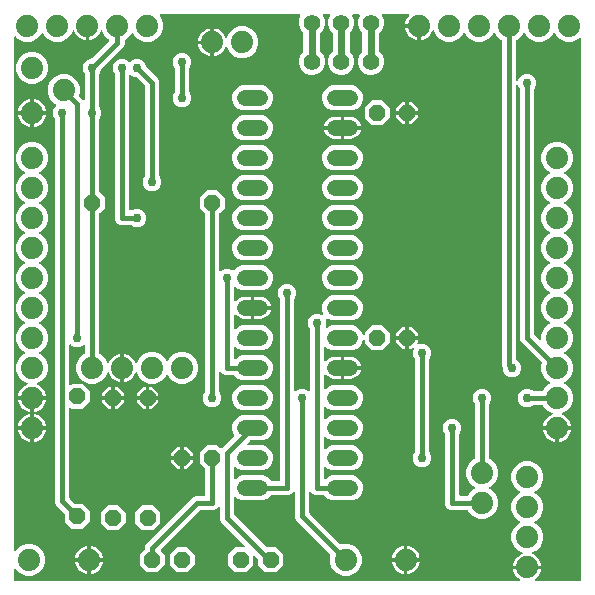
<source format=gbr>
G04 EAGLE Gerber RS-274X export*
G75*
%MOMM*%
%FSLAX34Y34*%
%LPD*%
%INBottom Copper*%
%IPPOS*%
%AMOC8*
5,1,8,0,0,1.08239X$1,22.5*%
G01*
%ADD10C,1.320800*%
%ADD11C,1.879600*%
%ADD12C,1.408000*%
%ADD13P,1.429621X8X22.500000*%
%ADD14P,1.429621X8X202.500000*%
%ADD15P,1.429621X8X292.500000*%
%ADD16P,1.429621X8X112.500000*%
%ADD17C,0.609600*%
%ADD18C,0.406400*%
%ADD19C,0.756400*%

G36*
X437585Y10162D02*
X437585Y10162D01*
X437593Y10161D01*
X437706Y10182D01*
X437820Y10200D01*
X437827Y10204D01*
X437834Y10206D01*
X437936Y10262D01*
X438037Y10316D01*
X438042Y10321D01*
X438049Y10325D01*
X438127Y10411D01*
X438206Y10494D01*
X438210Y10501D01*
X438215Y10507D01*
X438261Y10613D01*
X438310Y10717D01*
X438311Y10725D01*
X438314Y10732D01*
X438324Y10847D01*
X438337Y10961D01*
X438335Y10969D01*
X438336Y10977D01*
X438309Y11089D01*
X438285Y11202D01*
X438281Y11209D01*
X438279Y11216D01*
X438218Y11314D01*
X438159Y11413D01*
X438152Y11418D01*
X438148Y11425D01*
X438024Y11538D01*
X436722Y12484D01*
X435394Y13812D01*
X434289Y15333D01*
X433436Y17007D01*
X432855Y18794D01*
X432654Y20067D01*
X443738Y20067D01*
X443758Y20070D01*
X443777Y20068D01*
X443879Y20090D01*
X443981Y20107D01*
X443998Y20116D01*
X444018Y20120D01*
X444107Y20173D01*
X444198Y20222D01*
X444212Y20236D01*
X444229Y20246D01*
X444296Y20325D01*
X444367Y20400D01*
X444376Y20418D01*
X444389Y20433D01*
X444427Y20529D01*
X444471Y20623D01*
X444473Y20643D01*
X444481Y20661D01*
X444499Y20828D01*
X444499Y22352D01*
X444497Y22367D01*
X444498Y22380D01*
X444497Y22384D01*
X444498Y22391D01*
X444476Y22493D01*
X444459Y22595D01*
X444450Y22612D01*
X444446Y22632D01*
X444393Y22721D01*
X444344Y22812D01*
X444330Y22826D01*
X444320Y22843D01*
X444241Y22910D01*
X444166Y22981D01*
X444148Y22990D01*
X444133Y23003D01*
X444037Y23042D01*
X443943Y23085D01*
X443923Y23087D01*
X443905Y23095D01*
X443738Y23113D01*
X432654Y23113D01*
X432855Y24386D01*
X433436Y26173D01*
X434289Y27847D01*
X435394Y29368D01*
X436722Y30696D01*
X438243Y31801D01*
X439917Y32654D01*
X440204Y32747D01*
X440294Y32794D01*
X440386Y32835D01*
X440402Y32850D01*
X440422Y32860D01*
X440493Y32933D01*
X440567Y33001D01*
X440578Y33021D01*
X440593Y33037D01*
X440637Y33128D01*
X440686Y33217D01*
X440690Y33239D01*
X440699Y33259D01*
X440712Y33359D01*
X440730Y33459D01*
X440726Y33481D01*
X440729Y33503D01*
X440709Y33602D01*
X440694Y33702D01*
X440684Y33722D01*
X440679Y33744D01*
X440628Y33831D01*
X440582Y33921D01*
X440566Y33937D01*
X440555Y33956D01*
X440479Y34023D01*
X440407Y34094D01*
X440383Y34107D01*
X440370Y34118D01*
X440340Y34130D01*
X440260Y34174D01*
X436874Y35577D01*
X433087Y39364D01*
X431037Y44312D01*
X431037Y49668D01*
X433087Y54616D01*
X436874Y58403D01*
X438283Y58987D01*
X438344Y59025D01*
X438409Y59054D01*
X438448Y59089D01*
X438492Y59116D01*
X438538Y59172D01*
X438590Y59220D01*
X438615Y59266D01*
X438649Y59306D01*
X438674Y59373D01*
X438709Y59436D01*
X438718Y59487D01*
X438737Y59535D01*
X438740Y59607D01*
X438753Y59678D01*
X438745Y59729D01*
X438747Y59781D01*
X438727Y59850D01*
X438717Y59921D01*
X438693Y59967D01*
X438679Y60017D01*
X438638Y60076D01*
X438605Y60140D01*
X438568Y60177D01*
X438538Y60219D01*
X438481Y60262D01*
X438430Y60312D01*
X438367Y60347D01*
X438341Y60366D01*
X438319Y60373D01*
X438283Y60393D01*
X436874Y60977D01*
X433087Y64764D01*
X431037Y69712D01*
X431037Y75068D01*
X433087Y80016D01*
X436874Y83803D01*
X438283Y84387D01*
X438344Y84425D01*
X438409Y84454D01*
X438448Y84489D01*
X438492Y84516D01*
X438538Y84572D01*
X438590Y84620D01*
X438615Y84666D01*
X438649Y84706D01*
X438674Y84773D01*
X438709Y84836D01*
X438718Y84887D01*
X438737Y84935D01*
X438740Y85007D01*
X438753Y85078D01*
X438745Y85129D01*
X438747Y85181D01*
X438727Y85250D01*
X438717Y85321D01*
X438693Y85367D01*
X438679Y85417D01*
X438638Y85476D01*
X438605Y85540D01*
X438568Y85577D01*
X438538Y85619D01*
X438481Y85662D01*
X438430Y85712D01*
X438367Y85747D01*
X438341Y85766D01*
X438319Y85773D01*
X438283Y85793D01*
X436874Y86377D01*
X433087Y90164D01*
X431037Y95112D01*
X431037Y100468D01*
X433087Y105416D01*
X436874Y109203D01*
X441822Y111253D01*
X447178Y111253D01*
X452126Y109203D01*
X455913Y105416D01*
X457963Y100468D01*
X457963Y95112D01*
X455913Y90164D01*
X452126Y86377D01*
X450717Y85793D01*
X450656Y85756D01*
X450591Y85726D01*
X450552Y85691D01*
X450508Y85664D01*
X450462Y85608D01*
X450410Y85560D01*
X450385Y85514D01*
X450351Y85474D01*
X450326Y85407D01*
X450291Y85344D01*
X450282Y85293D01*
X450263Y85245D01*
X450260Y85173D01*
X450247Y85102D01*
X450255Y85051D01*
X450253Y84999D01*
X450273Y84930D01*
X450283Y84859D01*
X450307Y84813D01*
X450321Y84763D01*
X450362Y84704D01*
X450395Y84640D01*
X450432Y84603D01*
X450462Y84561D01*
X450519Y84518D01*
X450570Y84468D01*
X450633Y84433D01*
X450659Y84414D01*
X450681Y84407D01*
X450717Y84387D01*
X452126Y83803D01*
X455913Y80016D01*
X457963Y75068D01*
X457963Y69712D01*
X455913Y64764D01*
X452126Y60977D01*
X450717Y60393D01*
X450656Y60356D01*
X450591Y60326D01*
X450552Y60291D01*
X450508Y60264D01*
X450462Y60208D01*
X450410Y60160D01*
X450385Y60114D01*
X450351Y60074D01*
X450326Y60007D01*
X450291Y59944D01*
X450282Y59893D01*
X450263Y59845D01*
X450260Y59773D01*
X450247Y59702D01*
X450255Y59651D01*
X450253Y59599D01*
X450273Y59530D01*
X450283Y59459D01*
X450307Y59413D01*
X450321Y59363D01*
X450362Y59304D01*
X450395Y59240D01*
X450432Y59203D01*
X450462Y59161D01*
X450519Y59118D01*
X450570Y59068D01*
X450633Y59033D01*
X450659Y59014D01*
X450681Y59007D01*
X450717Y58987D01*
X452126Y58403D01*
X455913Y54616D01*
X457963Y49668D01*
X457963Y44312D01*
X455913Y39364D01*
X452126Y35577D01*
X448740Y34174D01*
X448654Y34121D01*
X448565Y34073D01*
X448550Y34056D01*
X448531Y34045D01*
X448467Y33967D01*
X448398Y33893D01*
X448389Y33872D01*
X448374Y33855D01*
X448338Y33761D01*
X448296Y33668D01*
X448294Y33646D01*
X448286Y33626D01*
X448282Y33525D01*
X448272Y33424D01*
X448277Y33402D01*
X448276Y33380D01*
X448304Y33283D01*
X448327Y33184D01*
X448338Y33165D01*
X448344Y33144D01*
X448402Y33061D01*
X448455Y32974D01*
X448472Y32960D01*
X448485Y32942D01*
X448566Y32881D01*
X448644Y32816D01*
X448668Y32805D01*
X448682Y32795D01*
X448713Y32785D01*
X448796Y32747D01*
X449083Y32654D01*
X450757Y31801D01*
X452278Y30696D01*
X453606Y29368D01*
X454711Y27847D01*
X455564Y26173D01*
X456145Y24386D01*
X456346Y23113D01*
X445262Y23113D01*
X445242Y23110D01*
X445223Y23112D01*
X445121Y23090D01*
X445019Y23073D01*
X445002Y23064D01*
X444982Y23060D01*
X444893Y23007D01*
X444802Y22958D01*
X444788Y22944D01*
X444771Y22934D01*
X444704Y22855D01*
X444633Y22780D01*
X444624Y22762D01*
X444611Y22747D01*
X444573Y22651D01*
X444529Y22557D01*
X444527Y22537D01*
X444519Y22519D01*
X444501Y22352D01*
X444501Y20828D01*
X444504Y20808D01*
X444502Y20789D01*
X444524Y20687D01*
X444541Y20585D01*
X444550Y20568D01*
X444554Y20548D01*
X444607Y20459D01*
X444656Y20368D01*
X444670Y20354D01*
X444680Y20337D01*
X444759Y20270D01*
X444834Y20199D01*
X444852Y20190D01*
X444867Y20177D01*
X444963Y20138D01*
X445057Y20095D01*
X445077Y20093D01*
X445095Y20085D01*
X445262Y20067D01*
X456346Y20067D01*
X456145Y18794D01*
X455564Y17007D01*
X454711Y15333D01*
X453606Y13812D01*
X452278Y12484D01*
X450976Y11538D01*
X450970Y11532D01*
X450963Y11528D01*
X450884Y11445D01*
X450803Y11363D01*
X450799Y11356D01*
X450794Y11350D01*
X450745Y11246D01*
X450695Y11142D01*
X450693Y11134D01*
X450690Y11127D01*
X450677Y11013D01*
X450662Y10898D01*
X450664Y10890D01*
X450663Y10883D01*
X450687Y10770D01*
X450710Y10657D01*
X450714Y10650D01*
X450715Y10642D01*
X450774Y10544D01*
X450831Y10443D01*
X450837Y10438D01*
X450841Y10431D01*
X450929Y10356D01*
X451015Y10279D01*
X451022Y10276D01*
X451028Y10271D01*
X451136Y10228D01*
X451241Y10183D01*
X451249Y10182D01*
X451257Y10179D01*
X451423Y10161D01*
X489078Y10161D01*
X489098Y10164D01*
X489117Y10162D01*
X489219Y10184D01*
X489321Y10200D01*
X489338Y10210D01*
X489358Y10214D01*
X489447Y10267D01*
X489538Y10316D01*
X489552Y10330D01*
X489569Y10340D01*
X489636Y10419D01*
X489708Y10494D01*
X489716Y10512D01*
X489729Y10527D01*
X489768Y10623D01*
X489811Y10717D01*
X489813Y10737D01*
X489821Y10755D01*
X489839Y10922D01*
X489839Y469012D01*
X489828Y469083D01*
X489826Y469155D01*
X489808Y469204D01*
X489800Y469255D01*
X489766Y469318D01*
X489741Y469386D01*
X489709Y469426D01*
X489684Y469472D01*
X489632Y469522D01*
X489588Y469578D01*
X489544Y469606D01*
X489506Y469642D01*
X489441Y469672D01*
X489381Y469711D01*
X489330Y469723D01*
X489283Y469745D01*
X489212Y469753D01*
X489142Y469771D01*
X489090Y469767D01*
X489039Y469773D01*
X488968Y469757D01*
X488897Y469752D01*
X488849Y469731D01*
X488798Y469720D01*
X488737Y469683D01*
X488671Y469655D01*
X488615Y469611D01*
X488587Y469594D01*
X488572Y469576D01*
X488540Y469551D01*
X487636Y468647D01*
X482688Y466597D01*
X477332Y466597D01*
X472384Y468647D01*
X468597Y472434D01*
X468013Y473843D01*
X467975Y473904D01*
X467946Y473969D01*
X467911Y474008D01*
X467884Y474052D01*
X467828Y474098D01*
X467780Y474150D01*
X467734Y474175D01*
X467694Y474209D01*
X467627Y474234D01*
X467564Y474269D01*
X467513Y474278D01*
X467465Y474297D01*
X467393Y474300D01*
X467322Y474313D01*
X467271Y474305D01*
X467219Y474307D01*
X467150Y474287D01*
X467079Y474277D01*
X467033Y474253D01*
X466983Y474239D01*
X466924Y474198D01*
X466860Y474165D01*
X466823Y474128D01*
X466781Y474098D01*
X466738Y474041D01*
X466688Y473990D01*
X466653Y473927D01*
X466634Y473901D01*
X466627Y473879D01*
X466607Y473843D01*
X466023Y472434D01*
X462236Y468647D01*
X457288Y466597D01*
X451932Y466597D01*
X446984Y468647D01*
X443197Y472434D01*
X442613Y473843D01*
X442575Y473904D01*
X442546Y473969D01*
X442511Y474008D01*
X442484Y474052D01*
X442428Y474098D01*
X442380Y474150D01*
X442334Y474175D01*
X442294Y474209D01*
X442227Y474234D01*
X442164Y474269D01*
X442113Y474278D01*
X442065Y474297D01*
X441993Y474300D01*
X441922Y474313D01*
X441871Y474305D01*
X441819Y474307D01*
X441750Y474287D01*
X441679Y474277D01*
X441633Y474253D01*
X441583Y474239D01*
X441524Y474198D01*
X441460Y474165D01*
X441423Y474128D01*
X441381Y474098D01*
X441338Y474041D01*
X441288Y473990D01*
X441253Y473927D01*
X441234Y473901D01*
X441227Y473879D01*
X441207Y473843D01*
X440623Y472434D01*
X436836Y468647D01*
X435777Y468208D01*
X435677Y468147D01*
X435577Y468087D01*
X435573Y468082D01*
X435568Y468078D01*
X435493Y467989D01*
X435417Y467900D01*
X435415Y467894D01*
X435411Y467889D01*
X435369Y467781D01*
X435325Y467671D01*
X435324Y467664D01*
X435323Y467659D01*
X435322Y467641D01*
X435307Y467505D01*
X435307Y433937D01*
X435322Y433841D01*
X435332Y433744D01*
X435342Y433720D01*
X435346Y433694D01*
X435392Y433608D01*
X435432Y433519D01*
X435449Y433500D01*
X435462Y433477D01*
X435532Y433410D01*
X435598Y433338D01*
X435621Y433326D01*
X435640Y433307D01*
X435728Y433266D01*
X435814Y433220D01*
X435839Y433215D01*
X435863Y433204D01*
X435960Y433193D01*
X436056Y433176D01*
X436082Y433180D01*
X436107Y433177D01*
X436203Y433197D01*
X436299Y433212D01*
X436322Y433223D01*
X436348Y433229D01*
X436431Y433279D01*
X436518Y433323D01*
X436537Y433342D01*
X436559Y433355D01*
X436622Y433429D01*
X436690Y433499D01*
X436706Y433527D01*
X436719Y433542D01*
X436731Y433573D01*
X436771Y433646D01*
X437848Y436245D01*
X440055Y438452D01*
X442939Y439647D01*
X446061Y439647D01*
X448945Y438452D01*
X451152Y436245D01*
X452347Y433361D01*
X452347Y430239D01*
X451152Y427355D01*
X450820Y427023D01*
X450767Y426949D01*
X450707Y426879D01*
X450695Y426849D01*
X450676Y426823D01*
X450649Y426736D01*
X450615Y426651D01*
X450611Y426610D01*
X450604Y426588D01*
X450605Y426556D01*
X450597Y426484D01*
X450597Y218741D01*
X450600Y218722D01*
X450598Y218704D01*
X450613Y218635D01*
X450619Y218560D01*
X450631Y218530D01*
X450636Y218498D01*
X450647Y218479D01*
X450650Y218463D01*
X450683Y218408D01*
X450715Y218333D01*
X450741Y218301D01*
X450752Y218281D01*
X450770Y218263D01*
X450776Y218252D01*
X450787Y218243D01*
X450820Y218202D01*
X455138Y213884D01*
X455196Y213842D01*
X455248Y213793D01*
X455295Y213771D01*
X455337Y213741D01*
X455406Y213720D01*
X455471Y213689D01*
X455523Y213684D01*
X455573Y213668D01*
X455644Y213670D01*
X455715Y213662D01*
X455766Y213673D01*
X455818Y213675D01*
X455886Y213699D01*
X455956Y213715D01*
X456001Y213741D01*
X456049Y213759D01*
X456105Y213804D01*
X456167Y213841D01*
X456201Y213880D01*
X456241Y213913D01*
X456280Y213973D01*
X456327Y214028D01*
X456346Y214076D01*
X456374Y214120D01*
X456392Y214189D01*
X456419Y214256D01*
X456427Y214327D01*
X456435Y214358D01*
X456433Y214382D01*
X456437Y214423D01*
X456437Y218578D01*
X458487Y223526D01*
X462274Y227313D01*
X463683Y227897D01*
X463744Y227934D01*
X463809Y227964D01*
X463848Y227999D01*
X463892Y228026D01*
X463938Y228082D01*
X463990Y228130D01*
X464015Y228176D01*
X464049Y228216D01*
X464074Y228283D01*
X464109Y228346D01*
X464118Y228397D01*
X464137Y228445D01*
X464140Y228517D01*
X464153Y228588D01*
X464145Y228639D01*
X464147Y228691D01*
X464127Y228760D01*
X464117Y228831D01*
X464093Y228877D01*
X464079Y228927D01*
X464038Y228986D01*
X464005Y229050D01*
X463968Y229087D01*
X463938Y229129D01*
X463881Y229172D01*
X463830Y229222D01*
X463767Y229257D01*
X463741Y229276D01*
X463719Y229283D01*
X463683Y229303D01*
X462274Y229887D01*
X458487Y233674D01*
X456437Y238622D01*
X456437Y243978D01*
X458487Y248926D01*
X462274Y252713D01*
X463683Y253297D01*
X463744Y253335D01*
X463809Y253364D01*
X463848Y253399D01*
X463892Y253426D01*
X463938Y253482D01*
X463990Y253530D01*
X464015Y253576D01*
X464049Y253616D01*
X464074Y253683D01*
X464109Y253746D01*
X464118Y253797D01*
X464137Y253845D01*
X464140Y253917D01*
X464153Y253988D01*
X464145Y254039D01*
X464147Y254091D01*
X464127Y254160D01*
X464117Y254231D01*
X464093Y254277D01*
X464079Y254327D01*
X464038Y254386D01*
X464005Y254450D01*
X463968Y254487D01*
X463938Y254529D01*
X463881Y254572D01*
X463830Y254622D01*
X463767Y254657D01*
X463741Y254676D01*
X463719Y254683D01*
X463683Y254703D01*
X462274Y255287D01*
X458487Y259074D01*
X456437Y264022D01*
X456437Y269378D01*
X458487Y274326D01*
X462274Y278113D01*
X463683Y278697D01*
X463744Y278734D01*
X463809Y278764D01*
X463848Y278799D01*
X463892Y278826D01*
X463938Y278882D01*
X463990Y278930D01*
X464015Y278976D01*
X464049Y279016D01*
X464074Y279083D01*
X464109Y279146D01*
X464118Y279197D01*
X464137Y279245D01*
X464140Y279317D01*
X464153Y279388D01*
X464145Y279439D01*
X464147Y279491D01*
X464127Y279560D01*
X464117Y279631D01*
X464093Y279677D01*
X464079Y279727D01*
X464038Y279786D01*
X464005Y279850D01*
X463968Y279887D01*
X463938Y279929D01*
X463881Y279972D01*
X463830Y280022D01*
X463767Y280057D01*
X463741Y280076D01*
X463719Y280083D01*
X463683Y280103D01*
X462274Y280687D01*
X458487Y284474D01*
X456437Y289422D01*
X456437Y294778D01*
X458487Y299726D01*
X462274Y303513D01*
X463683Y304097D01*
X463744Y304134D01*
X463809Y304164D01*
X463848Y304199D01*
X463892Y304226D01*
X463938Y304282D01*
X463990Y304330D01*
X464015Y304376D01*
X464049Y304416D01*
X464074Y304483D01*
X464109Y304546D01*
X464118Y304597D01*
X464137Y304645D01*
X464140Y304717D01*
X464153Y304788D01*
X464145Y304839D01*
X464147Y304891D01*
X464127Y304960D01*
X464117Y305031D01*
X464093Y305077D01*
X464079Y305127D01*
X464038Y305186D01*
X464005Y305250D01*
X463968Y305287D01*
X463938Y305329D01*
X463881Y305372D01*
X463830Y305422D01*
X463767Y305457D01*
X463741Y305476D01*
X463719Y305483D01*
X463683Y305503D01*
X462274Y306087D01*
X458487Y309874D01*
X456437Y314822D01*
X456437Y320178D01*
X458487Y325126D01*
X462274Y328913D01*
X463683Y329497D01*
X463744Y329534D01*
X463809Y329564D01*
X463848Y329599D01*
X463892Y329626D01*
X463938Y329682D01*
X463990Y329730D01*
X464015Y329776D01*
X464049Y329816D01*
X464074Y329883D01*
X464109Y329946D01*
X464118Y329997D01*
X464137Y330045D01*
X464140Y330117D01*
X464153Y330188D01*
X464145Y330239D01*
X464147Y330291D01*
X464127Y330360D01*
X464117Y330431D01*
X464093Y330477D01*
X464079Y330527D01*
X464038Y330586D01*
X464005Y330650D01*
X463968Y330687D01*
X463938Y330729D01*
X463881Y330772D01*
X463830Y330822D01*
X463767Y330857D01*
X463741Y330876D01*
X463719Y330883D01*
X463683Y330903D01*
X462274Y331487D01*
X458487Y335274D01*
X456437Y340222D01*
X456437Y345578D01*
X458487Y350526D01*
X462274Y354313D01*
X463683Y354897D01*
X463744Y354934D01*
X463809Y354964D01*
X463848Y354999D01*
X463892Y355026D01*
X463938Y355082D01*
X463990Y355130D01*
X464015Y355176D01*
X464049Y355216D01*
X464074Y355283D01*
X464109Y355346D01*
X464118Y355397D01*
X464137Y355445D01*
X464140Y355517D01*
X464153Y355588D01*
X464145Y355639D01*
X464147Y355691D01*
X464127Y355760D01*
X464117Y355831D01*
X464093Y355877D01*
X464079Y355927D01*
X464038Y355986D01*
X464005Y356050D01*
X463968Y356087D01*
X463938Y356129D01*
X463881Y356172D01*
X463830Y356222D01*
X463767Y356257D01*
X463741Y356276D01*
X463719Y356283D01*
X463683Y356303D01*
X462274Y356887D01*
X458487Y360674D01*
X456437Y365622D01*
X456437Y370978D01*
X458487Y375926D01*
X462274Y379713D01*
X467222Y381763D01*
X472578Y381763D01*
X477526Y379713D01*
X481313Y375926D01*
X483363Y370978D01*
X483363Y365622D01*
X481313Y360674D01*
X477526Y356887D01*
X476117Y356303D01*
X476056Y356265D01*
X475991Y356236D01*
X475952Y356201D01*
X475908Y356174D01*
X475862Y356118D01*
X475810Y356070D01*
X475785Y356024D01*
X475751Y355984D01*
X475726Y355917D01*
X475691Y355854D01*
X475682Y355803D01*
X475663Y355755D01*
X475660Y355683D01*
X475647Y355612D01*
X475655Y355561D01*
X475653Y355509D01*
X475673Y355440D01*
X475683Y355369D01*
X475707Y355323D01*
X475721Y355273D01*
X475762Y355214D01*
X475795Y355150D01*
X475832Y355113D01*
X475862Y355071D01*
X475919Y355028D01*
X475970Y354978D01*
X476033Y354943D01*
X476059Y354924D01*
X476081Y354917D01*
X476117Y354897D01*
X477526Y354313D01*
X481313Y350526D01*
X483363Y345578D01*
X483363Y340222D01*
X481313Y335274D01*
X477526Y331487D01*
X476117Y330903D01*
X476056Y330865D01*
X475991Y330836D01*
X475952Y330801D01*
X475908Y330774D01*
X475862Y330718D01*
X475810Y330670D01*
X475785Y330624D01*
X475751Y330584D01*
X475726Y330517D01*
X475691Y330454D01*
X475682Y330403D01*
X475663Y330355D01*
X475660Y330283D01*
X475647Y330212D01*
X475655Y330161D01*
X475653Y330109D01*
X475673Y330040D01*
X475683Y329969D01*
X475707Y329923D01*
X475721Y329873D01*
X475762Y329814D01*
X475795Y329750D01*
X475832Y329713D01*
X475862Y329671D01*
X475919Y329628D01*
X475970Y329578D01*
X476033Y329543D01*
X476059Y329524D01*
X476081Y329517D01*
X476117Y329497D01*
X477526Y328913D01*
X481313Y325126D01*
X483363Y320178D01*
X483363Y314822D01*
X481313Y309874D01*
X477526Y306087D01*
X476117Y305503D01*
X476056Y305465D01*
X475991Y305436D01*
X475952Y305401D01*
X475908Y305374D01*
X475862Y305318D01*
X475810Y305270D01*
X475785Y305224D01*
X475751Y305184D01*
X475726Y305117D01*
X475691Y305054D01*
X475682Y305003D01*
X475663Y304955D01*
X475660Y304883D01*
X475647Y304812D01*
X475655Y304761D01*
X475653Y304709D01*
X475673Y304640D01*
X475683Y304569D01*
X475707Y304523D01*
X475721Y304473D01*
X475762Y304414D01*
X475795Y304350D01*
X475832Y304313D01*
X475862Y304271D01*
X475919Y304228D01*
X475970Y304178D01*
X476033Y304143D01*
X476059Y304124D01*
X476081Y304117D01*
X476117Y304097D01*
X477526Y303513D01*
X481313Y299726D01*
X483363Y294778D01*
X483363Y289422D01*
X481313Y284474D01*
X477526Y280687D01*
X476117Y280103D01*
X476056Y280065D01*
X475991Y280036D01*
X475952Y280001D01*
X475908Y279974D01*
X475862Y279918D01*
X475810Y279870D01*
X475785Y279824D01*
X475751Y279784D01*
X475726Y279717D01*
X475691Y279654D01*
X475682Y279603D01*
X475663Y279555D01*
X475660Y279483D01*
X475647Y279412D01*
X475655Y279361D01*
X475653Y279309D01*
X475673Y279240D01*
X475683Y279169D01*
X475707Y279123D01*
X475721Y279073D01*
X475762Y279014D01*
X475795Y278950D01*
X475832Y278913D01*
X475862Y278871D01*
X475919Y278828D01*
X475970Y278778D01*
X476033Y278743D01*
X476059Y278724D01*
X476081Y278717D01*
X476117Y278697D01*
X477526Y278113D01*
X481313Y274326D01*
X483363Y269378D01*
X483363Y264022D01*
X481313Y259074D01*
X477526Y255287D01*
X476117Y254703D01*
X476056Y254666D01*
X475991Y254636D01*
X475952Y254601D01*
X475908Y254574D01*
X475862Y254518D01*
X475810Y254470D01*
X475785Y254424D01*
X475751Y254384D01*
X475726Y254317D01*
X475691Y254254D01*
X475682Y254203D01*
X475663Y254155D01*
X475660Y254083D01*
X475647Y254012D01*
X475655Y253961D01*
X475653Y253909D01*
X475673Y253840D01*
X475683Y253769D01*
X475707Y253723D01*
X475721Y253673D01*
X475762Y253614D01*
X475795Y253550D01*
X475832Y253513D01*
X475862Y253471D01*
X475919Y253428D01*
X475970Y253378D01*
X476033Y253343D01*
X476059Y253324D01*
X476081Y253317D01*
X476117Y253297D01*
X477526Y252713D01*
X481313Y248926D01*
X483363Y243978D01*
X483363Y238622D01*
X481313Y233674D01*
X477526Y229887D01*
X476117Y229303D01*
X476056Y229265D01*
X475991Y229236D01*
X475952Y229201D01*
X475908Y229174D01*
X475862Y229118D01*
X475810Y229070D01*
X475785Y229024D01*
X475751Y228984D01*
X475726Y228917D01*
X475691Y228854D01*
X475682Y228803D01*
X475663Y228755D01*
X475660Y228683D01*
X475647Y228612D01*
X475655Y228561D01*
X475653Y228509D01*
X475673Y228440D01*
X475683Y228369D01*
X475707Y228323D01*
X475721Y228273D01*
X475762Y228214D01*
X475795Y228150D01*
X475832Y228113D01*
X475862Y228071D01*
X475919Y228028D01*
X475970Y227978D01*
X476033Y227943D01*
X476059Y227924D01*
X476081Y227917D01*
X476117Y227897D01*
X477526Y227313D01*
X481313Y223526D01*
X483363Y218578D01*
X483363Y213222D01*
X481313Y208274D01*
X477526Y204487D01*
X476117Y203903D01*
X476056Y203865D01*
X475991Y203836D01*
X475952Y203801D01*
X475908Y203774D01*
X475862Y203718D01*
X475810Y203670D01*
X475785Y203624D01*
X475751Y203584D01*
X475726Y203517D01*
X475691Y203454D01*
X475682Y203403D01*
X475663Y203355D01*
X475660Y203283D01*
X475647Y203212D01*
X475655Y203161D01*
X475653Y203109D01*
X475673Y203040D01*
X475683Y202969D01*
X475707Y202923D01*
X475721Y202873D01*
X475762Y202814D01*
X475795Y202750D01*
X475832Y202713D01*
X475862Y202671D01*
X475919Y202628D01*
X475970Y202578D01*
X476033Y202543D01*
X476059Y202524D01*
X476081Y202517D01*
X476117Y202497D01*
X477526Y201913D01*
X481313Y198126D01*
X483363Y193178D01*
X483363Y187822D01*
X481313Y182874D01*
X477526Y179087D01*
X476117Y178503D01*
X476056Y178465D01*
X475991Y178436D01*
X475952Y178401D01*
X475908Y178374D01*
X475862Y178318D01*
X475810Y178270D01*
X475785Y178224D01*
X475751Y178184D01*
X475726Y178117D01*
X475691Y178054D01*
X475682Y178003D01*
X475663Y177955D01*
X475660Y177883D01*
X475647Y177812D01*
X475655Y177761D01*
X475653Y177709D01*
X475673Y177640D01*
X475683Y177569D01*
X475707Y177523D01*
X475721Y177473D01*
X475762Y177414D01*
X475795Y177350D01*
X475832Y177313D01*
X475862Y177271D01*
X475919Y177228D01*
X475970Y177178D01*
X476033Y177143D01*
X476059Y177124D01*
X476081Y177117D01*
X476117Y177097D01*
X477526Y176513D01*
X481313Y172726D01*
X483363Y167778D01*
X483363Y162422D01*
X481313Y157474D01*
X477526Y153687D01*
X474140Y152284D01*
X474054Y152231D01*
X473965Y152183D01*
X473950Y152166D01*
X473931Y152155D01*
X473867Y152077D01*
X473798Y152003D01*
X473789Y151982D01*
X473774Y151965D01*
X473738Y151871D01*
X473696Y151778D01*
X473694Y151756D01*
X473686Y151736D01*
X473682Y151635D01*
X473672Y151534D01*
X473677Y151512D01*
X473676Y151490D01*
X473704Y151393D01*
X473727Y151294D01*
X473738Y151275D01*
X473744Y151254D01*
X473802Y151171D01*
X473855Y151084D01*
X473872Y151070D01*
X473885Y151052D01*
X473966Y150991D01*
X474044Y150926D01*
X474068Y150915D01*
X474082Y150905D01*
X474113Y150895D01*
X474196Y150857D01*
X474483Y150764D01*
X476157Y149911D01*
X477678Y148806D01*
X479006Y147478D01*
X480111Y145957D01*
X480964Y144283D01*
X481545Y142496D01*
X481746Y141223D01*
X470662Y141223D01*
X470642Y141220D01*
X470623Y141222D01*
X470521Y141200D01*
X470419Y141183D01*
X470402Y141174D01*
X470382Y141170D01*
X470293Y141117D01*
X470202Y141068D01*
X470188Y141054D01*
X470171Y141044D01*
X470104Y140965D01*
X470033Y140890D01*
X470024Y140872D01*
X470011Y140857D01*
X469973Y140761D01*
X469929Y140667D01*
X469927Y140647D01*
X469919Y140629D01*
X469901Y140462D01*
X469901Y139699D01*
X469899Y139699D01*
X469899Y140462D01*
X469896Y140482D01*
X469898Y140501D01*
X469876Y140603D01*
X469859Y140705D01*
X469850Y140722D01*
X469846Y140742D01*
X469793Y140831D01*
X469744Y140922D01*
X469730Y140936D01*
X469720Y140953D01*
X469641Y141020D01*
X469566Y141091D01*
X469548Y141100D01*
X469533Y141113D01*
X469437Y141152D01*
X469343Y141195D01*
X469323Y141197D01*
X469305Y141205D01*
X469138Y141223D01*
X458054Y141223D01*
X458255Y142496D01*
X458836Y144283D01*
X459689Y145957D01*
X460794Y147478D01*
X462122Y148806D01*
X463643Y149911D01*
X465317Y150764D01*
X465604Y150857D01*
X465694Y150904D01*
X465786Y150945D01*
X465802Y150960D01*
X465822Y150970D01*
X465893Y151043D01*
X465967Y151111D01*
X465978Y151131D01*
X465993Y151147D01*
X466037Y151238D01*
X466086Y151327D01*
X466090Y151349D01*
X466099Y151369D01*
X466112Y151469D01*
X466130Y151569D01*
X466126Y151591D01*
X466129Y151613D01*
X466109Y151712D01*
X466094Y151812D01*
X466084Y151832D01*
X466079Y151854D01*
X466028Y151941D01*
X465982Y152031D01*
X465966Y152047D01*
X465955Y152066D01*
X465879Y152133D01*
X465807Y152204D01*
X465783Y152217D01*
X465770Y152228D01*
X465740Y152240D01*
X465660Y152284D01*
X462274Y153687D01*
X458487Y157474D01*
X458048Y158533D01*
X457986Y158633D01*
X457927Y158733D01*
X457922Y158737D01*
X457918Y158742D01*
X457828Y158817D01*
X457740Y158893D01*
X457734Y158895D01*
X457729Y158899D01*
X457621Y158941D01*
X457511Y158985D01*
X457504Y158986D01*
X457499Y158987D01*
X457481Y158988D01*
X457345Y159003D01*
X449816Y159003D01*
X449725Y158989D01*
X449635Y158981D01*
X449605Y158969D01*
X449573Y158964D01*
X449492Y158921D01*
X449408Y158885D01*
X449376Y158859D01*
X449355Y158848D01*
X449333Y158825D01*
X449277Y158780D01*
X448945Y158448D01*
X446061Y157253D01*
X442939Y157253D01*
X440055Y158448D01*
X437848Y160655D01*
X436653Y163539D01*
X436653Y166661D01*
X437848Y169545D01*
X440055Y171752D01*
X442939Y172947D01*
X446061Y172947D01*
X448945Y171752D01*
X449277Y171420D01*
X449351Y171367D01*
X449421Y171307D01*
X449451Y171295D01*
X449477Y171276D01*
X449564Y171249D01*
X449649Y171215D01*
X449690Y171211D01*
X449712Y171204D01*
X449744Y171205D01*
X449816Y171197D01*
X457345Y171197D01*
X457459Y171216D01*
X457576Y171233D01*
X457581Y171235D01*
X457588Y171236D01*
X457690Y171291D01*
X457795Y171344D01*
X457799Y171349D01*
X457805Y171352D01*
X457885Y171436D01*
X457967Y171520D01*
X457971Y171526D01*
X457974Y171530D01*
X457982Y171547D01*
X458048Y171667D01*
X458487Y172726D01*
X462274Y176513D01*
X463683Y177097D01*
X463744Y177134D01*
X463809Y177164D01*
X463848Y177199D01*
X463892Y177226D01*
X463938Y177282D01*
X463990Y177330D01*
X464015Y177376D01*
X464049Y177416D01*
X464074Y177483D01*
X464109Y177546D01*
X464118Y177597D01*
X464137Y177645D01*
X464140Y177717D01*
X464153Y177788D01*
X464145Y177839D01*
X464147Y177891D01*
X464127Y177960D01*
X464117Y178031D01*
X464093Y178077D01*
X464079Y178127D01*
X464038Y178186D01*
X464005Y178250D01*
X463968Y178287D01*
X463938Y178329D01*
X463881Y178372D01*
X463830Y178422D01*
X463767Y178457D01*
X463741Y178476D01*
X463719Y178483D01*
X463683Y178503D01*
X462274Y179087D01*
X458487Y182874D01*
X456437Y187822D01*
X456437Y193178D01*
X456876Y194237D01*
X456903Y194350D01*
X456931Y194464D01*
X456931Y194471D01*
X456932Y194477D01*
X456921Y194593D01*
X456912Y194710D01*
X456910Y194715D01*
X456909Y194722D01*
X456861Y194830D01*
X456816Y194936D01*
X456811Y194942D01*
X456809Y194946D01*
X456796Y194960D01*
X456711Y195067D01*
X439331Y212446D01*
X438403Y214687D01*
X438403Y426484D01*
X438389Y426575D01*
X438381Y426665D01*
X438369Y426695D01*
X438364Y426727D01*
X438321Y426808D01*
X438285Y426892D01*
X438259Y426924D01*
X438248Y426945D01*
X438225Y426967D01*
X438180Y427023D01*
X437848Y427355D01*
X436771Y429954D01*
X436720Y430037D01*
X436674Y430123D01*
X436656Y430141D01*
X436642Y430163D01*
X436566Y430226D01*
X436496Y430293D01*
X436472Y430304D01*
X436452Y430320D01*
X436361Y430355D01*
X436273Y430396D01*
X436247Y430399D01*
X436223Y430408D01*
X436125Y430413D01*
X436029Y430423D01*
X436003Y430418D01*
X435977Y430419D01*
X435883Y430392D01*
X435788Y430371D01*
X435766Y430358D01*
X435741Y430350D01*
X435661Y430295D01*
X435577Y430245D01*
X435560Y430225D01*
X435539Y430210D01*
X435480Y430132D01*
X435417Y430058D01*
X435407Y430034D01*
X435392Y430013D01*
X435362Y429920D01*
X435325Y429830D01*
X435322Y429797D01*
X435316Y429779D01*
X435316Y429746D01*
X435307Y429663D01*
X435307Y198049D01*
X435325Y197935D01*
X435343Y197818D01*
X435345Y197813D01*
X435346Y197807D01*
X435401Y197704D01*
X435454Y197599D01*
X435459Y197595D01*
X435462Y197589D01*
X435546Y197509D01*
X435630Y197427D01*
X435636Y197423D01*
X435640Y197420D01*
X435657Y197412D01*
X435777Y197346D01*
X436245Y197152D01*
X438452Y194945D01*
X439647Y192061D01*
X439647Y188939D01*
X438452Y186055D01*
X436245Y183848D01*
X433361Y182653D01*
X430239Y182653D01*
X427355Y183848D01*
X425148Y186055D01*
X423953Y188939D01*
X423953Y189698D01*
X423943Y189763D01*
X423942Y189828D01*
X423919Y189908D01*
X423914Y189941D01*
X423904Y189958D01*
X423895Y189989D01*
X423113Y191877D01*
X423113Y467505D01*
X423094Y467620D01*
X423077Y467736D01*
X423075Y467741D01*
X423074Y467747D01*
X423019Y467850D01*
X422966Y467955D01*
X422961Y467959D01*
X422958Y467965D01*
X422874Y468045D01*
X422790Y468127D01*
X422784Y468131D01*
X422780Y468134D01*
X422763Y468142D01*
X422643Y468208D01*
X421584Y468647D01*
X417797Y472434D01*
X417213Y473843D01*
X417176Y473904D01*
X417146Y473969D01*
X417111Y474008D01*
X417084Y474052D01*
X417028Y474098D01*
X416980Y474150D01*
X416934Y474175D01*
X416894Y474209D01*
X416827Y474234D01*
X416764Y474269D01*
X416713Y474278D01*
X416665Y474297D01*
X416593Y474300D01*
X416522Y474313D01*
X416471Y474305D01*
X416419Y474307D01*
X416350Y474287D01*
X416279Y474277D01*
X416233Y474253D01*
X416183Y474239D01*
X416124Y474198D01*
X416060Y474165D01*
X416023Y474128D01*
X415981Y474098D01*
X415938Y474041D01*
X415888Y473990D01*
X415853Y473927D01*
X415834Y473901D01*
X415827Y473879D01*
X415807Y473843D01*
X415223Y472434D01*
X411436Y468647D01*
X406488Y466597D01*
X401132Y466597D01*
X396184Y468647D01*
X392397Y472434D01*
X391813Y473843D01*
X391776Y473904D01*
X391746Y473969D01*
X391711Y474008D01*
X391684Y474052D01*
X391628Y474098D01*
X391580Y474150D01*
X391534Y474175D01*
X391494Y474209D01*
X391427Y474234D01*
X391364Y474269D01*
X391313Y474278D01*
X391265Y474297D01*
X391193Y474300D01*
X391122Y474313D01*
X391071Y474305D01*
X391019Y474307D01*
X390950Y474287D01*
X390879Y474277D01*
X390833Y474253D01*
X390783Y474239D01*
X390724Y474198D01*
X390660Y474165D01*
X390623Y474128D01*
X390581Y474098D01*
X390538Y474041D01*
X390488Y473990D01*
X390453Y473927D01*
X390434Y473901D01*
X390427Y473879D01*
X390407Y473843D01*
X389823Y472434D01*
X386036Y468647D01*
X381088Y466597D01*
X375732Y466597D01*
X370784Y468647D01*
X366997Y472434D01*
X365594Y475820D01*
X365541Y475906D01*
X365493Y475995D01*
X365476Y476010D01*
X365465Y476029D01*
X365387Y476093D01*
X365313Y476162D01*
X365292Y476171D01*
X365275Y476186D01*
X365181Y476222D01*
X365088Y476264D01*
X365066Y476266D01*
X365046Y476274D01*
X364945Y476278D01*
X364844Y476288D01*
X364822Y476283D01*
X364800Y476284D01*
X364703Y476256D01*
X364604Y476233D01*
X364585Y476222D01*
X364564Y476216D01*
X364481Y476158D01*
X364394Y476105D01*
X364380Y476088D01*
X364362Y476075D01*
X364301Y475994D01*
X364236Y475916D01*
X364225Y475892D01*
X364215Y475878D01*
X364205Y475847D01*
X364167Y475764D01*
X364074Y475477D01*
X363221Y473803D01*
X362116Y472282D01*
X360788Y470954D01*
X359267Y469849D01*
X357593Y468996D01*
X355806Y468415D01*
X354533Y468214D01*
X354533Y479298D01*
X354530Y479318D01*
X354532Y479337D01*
X354510Y479439D01*
X354493Y479541D01*
X354484Y479558D01*
X354480Y479578D01*
X354427Y479667D01*
X354378Y479758D01*
X354364Y479772D01*
X354354Y479789D01*
X354275Y479856D01*
X354200Y479927D01*
X354182Y479936D01*
X354167Y479949D01*
X354071Y479987D01*
X353977Y480031D01*
X353957Y480033D01*
X353939Y480041D01*
X353772Y480059D01*
X353009Y480059D01*
X353009Y480822D01*
X353006Y480842D01*
X353008Y480861D01*
X352986Y480963D01*
X352969Y481065D01*
X352960Y481082D01*
X352956Y481102D01*
X352903Y481191D01*
X352854Y481282D01*
X352840Y481296D01*
X352830Y481313D01*
X352751Y481380D01*
X352676Y481451D01*
X352658Y481460D01*
X352643Y481473D01*
X352547Y481512D01*
X352453Y481555D01*
X352433Y481557D01*
X352415Y481565D01*
X352248Y481583D01*
X341164Y481583D01*
X341365Y482856D01*
X341946Y484643D01*
X342799Y486317D01*
X343904Y487838D01*
X344606Y488540D01*
X344648Y488598D01*
X344697Y488650D01*
X344719Y488697D01*
X344749Y488739D01*
X344770Y488808D01*
X344801Y488873D01*
X344806Y488925D01*
X344822Y488975D01*
X344820Y489046D01*
X344828Y489117D01*
X344817Y489168D01*
X344815Y489220D01*
X344791Y489288D01*
X344776Y489358D01*
X344749Y489403D01*
X344731Y489451D01*
X344686Y489507D01*
X344649Y489569D01*
X344610Y489603D01*
X344577Y489643D01*
X344517Y489682D01*
X344462Y489729D01*
X344414Y489748D01*
X344370Y489776D01*
X344301Y489794D01*
X344234Y489821D01*
X344163Y489829D01*
X344132Y489837D01*
X344108Y489835D01*
X344068Y489839D01*
X322176Y489839D01*
X322131Y489832D01*
X322085Y489834D01*
X322010Y489812D01*
X321933Y489800D01*
X321893Y489778D01*
X321849Y489765D01*
X321785Y489721D01*
X321716Y489684D01*
X321685Y489651D01*
X321647Y489625D01*
X321600Y489562D01*
X321547Y489506D01*
X321527Y489464D01*
X321500Y489428D01*
X321476Y489354D01*
X321443Y489283D01*
X321438Y489237D01*
X321424Y489194D01*
X321425Y489116D01*
X321416Y489039D01*
X321426Y488994D01*
X321426Y488948D01*
X321464Y488816D01*
X321468Y488798D01*
X321471Y488794D01*
X321473Y488787D01*
X323125Y484799D01*
X323125Y480381D01*
X321434Y476300D01*
X319356Y474221D01*
X319303Y474147D01*
X319243Y474078D01*
X319231Y474048D01*
X319212Y474021D01*
X319185Y473935D01*
X319151Y473850D01*
X319147Y473809D01*
X319140Y473786D01*
X319141Y473754D01*
X319133Y473683D01*
X319133Y458497D01*
X319147Y458407D01*
X319155Y458316D01*
X319167Y458286D01*
X319172Y458254D01*
X319215Y458174D01*
X319251Y458090D01*
X319277Y458058D01*
X319288Y458037D01*
X319311Y458015D01*
X319356Y457959D01*
X321434Y455880D01*
X323125Y451799D01*
X323125Y447381D01*
X321434Y443300D01*
X318310Y440176D01*
X314229Y438485D01*
X309811Y438485D01*
X305730Y440176D01*
X302606Y443300D01*
X300915Y447381D01*
X300915Y451799D01*
X302606Y455880D01*
X304684Y457959D01*
X304737Y458033D01*
X304797Y458102D01*
X304809Y458132D01*
X304828Y458159D01*
X304855Y458245D01*
X304889Y458330D01*
X304893Y458371D01*
X304900Y458394D01*
X304899Y458426D01*
X304907Y458497D01*
X304907Y473683D01*
X304893Y473773D01*
X304885Y473864D01*
X304873Y473894D01*
X304868Y473926D01*
X304825Y474006D01*
X304789Y474090D01*
X304763Y474122D01*
X304752Y474143D01*
X304729Y474165D01*
X304684Y474221D01*
X302606Y476300D01*
X300915Y480381D01*
X300915Y484799D01*
X302567Y488787D01*
X302578Y488831D01*
X302597Y488873D01*
X302605Y488950D01*
X302623Y489026D01*
X302619Y489072D01*
X302624Y489117D01*
X302607Y489194D01*
X302600Y489271D01*
X302582Y489313D01*
X302572Y489358D01*
X302532Y489425D01*
X302500Y489496D01*
X302469Y489530D01*
X302446Y489569D01*
X302386Y489620D01*
X302334Y489677D01*
X302294Y489699D01*
X302259Y489729D01*
X302186Y489758D01*
X302118Y489795D01*
X302073Y489804D01*
X302031Y489821D01*
X301895Y489836D01*
X301876Y489839D01*
X301871Y489838D01*
X301864Y489839D01*
X297176Y489839D01*
X297131Y489832D01*
X297085Y489834D01*
X297010Y489812D01*
X296933Y489800D01*
X296893Y489778D01*
X296849Y489765D01*
X296785Y489721D01*
X296716Y489684D01*
X296685Y489651D01*
X296647Y489625D01*
X296600Y489562D01*
X296547Y489506D01*
X296527Y489464D01*
X296500Y489428D01*
X296476Y489354D01*
X296443Y489283D01*
X296438Y489237D01*
X296424Y489194D01*
X296425Y489116D01*
X296416Y489039D01*
X296426Y488994D01*
X296426Y488948D01*
X296464Y488816D01*
X296468Y488798D01*
X296471Y488794D01*
X296473Y488787D01*
X298125Y484799D01*
X298125Y480381D01*
X296434Y476300D01*
X294356Y474221D01*
X294303Y474147D01*
X294243Y474078D01*
X294231Y474048D01*
X294212Y474021D01*
X294185Y473935D01*
X294151Y473850D01*
X294147Y473809D01*
X294140Y473786D01*
X294141Y473754D01*
X294133Y473683D01*
X294133Y458497D01*
X294147Y458407D01*
X294155Y458316D01*
X294167Y458286D01*
X294172Y458254D01*
X294215Y458174D01*
X294251Y458090D01*
X294277Y458058D01*
X294288Y458037D01*
X294311Y458015D01*
X294356Y457959D01*
X296434Y455880D01*
X298125Y451799D01*
X298125Y447381D01*
X296434Y443300D01*
X293310Y440176D01*
X289229Y438485D01*
X284811Y438485D01*
X280730Y440176D01*
X277606Y443300D01*
X275915Y447381D01*
X275915Y451799D01*
X277606Y455880D01*
X279684Y457959D01*
X279737Y458033D01*
X279797Y458102D01*
X279809Y458132D01*
X279828Y458159D01*
X279855Y458245D01*
X279889Y458330D01*
X279893Y458371D01*
X279900Y458394D01*
X279899Y458426D01*
X279907Y458497D01*
X279907Y473683D01*
X279893Y473773D01*
X279885Y473864D01*
X279873Y473894D01*
X279868Y473926D01*
X279825Y474006D01*
X279789Y474090D01*
X279763Y474122D01*
X279752Y474143D01*
X279729Y474165D01*
X279684Y474221D01*
X277606Y476300D01*
X275915Y480381D01*
X275915Y484799D01*
X277567Y488787D01*
X277578Y488831D01*
X277597Y488873D01*
X277605Y488950D01*
X277623Y489026D01*
X277619Y489072D01*
X277624Y489117D01*
X277607Y489194D01*
X277600Y489271D01*
X277582Y489313D01*
X277572Y489358D01*
X277532Y489425D01*
X277500Y489496D01*
X277469Y489530D01*
X277446Y489569D01*
X277386Y489620D01*
X277334Y489677D01*
X277294Y489699D01*
X277259Y489729D01*
X277186Y489758D01*
X277118Y489795D01*
X277073Y489804D01*
X277031Y489821D01*
X276895Y489836D01*
X276876Y489839D01*
X276871Y489838D01*
X276864Y489839D01*
X272176Y489839D01*
X272131Y489832D01*
X272085Y489834D01*
X272010Y489812D01*
X271933Y489800D01*
X271893Y489778D01*
X271849Y489765D01*
X271785Y489721D01*
X271716Y489684D01*
X271685Y489651D01*
X271647Y489625D01*
X271600Y489562D01*
X271547Y489506D01*
X271527Y489464D01*
X271500Y489428D01*
X271476Y489354D01*
X271443Y489283D01*
X271438Y489237D01*
X271424Y489194D01*
X271425Y489116D01*
X271416Y489039D01*
X271426Y488994D01*
X271426Y488948D01*
X271464Y488816D01*
X271468Y488798D01*
X271471Y488794D01*
X271473Y488787D01*
X273125Y484799D01*
X273125Y480381D01*
X271434Y476300D01*
X269356Y474221D01*
X269303Y474147D01*
X269243Y474078D01*
X269231Y474048D01*
X269212Y474021D01*
X269185Y473935D01*
X269151Y473850D01*
X269147Y473809D01*
X269140Y473786D01*
X269141Y473754D01*
X269133Y473683D01*
X269133Y458497D01*
X269147Y458407D01*
X269155Y458316D01*
X269167Y458286D01*
X269172Y458254D01*
X269215Y458174D01*
X269251Y458090D01*
X269277Y458058D01*
X269288Y458037D01*
X269311Y458015D01*
X269356Y457959D01*
X271434Y455880D01*
X273125Y451799D01*
X273125Y447381D01*
X271434Y443300D01*
X268310Y440176D01*
X264229Y438485D01*
X259811Y438485D01*
X255730Y440176D01*
X252606Y443300D01*
X250915Y447381D01*
X250915Y451799D01*
X252606Y455880D01*
X254684Y457959D01*
X254737Y458033D01*
X254797Y458102D01*
X254809Y458132D01*
X254828Y458159D01*
X254855Y458245D01*
X254889Y458330D01*
X254893Y458371D01*
X254900Y458394D01*
X254899Y458426D01*
X254907Y458497D01*
X254907Y473683D01*
X254893Y473773D01*
X254885Y473864D01*
X254873Y473894D01*
X254868Y473926D01*
X254825Y474006D01*
X254789Y474090D01*
X254763Y474122D01*
X254752Y474143D01*
X254729Y474165D01*
X254684Y474221D01*
X252606Y476300D01*
X250915Y480381D01*
X250915Y484799D01*
X252567Y488787D01*
X252578Y488831D01*
X252597Y488873D01*
X252605Y488950D01*
X252623Y489026D01*
X252619Y489072D01*
X252624Y489117D01*
X252607Y489194D01*
X252600Y489271D01*
X252582Y489313D01*
X252572Y489358D01*
X252532Y489425D01*
X252500Y489496D01*
X252469Y489530D01*
X252446Y489569D01*
X252386Y489620D01*
X252334Y489677D01*
X252294Y489699D01*
X252259Y489729D01*
X252186Y489758D01*
X252118Y489795D01*
X252073Y489804D01*
X252031Y489821D01*
X251895Y489836D01*
X251876Y489839D01*
X251871Y489838D01*
X251864Y489839D01*
X134098Y489839D01*
X134027Y489828D01*
X133955Y489826D01*
X133906Y489808D01*
X133855Y489800D01*
X133792Y489766D01*
X133724Y489741D01*
X133684Y489709D01*
X133638Y489684D01*
X133588Y489632D01*
X133532Y489588D01*
X133504Y489544D01*
X133468Y489506D01*
X133438Y489441D01*
X133399Y489381D01*
X133387Y489330D01*
X133365Y489283D01*
X133357Y489212D01*
X133339Y489142D01*
X133343Y489090D01*
X133337Y489039D01*
X133353Y488968D01*
X133358Y488897D01*
X133379Y488849D01*
X133390Y488798D01*
X133427Y488737D01*
X133455Y488671D01*
X133499Y488615D01*
X133516Y488587D01*
X133534Y488572D01*
X133559Y488540D01*
X134413Y487686D01*
X136463Y482738D01*
X136463Y477382D01*
X134413Y472434D01*
X130626Y468647D01*
X125678Y466597D01*
X120322Y466597D01*
X115374Y468647D01*
X111587Y472434D01*
X111003Y473843D01*
X110965Y473904D01*
X110936Y473969D01*
X110901Y474008D01*
X110874Y474052D01*
X110818Y474098D01*
X110770Y474150D01*
X110724Y474175D01*
X110684Y474209D01*
X110617Y474234D01*
X110554Y474269D01*
X110503Y474278D01*
X110455Y474297D01*
X110383Y474300D01*
X110312Y474313D01*
X110261Y474305D01*
X110209Y474307D01*
X110140Y474287D01*
X110069Y474277D01*
X110023Y474253D01*
X109973Y474239D01*
X109914Y474198D01*
X109850Y474165D01*
X109813Y474128D01*
X109771Y474098D01*
X109728Y474041D01*
X109678Y473990D01*
X109643Y473927D01*
X109624Y473901D01*
X109617Y473879D01*
X109597Y473843D01*
X109013Y472434D01*
X105226Y468647D01*
X104167Y468208D01*
X104067Y468146D01*
X103967Y468087D01*
X103963Y468082D01*
X103958Y468078D01*
X103883Y467988D01*
X103807Y467900D01*
X103805Y467894D01*
X103801Y467889D01*
X103759Y467781D01*
X103715Y467671D01*
X103714Y467664D01*
X103713Y467659D01*
X103712Y467641D01*
X103697Y467505D01*
X103697Y464687D01*
X102769Y462446D01*
X84270Y443948D01*
X84217Y443874D01*
X84157Y443804D01*
X84145Y443774D01*
X84126Y443748D01*
X84099Y443661D01*
X84065Y443576D01*
X84061Y443535D01*
X84054Y443513D01*
X84055Y443481D01*
X84047Y443409D01*
X84047Y442939D01*
X82852Y440055D01*
X82520Y439723D01*
X82467Y439649D01*
X82407Y439579D01*
X82395Y439549D01*
X82376Y439523D01*
X82349Y439436D01*
X82315Y439351D01*
X82311Y439310D01*
X82304Y439288D01*
X82305Y439256D01*
X82297Y439184D01*
X82297Y411716D01*
X82311Y411625D01*
X82319Y411535D01*
X82331Y411505D01*
X82336Y411473D01*
X82379Y411392D01*
X82415Y411308D01*
X82441Y411276D01*
X82452Y411255D01*
X82475Y411233D01*
X82520Y411177D01*
X82852Y410845D01*
X84047Y407961D01*
X84047Y404839D01*
X82852Y401955D01*
X82520Y401623D01*
X82467Y401549D01*
X82407Y401479D01*
X82395Y401449D01*
X82376Y401423D01*
X82349Y401336D01*
X82315Y401251D01*
X82311Y401210D01*
X82304Y401188D01*
X82305Y401156D01*
X82297Y401084D01*
X82297Y339506D01*
X82311Y339416D01*
X82319Y339325D01*
X82331Y339296D01*
X82336Y339264D01*
X82379Y339183D01*
X82415Y339099D01*
X82441Y339067D01*
X82452Y339046D01*
X82475Y339024D01*
X82520Y338968D01*
X86869Y334619D01*
X86869Y325781D01*
X82520Y321432D01*
X82467Y321358D01*
X82407Y321288D01*
X82395Y321258D01*
X82376Y321232D01*
X82349Y321145D01*
X82315Y321060D01*
X82311Y321019D01*
X82304Y320997D01*
X82305Y320965D01*
X82297Y320894D01*
X82297Y203055D01*
X82316Y202940D01*
X82333Y202824D01*
X82335Y202819D01*
X82336Y202813D01*
X82391Y202710D01*
X82444Y202605D01*
X82449Y202601D01*
X82452Y202595D01*
X82536Y202515D01*
X82620Y202433D01*
X82626Y202429D01*
X82630Y202426D01*
X82647Y202418D01*
X82767Y202352D01*
X83826Y201913D01*
X87613Y198126D01*
X89016Y194740D01*
X89069Y194654D01*
X89117Y194565D01*
X89134Y194550D01*
X89145Y194531D01*
X89223Y194467D01*
X89297Y194398D01*
X89318Y194389D01*
X89335Y194374D01*
X89429Y194338D01*
X89522Y194296D01*
X89544Y194294D01*
X89564Y194286D01*
X89665Y194282D01*
X89766Y194272D01*
X89788Y194277D01*
X89810Y194276D01*
X89907Y194304D01*
X90006Y194327D01*
X90025Y194338D01*
X90046Y194344D01*
X90129Y194402D01*
X90216Y194455D01*
X90230Y194472D01*
X90248Y194485D01*
X90309Y194566D01*
X90374Y194644D01*
X90385Y194668D01*
X90395Y194682D01*
X90405Y194713D01*
X90443Y194796D01*
X90536Y195083D01*
X91389Y196757D01*
X92494Y198278D01*
X93822Y199606D01*
X95343Y200711D01*
X97017Y201564D01*
X98804Y202145D01*
X100077Y202346D01*
X100077Y191262D01*
X100080Y191242D01*
X100078Y191223D01*
X100100Y191121D01*
X100117Y191019D01*
X100126Y191002D01*
X100130Y190982D01*
X100183Y190893D01*
X100232Y190802D01*
X100246Y190788D01*
X100256Y190771D01*
X100335Y190704D01*
X100410Y190633D01*
X100428Y190624D01*
X100443Y190611D01*
X100539Y190573D01*
X100633Y190529D01*
X100653Y190527D01*
X100671Y190519D01*
X100838Y190501D01*
X102362Y190501D01*
X102382Y190504D01*
X102401Y190502D01*
X102503Y190524D01*
X102605Y190541D01*
X102622Y190550D01*
X102642Y190554D01*
X102731Y190607D01*
X102822Y190656D01*
X102836Y190670D01*
X102853Y190680D01*
X102920Y190759D01*
X102991Y190834D01*
X103000Y190852D01*
X103013Y190867D01*
X103052Y190963D01*
X103095Y191057D01*
X103097Y191077D01*
X103105Y191095D01*
X103123Y191262D01*
X103123Y202346D01*
X104396Y202145D01*
X106183Y201564D01*
X107857Y200711D01*
X109378Y199606D01*
X110706Y198278D01*
X111811Y196757D01*
X112664Y195083D01*
X112757Y194796D01*
X112804Y194706D01*
X112845Y194614D01*
X112860Y194598D01*
X112870Y194578D01*
X112943Y194507D01*
X113011Y194433D01*
X113031Y194422D01*
X113047Y194407D01*
X113138Y194363D01*
X113227Y194314D01*
X113249Y194310D01*
X113269Y194301D01*
X113369Y194288D01*
X113469Y194270D01*
X113491Y194274D01*
X113513Y194271D01*
X113612Y194291D01*
X113712Y194306D01*
X113732Y194316D01*
X113754Y194321D01*
X113841Y194372D01*
X113931Y194418D01*
X113947Y194434D01*
X113966Y194445D01*
X114033Y194521D01*
X114104Y194593D01*
X114117Y194617D01*
X114128Y194630D01*
X114140Y194660D01*
X114184Y194740D01*
X115587Y198126D01*
X119374Y201913D01*
X124322Y203963D01*
X129678Y203963D01*
X134626Y201913D01*
X138413Y198126D01*
X138997Y196717D01*
X139035Y196656D01*
X139064Y196591D01*
X139099Y196552D01*
X139126Y196508D01*
X139182Y196462D01*
X139230Y196410D01*
X139276Y196385D01*
X139316Y196351D01*
X139383Y196326D01*
X139446Y196291D01*
X139497Y196282D01*
X139545Y196263D01*
X139617Y196260D01*
X139688Y196247D01*
X139739Y196255D01*
X139791Y196253D01*
X139860Y196273D01*
X139931Y196283D01*
X139977Y196307D01*
X140027Y196321D01*
X140086Y196362D01*
X140150Y196395D01*
X140187Y196432D01*
X140229Y196462D01*
X140272Y196519D01*
X140322Y196570D01*
X140357Y196633D01*
X140376Y196659D01*
X140383Y196681D01*
X140403Y196717D01*
X140987Y198126D01*
X144774Y201913D01*
X149722Y203963D01*
X155078Y203963D01*
X160026Y201913D01*
X163813Y198126D01*
X165863Y193178D01*
X165863Y187822D01*
X163813Y182874D01*
X160026Y179087D01*
X155078Y177037D01*
X149722Y177037D01*
X144774Y179087D01*
X140987Y182874D01*
X140403Y184283D01*
X140366Y184344D01*
X140336Y184409D01*
X140301Y184448D01*
X140274Y184492D01*
X140218Y184538D01*
X140170Y184590D01*
X140124Y184615D01*
X140084Y184649D01*
X140017Y184674D01*
X139954Y184709D01*
X139903Y184718D01*
X139855Y184737D01*
X139783Y184740D01*
X139712Y184753D01*
X139661Y184745D01*
X139609Y184747D01*
X139540Y184727D01*
X139469Y184717D01*
X139423Y184693D01*
X139373Y184679D01*
X139314Y184638D01*
X139250Y184605D01*
X139213Y184568D01*
X139171Y184538D01*
X139128Y184481D01*
X139078Y184430D01*
X139043Y184367D01*
X139024Y184341D01*
X139017Y184319D01*
X138997Y184283D01*
X138413Y182874D01*
X134626Y179087D01*
X129678Y177037D01*
X124322Y177037D01*
X119374Y179087D01*
X115587Y182874D01*
X114184Y186260D01*
X114131Y186346D01*
X114083Y186435D01*
X114066Y186450D01*
X114055Y186469D01*
X113977Y186533D01*
X113903Y186602D01*
X113882Y186611D01*
X113865Y186626D01*
X113771Y186662D01*
X113678Y186704D01*
X113656Y186706D01*
X113636Y186714D01*
X113535Y186718D01*
X113434Y186728D01*
X113412Y186723D01*
X113390Y186724D01*
X113293Y186696D01*
X113194Y186673D01*
X113175Y186662D01*
X113154Y186656D01*
X113071Y186598D01*
X112984Y186545D01*
X112970Y186528D01*
X112952Y186515D01*
X112891Y186434D01*
X112826Y186356D01*
X112815Y186332D01*
X112805Y186318D01*
X112795Y186287D01*
X112757Y186204D01*
X112664Y185917D01*
X111811Y184243D01*
X110706Y182722D01*
X109378Y181394D01*
X107857Y180289D01*
X106183Y179436D01*
X104396Y178855D01*
X103123Y178654D01*
X103123Y189738D01*
X103120Y189758D01*
X103122Y189777D01*
X103100Y189879D01*
X103083Y189981D01*
X103074Y189998D01*
X103070Y190018D01*
X103017Y190107D01*
X102968Y190198D01*
X102954Y190212D01*
X102944Y190229D01*
X102865Y190296D01*
X102790Y190367D01*
X102772Y190376D01*
X102757Y190389D01*
X102661Y190427D01*
X102567Y190471D01*
X102547Y190473D01*
X102529Y190481D01*
X102362Y190499D01*
X100838Y190499D01*
X100818Y190496D01*
X100799Y190498D01*
X100697Y190476D01*
X100595Y190459D01*
X100578Y190450D01*
X100558Y190446D01*
X100469Y190393D01*
X100378Y190344D01*
X100364Y190330D01*
X100347Y190320D01*
X100280Y190241D01*
X100209Y190166D01*
X100200Y190148D01*
X100187Y190133D01*
X100148Y190037D01*
X100105Y189943D01*
X100103Y189923D01*
X100095Y189905D01*
X100077Y189738D01*
X100077Y178654D01*
X98804Y178855D01*
X97017Y179436D01*
X95343Y180289D01*
X93822Y181394D01*
X92494Y182722D01*
X91389Y184243D01*
X90536Y185917D01*
X90443Y186204D01*
X90396Y186294D01*
X90355Y186386D01*
X90340Y186402D01*
X90330Y186422D01*
X90257Y186493D01*
X90189Y186567D01*
X90169Y186578D01*
X90153Y186593D01*
X90062Y186637D01*
X89973Y186686D01*
X89951Y186690D01*
X89931Y186699D01*
X89831Y186712D01*
X89731Y186730D01*
X89709Y186726D01*
X89687Y186729D01*
X89588Y186709D01*
X89488Y186694D01*
X89468Y186684D01*
X89446Y186679D01*
X89359Y186628D01*
X89269Y186582D01*
X89253Y186566D01*
X89234Y186555D01*
X89167Y186479D01*
X89096Y186407D01*
X89083Y186383D01*
X89072Y186370D01*
X89060Y186340D01*
X89016Y186260D01*
X87613Y182874D01*
X83826Y179087D01*
X78878Y177037D01*
X73522Y177037D01*
X68574Y179087D01*
X64787Y182874D01*
X62737Y187822D01*
X62737Y193178D01*
X64787Y198126D01*
X68574Y201913D01*
X69633Y202352D01*
X69733Y202413D01*
X69833Y202473D01*
X69837Y202478D01*
X69842Y202482D01*
X69917Y202571D01*
X69993Y202660D01*
X69995Y202666D01*
X69999Y202671D01*
X70041Y202779D01*
X70085Y202889D01*
X70086Y202896D01*
X70087Y202901D01*
X70088Y202919D01*
X70103Y203055D01*
X70103Y209569D01*
X70092Y209639D01*
X70090Y209711D01*
X70072Y209760D01*
X70064Y209811D01*
X70030Y209875D01*
X70005Y209942D01*
X69973Y209983D01*
X69948Y210029D01*
X69896Y210078D01*
X69852Y210134D01*
X69808Y210162D01*
X69770Y210198D01*
X69705Y210228D01*
X69645Y210267D01*
X69594Y210280D01*
X69547Y210302D01*
X69476Y210310D01*
X69406Y210327D01*
X69354Y210323D01*
X69303Y210329D01*
X69232Y210313D01*
X69161Y210308D01*
X69113Y210288D01*
X69062Y210276D01*
X69001Y210240D01*
X68935Y210212D01*
X68879Y210167D01*
X68851Y210150D01*
X68836Y210133D01*
X68804Y210107D01*
X67945Y209248D01*
X65061Y208053D01*
X61939Y208053D01*
X59055Y209248D01*
X58196Y210107D01*
X58138Y210149D01*
X58086Y210198D01*
X58039Y210220D01*
X57997Y210250D01*
X57928Y210271D01*
X57863Y210302D01*
X57811Y210307D01*
X57761Y210323D01*
X57690Y210321D01*
X57619Y210329D01*
X57568Y210318D01*
X57516Y210316D01*
X57448Y210292D01*
X57378Y210276D01*
X57333Y210250D01*
X57285Y210232D01*
X57229Y210187D01*
X57167Y210150D01*
X57133Y210111D01*
X57093Y210078D01*
X57054Y210018D01*
X57007Y209963D01*
X56988Y209915D01*
X56960Y209871D01*
X56942Y209802D01*
X56915Y209735D01*
X56907Y209664D01*
X56899Y209633D01*
X56901Y209609D01*
X56897Y209569D01*
X56897Y176692D01*
X56908Y176622D01*
X56910Y176550D01*
X56928Y176501D01*
X56936Y176450D01*
X56970Y176386D01*
X56995Y176319D01*
X57027Y176278D01*
X57052Y176232D01*
X57104Y176183D01*
X57148Y176127D01*
X57192Y176099D01*
X57230Y176063D01*
X57295Y176033D01*
X57355Y175994D01*
X57406Y175981D01*
X57453Y175959D01*
X57524Y175951D01*
X57594Y175934D01*
X57646Y175938D01*
X57697Y175932D01*
X57768Y175947D01*
X57839Y175953D01*
X57887Y175973D01*
X57938Y175984D01*
X57999Y176021D01*
X58065Y176049D01*
X58121Y176094D01*
X58149Y176111D01*
X58164Y176128D01*
X58196Y176154D01*
X59081Y177039D01*
X67919Y177039D01*
X74169Y170789D01*
X74169Y161951D01*
X67919Y155701D01*
X59081Y155701D01*
X58196Y156586D01*
X58138Y156628D01*
X58086Y156677D01*
X58039Y156699D01*
X57997Y156729D01*
X57928Y156751D01*
X57863Y156781D01*
X57811Y156786D01*
X57761Y156802D01*
X57690Y156800D01*
X57619Y156808D01*
X57568Y156797D01*
X57516Y156795D01*
X57448Y156771D01*
X57378Y156756D01*
X57333Y156729D01*
X57285Y156711D01*
X57229Y156666D01*
X57167Y156629D01*
X57133Y156590D01*
X57093Y156557D01*
X57054Y156497D01*
X57007Y156442D01*
X56988Y156394D01*
X56960Y156350D01*
X56942Y156281D01*
X56915Y156214D01*
X56907Y156143D01*
X56899Y156112D01*
X56901Y156089D01*
X56897Y156048D01*
X56897Y80311D01*
X56911Y80221D01*
X56919Y80130D01*
X56931Y80100D01*
X56936Y80068D01*
X56979Y79987D01*
X57015Y79903D01*
X57041Y79871D01*
X57052Y79851D01*
X57075Y79828D01*
X57120Y79772D01*
X61230Y75662D01*
X61304Y75609D01*
X61374Y75549D01*
X61404Y75537D01*
X61430Y75518D01*
X61517Y75491D01*
X61602Y75457D01*
X61643Y75453D01*
X61665Y75446D01*
X61697Y75447D01*
X61769Y75439D01*
X67919Y75439D01*
X74169Y69189D01*
X74169Y60351D01*
X67919Y54101D01*
X59081Y54101D01*
X52831Y60351D01*
X52831Y66501D01*
X52829Y66518D01*
X52830Y66533D01*
X52816Y66598D01*
X52809Y66682D01*
X52797Y66712D01*
X52792Y66744D01*
X52779Y66767D01*
X52778Y66773D01*
X52762Y66799D01*
X52749Y66825D01*
X52713Y66909D01*
X52687Y66941D01*
X52676Y66961D01*
X52653Y66984D01*
X52608Y67040D01*
X45631Y74016D01*
X44703Y76257D01*
X44703Y401084D01*
X44689Y401175D01*
X44681Y401265D01*
X44669Y401295D01*
X44664Y401327D01*
X44621Y401408D01*
X44585Y401492D01*
X44559Y401524D01*
X44548Y401545D01*
X44525Y401567D01*
X44480Y401623D01*
X44148Y401955D01*
X42953Y404839D01*
X42953Y407961D01*
X44148Y410845D01*
X45686Y412383D01*
X45713Y412420D01*
X45747Y412451D01*
X45784Y412520D01*
X45830Y412583D01*
X45843Y412627D01*
X45865Y412667D01*
X45879Y412744D01*
X45902Y412818D01*
X45901Y412864D01*
X45909Y412909D01*
X45898Y412986D01*
X45896Y413064D01*
X45880Y413107D01*
X45873Y413152D01*
X45838Y413222D01*
X45811Y413295D01*
X45782Y413331D01*
X45762Y413372D01*
X45706Y413426D01*
X45657Y413487D01*
X45619Y413512D01*
X45586Y413544D01*
X45466Y413610D01*
X45451Y413620D01*
X45446Y413621D01*
X45439Y413625D01*
X44444Y414037D01*
X40657Y417824D01*
X38607Y422772D01*
X38607Y428128D01*
X40657Y433076D01*
X44444Y436863D01*
X49392Y438913D01*
X54748Y438913D01*
X59696Y436863D01*
X63483Y433076D01*
X65533Y428128D01*
X65533Y422772D01*
X65094Y421713D01*
X65067Y421600D01*
X65039Y421486D01*
X65039Y421479D01*
X65038Y421473D01*
X65049Y421357D01*
X65058Y421240D01*
X65060Y421235D01*
X65061Y421228D01*
X65109Y421121D01*
X65154Y421014D01*
X65159Y421008D01*
X65161Y421004D01*
X65174Y420990D01*
X65259Y420883D01*
X66846Y419296D01*
X68702Y417440D01*
X68736Y417377D01*
X68754Y417359D01*
X68768Y417337D01*
X68843Y417274D01*
X68914Y417207D01*
X68938Y417196D01*
X68958Y417180D01*
X69049Y417145D01*
X69137Y417104D01*
X69163Y417101D01*
X69187Y417092D01*
X69285Y417087D01*
X69381Y417077D01*
X69407Y417082D01*
X69433Y417081D01*
X69527Y417108D01*
X69622Y417129D01*
X69644Y417142D01*
X69669Y417149D01*
X69749Y417205D01*
X69833Y417255D01*
X69850Y417275D01*
X69871Y417290D01*
X69929Y417368D01*
X69993Y417442D01*
X70003Y417466D01*
X70018Y417487D01*
X70048Y417579D01*
X70085Y417670D01*
X70088Y417702D01*
X70094Y417721D01*
X70094Y417754D01*
X70103Y417837D01*
X70103Y439184D01*
X70089Y439275D01*
X70081Y439365D01*
X70069Y439395D01*
X70064Y439427D01*
X70021Y439508D01*
X69985Y439592D01*
X69959Y439624D01*
X69948Y439645D01*
X69925Y439667D01*
X69880Y439723D01*
X69548Y440055D01*
X68353Y442939D01*
X68353Y446061D01*
X69548Y448945D01*
X71755Y451152D01*
X74639Y452347D01*
X75109Y452347D01*
X75199Y452361D01*
X75290Y452369D01*
X75320Y452381D01*
X75352Y452386D01*
X75433Y452429D01*
X75517Y452465D01*
X75549Y452491D01*
X75569Y452502D01*
X75592Y452525D01*
X75648Y452570D01*
X90406Y467328D01*
X90433Y467366D01*
X90467Y467397D01*
X90505Y467465D01*
X90550Y467528D01*
X90563Y467572D01*
X90586Y467612D01*
X90599Y467689D01*
X90622Y467763D01*
X90621Y467809D01*
X90629Y467854D01*
X90618Y467931D01*
X90616Y468009D01*
X90600Y468052D01*
X90593Y468098D01*
X90558Y468167D01*
X90531Y468240D01*
X90503Y468276D01*
X90482Y468317D01*
X90426Y468371D01*
X90378Y468432D01*
X90339Y468457D01*
X90306Y468489D01*
X90187Y468555D01*
X90171Y468565D01*
X90166Y468566D01*
X90159Y468570D01*
X89974Y468647D01*
X86187Y472434D01*
X84784Y475820D01*
X84731Y475906D01*
X84683Y475995D01*
X84666Y476010D01*
X84655Y476029D01*
X84577Y476093D01*
X84503Y476162D01*
X84482Y476171D01*
X84465Y476186D01*
X84371Y476222D01*
X84278Y476264D01*
X84256Y476266D01*
X84236Y476274D01*
X84135Y476278D01*
X84034Y476288D01*
X84012Y476283D01*
X83990Y476284D01*
X83893Y476256D01*
X83794Y476233D01*
X83775Y476222D01*
X83754Y476216D01*
X83671Y476158D01*
X83584Y476105D01*
X83570Y476088D01*
X83552Y476075D01*
X83491Y475994D01*
X83426Y475916D01*
X83415Y475892D01*
X83405Y475878D01*
X83395Y475847D01*
X83357Y475764D01*
X83264Y475477D01*
X82411Y473803D01*
X81306Y472282D01*
X79978Y470954D01*
X78457Y469849D01*
X76783Y468996D01*
X74996Y468415D01*
X73723Y468214D01*
X73723Y479298D01*
X73720Y479318D01*
X73722Y479337D01*
X73700Y479439D01*
X73683Y479541D01*
X73674Y479558D01*
X73670Y479578D01*
X73617Y479667D01*
X73568Y479758D01*
X73554Y479772D01*
X73544Y479789D01*
X73465Y479856D01*
X73390Y479927D01*
X73372Y479936D01*
X73357Y479949D01*
X73261Y479987D01*
X73167Y480031D01*
X73147Y480033D01*
X73129Y480041D01*
X72962Y480059D01*
X71438Y480059D01*
X71418Y480056D01*
X71399Y480058D01*
X71297Y480036D01*
X71195Y480019D01*
X71178Y480010D01*
X71158Y480006D01*
X71069Y479953D01*
X70978Y479904D01*
X70964Y479890D01*
X70947Y479880D01*
X70880Y479801D01*
X70809Y479726D01*
X70800Y479708D01*
X70787Y479693D01*
X70748Y479597D01*
X70705Y479503D01*
X70703Y479483D01*
X70695Y479465D01*
X70677Y479298D01*
X70677Y468214D01*
X69404Y468415D01*
X67617Y468996D01*
X65943Y469849D01*
X64422Y470954D01*
X63094Y472282D01*
X61989Y473803D01*
X61136Y475477D01*
X61043Y475764D01*
X60996Y475854D01*
X60955Y475946D01*
X60940Y475962D01*
X60930Y475982D01*
X60857Y476053D01*
X60789Y476127D01*
X60769Y476138D01*
X60753Y476153D01*
X60662Y476197D01*
X60573Y476246D01*
X60551Y476250D01*
X60531Y476259D01*
X60431Y476272D01*
X60331Y476290D01*
X60309Y476286D01*
X60287Y476289D01*
X60188Y476269D01*
X60088Y476254D01*
X60068Y476244D01*
X60046Y476239D01*
X59959Y476188D01*
X59869Y476142D01*
X59853Y476126D01*
X59834Y476115D01*
X59767Y476039D01*
X59696Y475967D01*
X59683Y475943D01*
X59672Y475930D01*
X59660Y475900D01*
X59616Y475820D01*
X58213Y472434D01*
X54426Y468647D01*
X49478Y466597D01*
X44122Y466597D01*
X39174Y468647D01*
X35387Y472434D01*
X34803Y473843D01*
X34765Y473904D01*
X34736Y473969D01*
X34701Y474008D01*
X34674Y474052D01*
X34618Y474098D01*
X34570Y474150D01*
X34524Y474175D01*
X34484Y474209D01*
X34417Y474234D01*
X34354Y474269D01*
X34303Y474278D01*
X34255Y474297D01*
X34183Y474300D01*
X34112Y474313D01*
X34061Y474305D01*
X34009Y474307D01*
X33940Y474287D01*
X33869Y474277D01*
X33823Y474253D01*
X33773Y474239D01*
X33714Y474198D01*
X33650Y474165D01*
X33613Y474128D01*
X33571Y474098D01*
X33528Y474041D01*
X33478Y473990D01*
X33443Y473927D01*
X33424Y473901D01*
X33417Y473879D01*
X33397Y473843D01*
X32813Y472434D01*
X29026Y468647D01*
X24078Y466597D01*
X18722Y466597D01*
X13774Y468647D01*
X11460Y470961D01*
X11402Y471002D01*
X11350Y471052D01*
X11303Y471074D01*
X11261Y471104D01*
X11192Y471125D01*
X11127Y471155D01*
X11075Y471161D01*
X11025Y471176D01*
X10954Y471175D01*
X10883Y471183D01*
X10832Y471171D01*
X10780Y471170D01*
X10712Y471145D01*
X10642Y471130D01*
X10597Y471104D01*
X10549Y471086D01*
X10493Y471041D01*
X10431Y471004D01*
X10397Y470965D01*
X10357Y470932D01*
X10318Y470872D01*
X10271Y470817D01*
X10252Y470769D01*
X10224Y470725D01*
X10206Y470656D01*
X10179Y470589D01*
X10171Y470518D01*
X10163Y470487D01*
X10165Y470463D01*
X10161Y470422D01*
X10161Y36118D01*
X10172Y36047D01*
X10174Y35975D01*
X10192Y35926D01*
X10200Y35875D01*
X10234Y35812D01*
X10259Y35744D01*
X10291Y35704D01*
X10316Y35658D01*
X10368Y35608D01*
X10412Y35552D01*
X10456Y35524D01*
X10494Y35488D01*
X10559Y35458D01*
X10619Y35419D01*
X10670Y35407D01*
X10717Y35385D01*
X10788Y35377D01*
X10858Y35359D01*
X10910Y35363D01*
X10961Y35357D01*
X11032Y35373D01*
X11103Y35378D01*
X11151Y35399D01*
X11202Y35410D01*
X11263Y35447D01*
X11329Y35475D01*
X11385Y35519D01*
X11413Y35536D01*
X11428Y35554D01*
X11460Y35579D01*
X15234Y39353D01*
X20182Y41403D01*
X25538Y41403D01*
X30486Y39353D01*
X34273Y35566D01*
X36323Y30618D01*
X36323Y25262D01*
X34273Y20314D01*
X30486Y16527D01*
X25538Y14477D01*
X20182Y14477D01*
X15234Y16527D01*
X11460Y20301D01*
X11402Y20342D01*
X11350Y20392D01*
X11303Y20414D01*
X11261Y20444D01*
X11192Y20465D01*
X11127Y20495D01*
X11075Y20501D01*
X11025Y20516D01*
X10954Y20515D01*
X10883Y20523D01*
X10832Y20511D01*
X10780Y20510D01*
X10712Y20485D01*
X10642Y20470D01*
X10597Y20444D01*
X10549Y20426D01*
X10493Y20381D01*
X10431Y20344D01*
X10397Y20305D01*
X10357Y20272D01*
X10318Y20212D01*
X10271Y20157D01*
X10252Y20109D01*
X10224Y20065D01*
X10206Y19996D01*
X10179Y19929D01*
X10171Y19858D01*
X10163Y19827D01*
X10165Y19803D01*
X10161Y19762D01*
X10161Y10922D01*
X10164Y10902D01*
X10162Y10883D01*
X10184Y10781D01*
X10200Y10679D01*
X10210Y10662D01*
X10214Y10642D01*
X10267Y10553D01*
X10316Y10462D01*
X10330Y10448D01*
X10340Y10431D01*
X10419Y10364D01*
X10494Y10292D01*
X10512Y10284D01*
X10527Y10271D01*
X10623Y10232D01*
X10717Y10189D01*
X10737Y10187D01*
X10755Y10179D01*
X10922Y10161D01*
X437577Y10161D01*
X437585Y10162D01*
G37*
%LPC*%
G36*
X288152Y14477D02*
X288152Y14477D01*
X283204Y16527D01*
X279417Y20314D01*
X277367Y25262D01*
X277367Y30618D01*
X277806Y31677D01*
X277833Y31791D01*
X277861Y31904D01*
X277861Y31911D01*
X277862Y31917D01*
X277851Y32032D01*
X277842Y32150D01*
X277840Y32155D01*
X277839Y32162D01*
X277791Y32269D01*
X277746Y32376D01*
X277741Y32382D01*
X277739Y32386D01*
X277726Y32400D01*
X277641Y32507D01*
X250654Y59494D01*
X248831Y61316D01*
X247903Y63557D01*
X247903Y85083D01*
X247888Y85179D01*
X247878Y85277D01*
X247868Y85300D01*
X247864Y85326D01*
X247818Y85412D01*
X247778Y85501D01*
X247761Y85520D01*
X247748Y85543D01*
X247678Y85610D01*
X247612Y85682D01*
X247589Y85695D01*
X247570Y85713D01*
X247481Y85754D01*
X247396Y85801D01*
X247371Y85805D01*
X247347Y85816D01*
X247250Y85827D01*
X247154Y85844D01*
X247128Y85841D01*
X247103Y85843D01*
X247007Y85823D01*
X246911Y85808D01*
X246888Y85797D01*
X246862Y85791D01*
X246779Y85741D01*
X246692Y85697D01*
X246673Y85678D01*
X246651Y85665D01*
X246588Y85591D01*
X246519Y85521D01*
X246504Y85493D01*
X246491Y85478D01*
X246485Y85463D01*
X244754Y83731D01*
X242513Y82803D01*
X227810Y82803D01*
X227720Y82789D01*
X227629Y82781D01*
X227600Y82769D01*
X227568Y82764D01*
X227487Y82721D01*
X227403Y82685D01*
X227371Y82659D01*
X227350Y82648D01*
X227328Y82625D01*
X227272Y82580D01*
X224547Y79855D01*
X220626Y78231D01*
X203174Y78231D01*
X199253Y79855D01*
X197896Y81212D01*
X197838Y81254D01*
X197786Y81303D01*
X197739Y81325D01*
X197697Y81355D01*
X197628Y81376D01*
X197563Y81407D01*
X197511Y81412D01*
X197461Y81428D01*
X197390Y81426D01*
X197319Y81434D01*
X197268Y81423D01*
X197216Y81421D01*
X197148Y81397D01*
X197078Y81382D01*
X197033Y81355D01*
X196985Y81337D01*
X196929Y81292D01*
X196867Y81255D01*
X196833Y81216D01*
X196793Y81183D01*
X196754Y81123D01*
X196707Y81068D01*
X196688Y81020D01*
X196660Y80976D01*
X196642Y80907D01*
X196615Y80840D01*
X196607Y80769D01*
X196599Y80738D01*
X196601Y80715D01*
X196597Y80674D01*
X196597Y66341D01*
X196611Y66251D01*
X196619Y66160D01*
X196631Y66130D01*
X196636Y66098D01*
X196679Y66017D01*
X196715Y65933D01*
X196741Y65901D01*
X196752Y65881D01*
X196775Y65858D01*
X196820Y65802D01*
X223790Y38832D01*
X223864Y38779D01*
X223934Y38719D01*
X223964Y38707D01*
X223990Y38688D01*
X224077Y38661D01*
X224162Y38627D01*
X224203Y38623D01*
X224225Y38616D01*
X224257Y38617D01*
X224329Y38609D01*
X231749Y38609D01*
X237999Y32359D01*
X237999Y23521D01*
X231749Y17271D01*
X222911Y17271D01*
X216661Y23521D01*
X216661Y28401D01*
X216647Y28491D01*
X216639Y28582D01*
X216627Y28612D01*
X216622Y28644D01*
X216579Y28725D01*
X216543Y28809D01*
X216517Y28841D01*
X216506Y28861D01*
X216483Y28884D01*
X216438Y28940D01*
X213898Y31480D01*
X213840Y31521D01*
X213788Y31571D01*
X213741Y31593D01*
X213699Y31623D01*
X213630Y31644D01*
X213565Y31675D01*
X213513Y31680D01*
X213463Y31696D01*
X213392Y31694D01*
X213321Y31702D01*
X213270Y31691D01*
X213218Y31689D01*
X213150Y31665D01*
X213080Y31649D01*
X213036Y31623D01*
X212987Y31605D01*
X212931Y31560D01*
X212869Y31523D01*
X212835Y31484D01*
X212795Y31451D01*
X212756Y31391D01*
X212709Y31336D01*
X212690Y31288D01*
X212662Y31244D01*
X212644Y31175D01*
X212617Y31108D01*
X212609Y31037D01*
X212601Y31006D01*
X212603Y30982D01*
X212599Y30941D01*
X212599Y23521D01*
X206349Y17271D01*
X197511Y17271D01*
X191261Y23521D01*
X191261Y32359D01*
X197511Y38609D01*
X204931Y38609D01*
X205002Y38620D01*
X205074Y38622D01*
X205123Y38640D01*
X205174Y38648D01*
X205237Y38682D01*
X205305Y38707D01*
X205346Y38739D01*
X205392Y38764D01*
X205441Y38815D01*
X205497Y38860D01*
X205525Y38904D01*
X205561Y38942D01*
X205591Y39007D01*
X205630Y39067D01*
X205643Y39118D01*
X205665Y39165D01*
X205672Y39236D01*
X205690Y39306D01*
X205686Y39358D01*
X205692Y39409D01*
X205676Y39480D01*
X205671Y39551D01*
X205650Y39599D01*
X205639Y39650D01*
X205603Y39711D01*
X205574Y39777D01*
X205530Y39833D01*
X205513Y39861D01*
X205495Y39876D01*
X205470Y39908D01*
X187154Y58224D01*
X187153Y58224D01*
X185331Y60046D01*
X184403Y62287D01*
X184403Y72383D01*
X184388Y72479D01*
X184378Y72577D01*
X184368Y72600D01*
X184364Y72626D01*
X184318Y72712D01*
X184278Y72801D01*
X184261Y72820D01*
X184248Y72843D01*
X184178Y72910D01*
X184112Y72982D01*
X184089Y72995D01*
X184070Y73013D01*
X183981Y73054D01*
X183896Y73101D01*
X183871Y73105D01*
X183847Y73116D01*
X183750Y73127D01*
X183654Y73144D01*
X183628Y73141D01*
X183603Y73143D01*
X183507Y73123D01*
X183411Y73108D01*
X183388Y73097D01*
X183362Y73091D01*
X183279Y73041D01*
X183192Y72997D01*
X183173Y72978D01*
X183151Y72965D01*
X183088Y72891D01*
X183019Y72821D01*
X183004Y72793D01*
X182991Y72778D01*
X182985Y72763D01*
X181254Y71031D01*
X179013Y70103D01*
X167941Y70103D01*
X167851Y70089D01*
X167760Y70081D01*
X167730Y70069D01*
X167698Y70064D01*
X167617Y70021D01*
X167533Y69985D01*
X167501Y69959D01*
X167481Y69948D01*
X167458Y69925D01*
X167402Y69880D01*
X134313Y36791D01*
X134302Y36775D01*
X134286Y36763D01*
X134230Y36675D01*
X134170Y36591D01*
X134164Y36572D01*
X134153Y36556D01*
X134128Y36455D01*
X134097Y36356D01*
X134098Y36336D01*
X134093Y36317D01*
X134101Y36214D01*
X134104Y36110D01*
X134111Y36092D01*
X134112Y36072D01*
X134153Y35977D01*
X134188Y35879D01*
X134201Y35864D01*
X134208Y35846D01*
X134313Y35715D01*
X137669Y32359D01*
X137669Y23521D01*
X131419Y17271D01*
X122581Y17271D01*
X116331Y23521D01*
X116331Y32359D01*
X120680Y36708D01*
X120733Y36782D01*
X120793Y36852D01*
X120805Y36882D01*
X120824Y36908D01*
X120851Y36995D01*
X120885Y37080D01*
X120889Y37121D01*
X120896Y37143D01*
X120895Y37175D01*
X120903Y37246D01*
X120903Y39313D01*
X121831Y41554D01*
X161646Y81369D01*
X163887Y82297D01*
X170942Y82297D01*
X170962Y82300D01*
X170981Y82298D01*
X171083Y82320D01*
X171185Y82336D01*
X171202Y82346D01*
X171222Y82350D01*
X171311Y82403D01*
X171402Y82452D01*
X171416Y82466D01*
X171433Y82476D01*
X171500Y82555D01*
X171572Y82630D01*
X171580Y82648D01*
X171593Y82663D01*
X171632Y82759D01*
X171675Y82853D01*
X171677Y82873D01*
X171685Y82891D01*
X171703Y83058D01*
X171703Y104994D01*
X171689Y105084D01*
X171681Y105175D01*
X171669Y105204D01*
X171664Y105236D01*
X171621Y105317D01*
X171585Y105401D01*
X171559Y105433D01*
X171548Y105454D01*
X171525Y105476D01*
X171480Y105532D01*
X167131Y109881D01*
X167131Y118719D01*
X173381Y124969D01*
X182219Y124969D01*
X184845Y122343D01*
X184861Y122332D01*
X184873Y122316D01*
X184960Y122260D01*
X185044Y122200D01*
X185063Y122194D01*
X185080Y122183D01*
X185181Y122158D01*
X185279Y122127D01*
X185299Y122128D01*
X185319Y122123D01*
X185422Y122131D01*
X185525Y122134D01*
X185544Y122141D01*
X185564Y122142D01*
X185659Y122183D01*
X185756Y122218D01*
X185772Y122231D01*
X185790Y122238D01*
X185921Y122343D01*
X187153Y123576D01*
X187154Y123576D01*
X196205Y132627D01*
X196216Y132643D01*
X196232Y132655D01*
X196288Y132743D01*
X196348Y132827D01*
X196354Y132845D01*
X196365Y132862D01*
X196390Y132963D01*
X196421Y133062D01*
X196420Y133082D01*
X196425Y133101D01*
X196417Y133204D01*
X196414Y133308D01*
X196407Y133326D01*
X196406Y133346D01*
X196366Y133441D01*
X196330Y133539D01*
X196317Y133554D01*
X196310Y133572D01*
X196262Y133632D01*
X194627Y137578D01*
X194627Y141822D01*
X196251Y145743D01*
X199253Y148745D01*
X203174Y150369D01*
X220626Y150369D01*
X224547Y148745D01*
X227549Y145743D01*
X229173Y141822D01*
X229173Y137578D01*
X227549Y133657D01*
X224547Y130655D01*
X220626Y129031D01*
X210169Y129031D01*
X210079Y129017D01*
X209988Y129009D01*
X209958Y128997D01*
X209926Y128992D01*
X209845Y128949D01*
X209761Y128913D01*
X209729Y128887D01*
X209709Y128876D01*
X209686Y128853D01*
X209630Y128808D01*
X207090Y126268D01*
X207049Y126210D01*
X206999Y126158D01*
X206977Y126111D01*
X206947Y126069D01*
X206926Y126000D01*
X206895Y125935D01*
X206890Y125883D01*
X206874Y125833D01*
X206876Y125762D01*
X206868Y125691D01*
X206879Y125640D01*
X206881Y125588D01*
X206905Y125520D01*
X206921Y125450D01*
X206947Y125406D01*
X206965Y125357D01*
X207010Y125301D01*
X207047Y125239D01*
X207086Y125205D01*
X207119Y125165D01*
X207179Y125126D01*
X207234Y125079D01*
X207282Y125060D01*
X207326Y125032D01*
X207395Y125014D01*
X207462Y124987D01*
X207533Y124979D01*
X207564Y124971D01*
X207588Y124973D01*
X207629Y124969D01*
X220626Y124969D01*
X224547Y123345D01*
X227549Y120343D01*
X229173Y116422D01*
X229173Y112178D01*
X227549Y108257D01*
X224547Y105255D01*
X220626Y103631D01*
X203174Y103631D01*
X199253Y105255D01*
X197896Y106612D01*
X197838Y106654D01*
X197786Y106703D01*
X197739Y106725D01*
X197697Y106755D01*
X197628Y106776D01*
X197563Y106807D01*
X197511Y106812D01*
X197461Y106828D01*
X197390Y106826D01*
X197319Y106834D01*
X197268Y106823D01*
X197216Y106821D01*
X197148Y106797D01*
X197078Y106782D01*
X197033Y106755D01*
X196985Y106737D01*
X196929Y106692D01*
X196867Y106655D01*
X196833Y106616D01*
X196793Y106583D01*
X196754Y106523D01*
X196707Y106468D01*
X196688Y106420D01*
X196660Y106376D01*
X196642Y106307D01*
X196615Y106240D01*
X196607Y106169D01*
X196599Y106138D01*
X196601Y106115D01*
X196597Y106074D01*
X196597Y97126D01*
X196608Y97056D01*
X196610Y96984D01*
X196628Y96935D01*
X196636Y96884D01*
X196670Y96820D01*
X196695Y96753D01*
X196727Y96712D01*
X196752Y96666D01*
X196804Y96617D01*
X196848Y96561D01*
X196892Y96533D01*
X196930Y96497D01*
X196995Y96467D01*
X197055Y96428D01*
X197106Y96415D01*
X197153Y96393D01*
X197224Y96385D01*
X197294Y96368D01*
X197346Y96372D01*
X197397Y96366D01*
X197468Y96381D01*
X197539Y96387D01*
X197587Y96407D01*
X197638Y96418D01*
X197699Y96455D01*
X197765Y96483D01*
X197821Y96528D01*
X197849Y96545D01*
X197864Y96562D01*
X197896Y96588D01*
X199253Y97945D01*
X203174Y99569D01*
X220626Y99569D01*
X224547Y97945D01*
X227272Y95220D01*
X227346Y95167D01*
X227416Y95107D01*
X227446Y95095D01*
X227472Y95076D01*
X227559Y95049D01*
X227644Y95015D01*
X227685Y95011D01*
X227707Y95004D01*
X227739Y95005D01*
X227810Y94997D01*
X234442Y94997D01*
X234462Y95000D01*
X234481Y94998D01*
X234583Y95020D01*
X234685Y95036D01*
X234702Y95046D01*
X234722Y95050D01*
X234811Y95103D01*
X234902Y95152D01*
X234916Y95166D01*
X234933Y95176D01*
X235000Y95255D01*
X235072Y95330D01*
X235080Y95348D01*
X235093Y95363D01*
X235132Y95459D01*
X235175Y95553D01*
X235177Y95573D01*
X235185Y95591D01*
X235203Y95758D01*
X235203Y248684D01*
X235189Y248775D01*
X235181Y248865D01*
X235169Y248895D01*
X235164Y248927D01*
X235121Y249008D01*
X235085Y249092D01*
X235059Y249124D01*
X235048Y249145D01*
X235025Y249167D01*
X234980Y249223D01*
X234648Y249555D01*
X233453Y252439D01*
X233453Y255561D01*
X234648Y258445D01*
X236855Y260652D01*
X239739Y261847D01*
X242861Y261847D01*
X245745Y260652D01*
X247952Y258445D01*
X249147Y255561D01*
X249147Y252439D01*
X247952Y249555D01*
X247620Y249223D01*
X247567Y249149D01*
X247507Y249079D01*
X247495Y249049D01*
X247476Y249023D01*
X247449Y248936D01*
X247415Y248851D01*
X247411Y248810D01*
X247404Y248788D01*
X247405Y248756D01*
X247397Y248684D01*
X247397Y171431D01*
X247408Y171361D01*
X247410Y171289D01*
X247428Y171240D01*
X247436Y171189D01*
X247470Y171125D01*
X247495Y171058D01*
X247527Y171017D01*
X247552Y170971D01*
X247604Y170922D01*
X247648Y170866D01*
X247692Y170838D01*
X247730Y170802D01*
X247795Y170772D01*
X247855Y170733D01*
X247906Y170720D01*
X247953Y170698D01*
X248024Y170690D01*
X248094Y170673D01*
X248146Y170677D01*
X248197Y170671D01*
X248268Y170687D01*
X248339Y170692D01*
X248387Y170712D01*
X248438Y170724D01*
X248499Y170760D01*
X248565Y170788D01*
X248621Y170833D01*
X248649Y170850D01*
X248664Y170867D01*
X248696Y170893D01*
X249555Y171752D01*
X252439Y172947D01*
X255561Y172947D01*
X258445Y171752D01*
X259304Y170893D01*
X259362Y170851D01*
X259414Y170802D01*
X259461Y170780D01*
X259503Y170750D01*
X259572Y170729D01*
X259637Y170698D01*
X259689Y170693D01*
X259739Y170677D01*
X259810Y170679D01*
X259881Y170671D01*
X259932Y170682D01*
X259984Y170684D01*
X260052Y170708D01*
X260122Y170724D01*
X260167Y170750D01*
X260215Y170768D01*
X260271Y170813D01*
X260333Y170850D01*
X260367Y170889D01*
X260407Y170922D01*
X260446Y170982D01*
X260493Y171037D01*
X260512Y171085D01*
X260540Y171129D01*
X260558Y171198D01*
X260585Y171265D01*
X260593Y171336D01*
X260601Y171367D01*
X260599Y171391D01*
X260603Y171431D01*
X260603Y223284D01*
X260589Y223375D01*
X260581Y223465D01*
X260569Y223495D01*
X260564Y223527D01*
X260521Y223608D01*
X260485Y223692D01*
X260459Y223724D01*
X260448Y223745D01*
X260425Y223767D01*
X260399Y223800D01*
X260398Y223802D01*
X260396Y223803D01*
X260380Y223823D01*
X260048Y224155D01*
X258853Y227039D01*
X258853Y230161D01*
X260048Y233045D01*
X262255Y235252D01*
X265139Y236447D01*
X268261Y236447D01*
X271026Y235301D01*
X271096Y235285D01*
X271163Y235259D01*
X271215Y235257D01*
X271266Y235245D01*
X271337Y235252D01*
X271409Y235249D01*
X271459Y235263D01*
X271511Y235268D01*
X271576Y235297D01*
X271645Y235317D01*
X271688Y235347D01*
X271735Y235368D01*
X271788Y235417D01*
X271847Y235457D01*
X271878Y235499D01*
X271917Y235534D01*
X271951Y235597D01*
X271994Y235655D01*
X272010Y235704D01*
X272035Y235750D01*
X272048Y235821D01*
X272070Y235889D01*
X272070Y235941D01*
X272079Y235992D01*
X272068Y236063D01*
X272068Y236135D01*
X272048Y236204D01*
X272043Y236235D01*
X272033Y236256D01*
X272021Y236296D01*
X270827Y239178D01*
X270827Y243422D01*
X272451Y247343D01*
X275453Y250345D01*
X279374Y251969D01*
X296826Y251969D01*
X300747Y250345D01*
X303749Y247343D01*
X305373Y243422D01*
X305373Y239178D01*
X303749Y235257D01*
X300747Y232255D01*
X296826Y230631D01*
X279374Y230631D01*
X275453Y232255D01*
X275131Y232577D01*
X275052Y232634D01*
X274977Y232696D01*
X274953Y232705D01*
X274931Y232721D01*
X274838Y232749D01*
X274747Y232784D01*
X274721Y232785D01*
X274696Y232793D01*
X274599Y232790D01*
X274502Y232794D01*
X274477Y232787D01*
X274450Y232787D01*
X274359Y232753D01*
X274265Y232726D01*
X274244Y232711D01*
X274219Y232702D01*
X274143Y232641D01*
X274063Y232586D01*
X274048Y232565D01*
X274027Y232548D01*
X273975Y232466D01*
X273917Y232388D01*
X273909Y232364D01*
X273894Y232341D01*
X273871Y232247D01*
X273840Y232154D01*
X273841Y232128D01*
X273834Y232103D01*
X273842Y232006D01*
X273843Y231908D01*
X273852Y231877D01*
X273853Y231858D01*
X273866Y231827D01*
X273890Y231747D01*
X274547Y230161D01*
X274547Y227039D01*
X273890Y225453D01*
X273867Y225358D01*
X273839Y225265D01*
X273839Y225239D01*
X273833Y225213D01*
X273842Y225116D01*
X273845Y225019D01*
X273854Y224994D01*
X273856Y224968D01*
X273896Y224879D01*
X273929Y224788D01*
X273946Y224767D01*
X273956Y224744D01*
X274022Y224672D01*
X274083Y224596D01*
X274105Y224582D01*
X274123Y224562D01*
X274208Y224515D01*
X274290Y224463D01*
X274315Y224456D01*
X274338Y224444D01*
X274434Y224427D01*
X274529Y224403D01*
X274555Y224405D01*
X274580Y224400D01*
X274677Y224414D01*
X274774Y224422D01*
X274798Y224432D01*
X274824Y224436D01*
X274911Y224480D01*
X275000Y224518D01*
X275026Y224539D01*
X275043Y224547D01*
X275066Y224571D01*
X275131Y224623D01*
X275453Y224945D01*
X279374Y226569D01*
X296826Y226569D01*
X300747Y224945D01*
X303749Y221943D01*
X305367Y218037D01*
X305418Y217954D01*
X305464Y217868D01*
X305483Y217850D01*
X305496Y217828D01*
X305571Y217765D01*
X305642Y217698D01*
X305666Y217687D01*
X305686Y217671D01*
X305777Y217636D01*
X305865Y217595D01*
X305891Y217592D01*
X305915Y217583D01*
X306013Y217578D01*
X306109Y217568D01*
X306135Y217573D01*
X306161Y217572D01*
X306255Y217599D01*
X306350Y217620D01*
X306372Y217633D01*
X306397Y217641D01*
X306477Y217696D01*
X306561Y217746D01*
X306578Y217766D01*
X306599Y217781D01*
X306658Y217859D01*
X306721Y217933D01*
X306731Y217957D01*
X306746Y217978D01*
X306776Y218071D01*
X306813Y218161D01*
X306816Y218194D01*
X306822Y218212D01*
X306822Y218245D01*
X306831Y218328D01*
X306831Y220319D01*
X313081Y226569D01*
X321919Y226569D01*
X328169Y220319D01*
X328169Y211481D01*
X321919Y205231D01*
X313081Y205231D01*
X306831Y211481D01*
X306831Y213472D01*
X306816Y213568D01*
X306806Y213665D01*
X306796Y213689D01*
X306792Y213715D01*
X306746Y213801D01*
X306706Y213890D01*
X306689Y213909D01*
X306676Y213932D01*
X306606Y213999D01*
X306540Y214071D01*
X306517Y214083D01*
X306498Y214102D01*
X306410Y214143D01*
X306324Y214189D01*
X306299Y214194D01*
X306275Y214205D01*
X306178Y214216D01*
X306082Y214233D01*
X306056Y214229D01*
X306031Y214232D01*
X305935Y214212D01*
X305839Y214197D01*
X305816Y214186D01*
X305790Y214180D01*
X305707Y214130D01*
X305620Y214086D01*
X305601Y214067D01*
X305579Y214054D01*
X305516Y213980D01*
X305448Y213910D01*
X305432Y213882D01*
X305419Y213867D01*
X305407Y213836D01*
X305367Y213763D01*
X303749Y209857D01*
X300747Y206855D01*
X296826Y205231D01*
X279374Y205231D01*
X275453Y206855D01*
X274096Y208212D01*
X274038Y208254D01*
X273986Y208303D01*
X273939Y208325D01*
X273897Y208355D01*
X273828Y208376D01*
X273763Y208407D01*
X273711Y208412D01*
X273661Y208428D01*
X273590Y208426D01*
X273519Y208434D01*
X273468Y208423D01*
X273416Y208421D01*
X273348Y208397D01*
X273278Y208382D01*
X273233Y208355D01*
X273185Y208337D01*
X273129Y208292D01*
X273067Y208255D01*
X273033Y208216D01*
X272993Y208183D01*
X272954Y208123D01*
X272907Y208068D01*
X272888Y208020D01*
X272860Y207976D01*
X272842Y207907D01*
X272815Y207840D01*
X272807Y207769D01*
X272799Y207738D01*
X272801Y207715D01*
X272797Y207674D01*
X272797Y196450D01*
X272800Y196427D01*
X272798Y196405D01*
X272820Y196306D01*
X272836Y196207D01*
X272847Y196187D01*
X272852Y196165D01*
X272905Y196079D01*
X272952Y195990D01*
X272968Y195974D01*
X272980Y195955D01*
X273057Y195890D01*
X273130Y195821D01*
X273151Y195811D01*
X273168Y195796D01*
X273262Y195759D01*
X273353Y195717D01*
X273376Y195715D01*
X273397Y195706D01*
X273498Y195701D01*
X273597Y195690D01*
X273620Y195695D01*
X273643Y195694D01*
X273740Y195721D01*
X273838Y195742D01*
X273858Y195754D01*
X273880Y195760D01*
X273963Y195817D01*
X274049Y195868D01*
X274064Y195886D01*
X274083Y195899D01*
X274191Y196027D01*
X274393Y196329D01*
X275666Y197603D01*
X277164Y198604D01*
X278829Y199293D01*
X280595Y199645D01*
X286577Y199645D01*
X286577Y191262D01*
X286580Y191242D01*
X286578Y191223D01*
X286600Y191121D01*
X286617Y191019D01*
X286626Y191002D01*
X286630Y190982D01*
X286683Y190893D01*
X286732Y190802D01*
X286746Y190788D01*
X286756Y190771D01*
X286835Y190704D01*
X286910Y190633D01*
X286928Y190624D01*
X286943Y190611D01*
X287039Y190573D01*
X287133Y190529D01*
X287153Y190527D01*
X287171Y190519D01*
X287338Y190501D01*
X288101Y190501D01*
X288101Y190499D01*
X287338Y190499D01*
X287318Y190496D01*
X287299Y190498D01*
X287197Y190476D01*
X287095Y190459D01*
X287078Y190450D01*
X287058Y190446D01*
X286969Y190393D01*
X286878Y190344D01*
X286864Y190330D01*
X286847Y190320D01*
X286780Y190241D01*
X286709Y190166D01*
X286700Y190148D01*
X286687Y190133D01*
X286648Y190037D01*
X286605Y189943D01*
X286603Y189923D01*
X286595Y189905D01*
X286577Y189738D01*
X286577Y181355D01*
X280595Y181355D01*
X278829Y181707D01*
X277164Y182396D01*
X275666Y183397D01*
X274393Y184671D01*
X274191Y184973D01*
X274175Y184990D01*
X274164Y185010D01*
X274092Y185079D01*
X274023Y185152D01*
X274003Y185163D01*
X273986Y185179D01*
X273895Y185222D01*
X273807Y185269D01*
X273784Y185273D01*
X273763Y185283D01*
X273663Y185294D01*
X273564Y185311D01*
X273541Y185307D01*
X273519Y185310D01*
X273420Y185289D01*
X273321Y185273D01*
X273301Y185263D01*
X273278Y185258D01*
X273192Y185206D01*
X273103Y185160D01*
X273087Y185143D01*
X273067Y185132D01*
X273002Y185055D01*
X272932Y184983D01*
X272922Y184962D01*
X272907Y184945D01*
X272870Y184852D01*
X272827Y184761D01*
X272824Y184738D01*
X272815Y184717D01*
X272797Y184550D01*
X272797Y173326D01*
X272808Y173256D01*
X272810Y173184D01*
X272828Y173135D01*
X272836Y173084D01*
X272870Y173020D01*
X272895Y172953D01*
X272927Y172912D01*
X272952Y172866D01*
X273004Y172817D01*
X273048Y172761D01*
X273092Y172733D01*
X273130Y172697D01*
X273195Y172667D01*
X273255Y172628D01*
X273306Y172615D01*
X273353Y172593D01*
X273424Y172585D01*
X273494Y172568D01*
X273546Y172572D01*
X273597Y172566D01*
X273668Y172581D01*
X273739Y172587D01*
X273787Y172607D01*
X273838Y172618D01*
X273899Y172655D01*
X273965Y172683D01*
X274021Y172728D01*
X274049Y172745D01*
X274064Y172762D01*
X274096Y172788D01*
X275453Y174145D01*
X279374Y175769D01*
X296826Y175769D01*
X300747Y174145D01*
X303749Y171143D01*
X305373Y167222D01*
X305373Y162978D01*
X303749Y159057D01*
X300747Y156055D01*
X296826Y154431D01*
X279374Y154431D01*
X275453Y156055D01*
X274096Y157412D01*
X274038Y157454D01*
X273986Y157503D01*
X273939Y157525D01*
X273897Y157555D01*
X273828Y157576D01*
X273763Y157607D01*
X273711Y157612D01*
X273661Y157628D01*
X273590Y157626D01*
X273519Y157634D01*
X273468Y157623D01*
X273416Y157621D01*
X273348Y157597D01*
X273278Y157582D01*
X273233Y157555D01*
X273185Y157537D01*
X273129Y157492D01*
X273067Y157455D01*
X273033Y157416D01*
X272993Y157383D01*
X272954Y157323D01*
X272907Y157268D01*
X272888Y157220D01*
X272860Y157176D01*
X272842Y157107D01*
X272815Y157040D01*
X272807Y156969D01*
X272799Y156938D01*
X272801Y156915D01*
X272797Y156874D01*
X272797Y147926D01*
X272799Y147915D01*
X272798Y147908D01*
X272806Y147869D01*
X272808Y147856D01*
X272810Y147784D01*
X272828Y147735D01*
X272836Y147684D01*
X272870Y147620D01*
X272895Y147553D01*
X272927Y147512D01*
X272952Y147466D01*
X273004Y147417D01*
X273048Y147361D01*
X273092Y147333D01*
X273130Y147297D01*
X273195Y147267D01*
X273255Y147228D01*
X273306Y147215D01*
X273353Y147193D01*
X273424Y147185D01*
X273494Y147168D01*
X273546Y147172D01*
X273597Y147166D01*
X273668Y147181D01*
X273739Y147187D01*
X273787Y147207D01*
X273838Y147218D01*
X273899Y147255D01*
X273965Y147283D01*
X274021Y147328D01*
X274049Y147345D01*
X274064Y147362D01*
X274096Y147388D01*
X275453Y148745D01*
X279374Y150369D01*
X296826Y150369D01*
X300747Y148745D01*
X303749Y145743D01*
X305373Y141822D01*
X305373Y137578D01*
X303749Y133657D01*
X300747Y130655D01*
X296826Y129031D01*
X279374Y129031D01*
X275453Y130655D01*
X274096Y132012D01*
X274038Y132054D01*
X273986Y132103D01*
X273939Y132125D01*
X273897Y132155D01*
X273828Y132176D01*
X273763Y132207D01*
X273711Y132212D01*
X273661Y132228D01*
X273590Y132226D01*
X273519Y132234D01*
X273468Y132223D01*
X273416Y132221D01*
X273348Y132197D01*
X273278Y132182D01*
X273233Y132155D01*
X273185Y132137D01*
X273129Y132092D01*
X273067Y132055D01*
X273033Y132016D01*
X272993Y131983D01*
X272954Y131923D01*
X272907Y131868D01*
X272888Y131820D01*
X272860Y131776D01*
X272842Y131707D01*
X272815Y131640D01*
X272807Y131569D01*
X272799Y131538D01*
X272801Y131515D01*
X272797Y131474D01*
X272797Y122526D01*
X272808Y122456D01*
X272810Y122384D01*
X272828Y122335D01*
X272836Y122284D01*
X272870Y122220D01*
X272895Y122153D01*
X272927Y122112D01*
X272952Y122066D01*
X273004Y122017D01*
X273048Y121961D01*
X273092Y121933D01*
X273130Y121897D01*
X273195Y121867D01*
X273255Y121828D01*
X273306Y121815D01*
X273353Y121793D01*
X273424Y121785D01*
X273494Y121768D01*
X273546Y121772D01*
X273597Y121766D01*
X273668Y121781D01*
X273739Y121787D01*
X273787Y121807D01*
X273838Y121818D01*
X273899Y121855D01*
X273965Y121883D01*
X274021Y121928D01*
X274049Y121945D01*
X274064Y121962D01*
X274096Y121988D01*
X275453Y123345D01*
X279374Y124969D01*
X296826Y124969D01*
X300747Y123345D01*
X303749Y120343D01*
X305373Y116422D01*
X305373Y112178D01*
X303749Y108257D01*
X300747Y105255D01*
X296826Y103631D01*
X279374Y103631D01*
X275453Y105255D01*
X274096Y106612D01*
X274038Y106654D01*
X273986Y106703D01*
X273939Y106725D01*
X273897Y106755D01*
X273828Y106776D01*
X273763Y106807D01*
X273711Y106812D01*
X273661Y106828D01*
X273590Y106826D01*
X273519Y106834D01*
X273468Y106823D01*
X273416Y106821D01*
X273348Y106797D01*
X273278Y106782D01*
X273233Y106755D01*
X273185Y106737D01*
X273129Y106692D01*
X273067Y106655D01*
X273033Y106616D01*
X272993Y106583D01*
X272954Y106523D01*
X272907Y106468D01*
X272888Y106420D01*
X272860Y106376D01*
X272842Y106307D01*
X272815Y106240D01*
X272807Y106169D01*
X272799Y106138D01*
X272801Y106115D01*
X272797Y106074D01*
X272797Y97126D01*
X272808Y97056D01*
X272810Y96984D01*
X272828Y96935D01*
X272836Y96884D01*
X272870Y96820D01*
X272895Y96753D01*
X272927Y96712D01*
X272952Y96666D01*
X273004Y96617D01*
X273048Y96561D01*
X273092Y96533D01*
X273130Y96497D01*
X273195Y96467D01*
X273255Y96428D01*
X273306Y96415D01*
X273353Y96393D01*
X273424Y96385D01*
X273494Y96368D01*
X273546Y96372D01*
X273597Y96366D01*
X273668Y96381D01*
X273739Y96387D01*
X273787Y96407D01*
X273838Y96418D01*
X273899Y96455D01*
X273965Y96483D01*
X274021Y96528D01*
X274049Y96545D01*
X274064Y96562D01*
X274096Y96588D01*
X275453Y97945D01*
X279374Y99569D01*
X296826Y99569D01*
X300747Y97945D01*
X303749Y94943D01*
X305373Y91022D01*
X305373Y86778D01*
X303749Y82857D01*
X300747Y79855D01*
X296826Y78231D01*
X279374Y78231D01*
X275453Y79855D01*
X272728Y82580D01*
X272654Y82633D01*
X272584Y82693D01*
X272554Y82705D01*
X272528Y82724D01*
X272441Y82751D01*
X272356Y82785D01*
X272315Y82789D01*
X272293Y82796D01*
X272261Y82795D01*
X272190Y82803D01*
X265487Y82803D01*
X263246Y83731D01*
X261498Y85480D01*
X261464Y85543D01*
X261446Y85561D01*
X261432Y85583D01*
X261357Y85646D01*
X261286Y85713D01*
X261262Y85724D01*
X261242Y85740D01*
X261151Y85775D01*
X261063Y85816D01*
X261037Y85819D01*
X261013Y85828D01*
X260915Y85833D01*
X260819Y85843D01*
X260793Y85838D01*
X260767Y85839D01*
X260674Y85812D01*
X260578Y85791D01*
X260556Y85778D01*
X260531Y85770D01*
X260451Y85715D01*
X260367Y85665D01*
X260350Y85645D01*
X260329Y85630D01*
X260271Y85552D01*
X260207Y85478D01*
X260197Y85454D01*
X260182Y85433D01*
X260152Y85340D01*
X260115Y85250D01*
X260112Y85218D01*
X260106Y85199D01*
X260106Y85166D01*
X260097Y85083D01*
X260097Y67611D01*
X260111Y67521D01*
X260119Y67430D01*
X260131Y67400D01*
X260136Y67368D01*
X260179Y67287D01*
X260215Y67203D01*
X260241Y67171D01*
X260252Y67151D01*
X260275Y67128D01*
X260320Y67072D01*
X286263Y41129D01*
X286357Y41061D01*
X286452Y40991D01*
X286458Y40989D01*
X286463Y40985D01*
X286574Y40951D01*
X286686Y40915D01*
X286692Y40915D01*
X286698Y40913D01*
X286815Y40916D01*
X286932Y40917D01*
X286939Y40919D01*
X286944Y40919D01*
X286961Y40926D01*
X287093Y40964D01*
X288152Y41403D01*
X293508Y41403D01*
X298456Y39353D01*
X302243Y35566D01*
X304293Y30618D01*
X304293Y25262D01*
X302243Y20314D01*
X298456Y16527D01*
X293508Y14477D01*
X288152Y14477D01*
G37*
%LPD*%
%LPC*%
G36*
X176239Y157253D02*
X176239Y157253D01*
X173355Y158448D01*
X171148Y160655D01*
X169953Y163539D01*
X169953Y166661D01*
X171148Y169545D01*
X171480Y169877D01*
X171533Y169951D01*
X171593Y170021D01*
X171605Y170051D01*
X171624Y170077D01*
X171651Y170164D01*
X171685Y170249D01*
X171689Y170290D01*
X171696Y170312D01*
X171695Y170344D01*
X171703Y170416D01*
X171703Y320894D01*
X171689Y320984D01*
X171681Y321075D01*
X171669Y321104D01*
X171664Y321136D01*
X171621Y321217D01*
X171585Y321301D01*
X171559Y321333D01*
X171548Y321354D01*
X171525Y321376D01*
X171480Y321432D01*
X167131Y325781D01*
X167131Y334619D01*
X173381Y340869D01*
X182219Y340869D01*
X188469Y334619D01*
X188469Y325781D01*
X184120Y321432D01*
X184067Y321358D01*
X184007Y321288D01*
X183995Y321258D01*
X183976Y321232D01*
X183949Y321145D01*
X183915Y321060D01*
X183911Y321019D01*
X183904Y320997D01*
X183905Y320965D01*
X183897Y320894D01*
X183897Y273031D01*
X183908Y272961D01*
X183910Y272889D01*
X183928Y272840D01*
X183936Y272789D01*
X183970Y272725D01*
X183995Y272658D01*
X184027Y272617D01*
X184052Y272571D01*
X184104Y272522D01*
X184148Y272466D01*
X184192Y272438D01*
X184230Y272402D01*
X184295Y272372D01*
X184355Y272333D01*
X184406Y272320D01*
X184453Y272298D01*
X184524Y272290D01*
X184594Y272273D01*
X184646Y272277D01*
X184697Y272271D01*
X184768Y272287D01*
X184839Y272292D01*
X184887Y272312D01*
X184938Y272324D01*
X184999Y272360D01*
X185065Y272388D01*
X185121Y272433D01*
X185149Y272450D01*
X185164Y272467D01*
X185196Y272493D01*
X186055Y273352D01*
X188939Y274547D01*
X192061Y274547D01*
X194945Y273352D01*
X195364Y272933D01*
X195380Y272921D01*
X195393Y272906D01*
X195480Y272849D01*
X195564Y272789D01*
X195583Y272783D01*
X195600Y272773D01*
X195700Y272747D01*
X195799Y272717D01*
X195819Y272717D01*
X195838Y272712D01*
X195941Y272720D01*
X196045Y272723D01*
X196064Y272730D01*
X196084Y272732D01*
X196178Y272772D01*
X196276Y272808D01*
X196292Y272820D01*
X196310Y272828D01*
X196441Y272933D01*
X199253Y275745D01*
X203174Y277369D01*
X220626Y277369D01*
X224547Y275745D01*
X227549Y272743D01*
X229173Y268822D01*
X229173Y264578D01*
X227549Y260657D01*
X224547Y257655D01*
X220626Y256031D01*
X203174Y256031D01*
X199253Y257655D01*
X197896Y259012D01*
X197838Y259054D01*
X197786Y259103D01*
X197739Y259125D01*
X197697Y259155D01*
X197628Y259176D01*
X197563Y259207D01*
X197511Y259212D01*
X197461Y259228D01*
X197390Y259226D01*
X197319Y259234D01*
X197268Y259223D01*
X197216Y259221D01*
X197148Y259197D01*
X197078Y259182D01*
X197033Y259155D01*
X196985Y259137D01*
X196929Y259092D01*
X196867Y259055D01*
X196833Y259016D01*
X196793Y258983D01*
X196754Y258923D01*
X196707Y258868D01*
X196688Y258820D01*
X196660Y258776D01*
X196642Y258707D01*
X196615Y258640D01*
X196607Y258569D01*
X196599Y258538D01*
X196601Y258515D01*
X196597Y258474D01*
X196597Y247250D01*
X196600Y247227D01*
X196598Y247205D01*
X196620Y247106D01*
X196636Y247007D01*
X196647Y246987D01*
X196652Y246965D01*
X196705Y246879D01*
X196752Y246790D01*
X196768Y246774D01*
X196780Y246755D01*
X196857Y246690D01*
X196930Y246621D01*
X196951Y246611D01*
X196968Y246596D01*
X197062Y246559D01*
X197153Y246517D01*
X197176Y246515D01*
X197197Y246506D01*
X197298Y246501D01*
X197397Y246490D01*
X197420Y246495D01*
X197443Y246494D01*
X197540Y246521D01*
X197638Y246542D01*
X197658Y246554D01*
X197680Y246560D01*
X197763Y246617D01*
X197849Y246668D01*
X197864Y246686D01*
X197883Y246699D01*
X197991Y246827D01*
X198193Y247129D01*
X199466Y248403D01*
X200964Y249404D01*
X202629Y250093D01*
X204395Y250445D01*
X210377Y250445D01*
X210377Y242062D01*
X210380Y242042D01*
X210378Y242023D01*
X210400Y241921D01*
X210417Y241819D01*
X210426Y241802D01*
X210430Y241782D01*
X210483Y241693D01*
X210532Y241602D01*
X210546Y241588D01*
X210556Y241571D01*
X210635Y241504D01*
X210710Y241433D01*
X210728Y241424D01*
X210743Y241411D01*
X210839Y241373D01*
X210933Y241329D01*
X210953Y241327D01*
X210971Y241319D01*
X211138Y241301D01*
X211901Y241301D01*
X211901Y241299D01*
X211138Y241299D01*
X211118Y241296D01*
X211099Y241298D01*
X210997Y241276D01*
X210895Y241259D01*
X210878Y241250D01*
X210858Y241246D01*
X210769Y241193D01*
X210678Y241144D01*
X210664Y241130D01*
X210647Y241120D01*
X210580Y241041D01*
X210509Y240966D01*
X210500Y240948D01*
X210487Y240933D01*
X210448Y240837D01*
X210405Y240743D01*
X210403Y240723D01*
X210395Y240705D01*
X210377Y240538D01*
X210377Y232155D01*
X204395Y232155D01*
X202629Y232507D01*
X200964Y233196D01*
X199466Y234197D01*
X198193Y235471D01*
X197991Y235773D01*
X197975Y235790D01*
X197964Y235810D01*
X197892Y235879D01*
X197823Y235952D01*
X197803Y235963D01*
X197786Y235979D01*
X197695Y236022D01*
X197607Y236069D01*
X197584Y236073D01*
X197563Y236083D01*
X197463Y236094D01*
X197364Y236111D01*
X197341Y236107D01*
X197319Y236110D01*
X197220Y236089D01*
X197121Y236073D01*
X197101Y236063D01*
X197078Y236058D01*
X196992Y236006D01*
X196903Y235960D01*
X196887Y235943D01*
X196867Y235932D01*
X196802Y235855D01*
X196732Y235783D01*
X196722Y235762D01*
X196707Y235745D01*
X196670Y235652D01*
X196627Y235561D01*
X196624Y235538D01*
X196615Y235517D01*
X196597Y235350D01*
X196597Y224126D01*
X196608Y224056D01*
X196610Y223984D01*
X196628Y223935D01*
X196636Y223884D01*
X196670Y223820D01*
X196695Y223753D01*
X196727Y223712D01*
X196752Y223666D01*
X196804Y223617D01*
X196848Y223561D01*
X196892Y223533D01*
X196930Y223497D01*
X196995Y223467D01*
X197055Y223428D01*
X197106Y223415D01*
X197153Y223393D01*
X197224Y223385D01*
X197294Y223368D01*
X197346Y223372D01*
X197397Y223366D01*
X197468Y223381D01*
X197539Y223387D01*
X197587Y223407D01*
X197638Y223418D01*
X197699Y223455D01*
X197765Y223483D01*
X197821Y223528D01*
X197849Y223545D01*
X197864Y223562D01*
X197896Y223588D01*
X199253Y224945D01*
X203174Y226569D01*
X220626Y226569D01*
X224547Y224945D01*
X227549Y221943D01*
X229173Y218022D01*
X229173Y213778D01*
X227549Y209857D01*
X224547Y206855D01*
X220626Y205231D01*
X203174Y205231D01*
X199253Y206855D01*
X197896Y208212D01*
X197838Y208254D01*
X197786Y208303D01*
X197739Y208325D01*
X197697Y208355D01*
X197628Y208376D01*
X197563Y208407D01*
X197511Y208412D01*
X197461Y208428D01*
X197390Y208426D01*
X197319Y208434D01*
X197268Y208423D01*
X197216Y208421D01*
X197148Y208397D01*
X197078Y208382D01*
X197033Y208355D01*
X196985Y208337D01*
X196929Y208292D01*
X196867Y208255D01*
X196833Y208216D01*
X196793Y208183D01*
X196754Y208123D01*
X196707Y208068D01*
X196688Y208020D01*
X196660Y207976D01*
X196642Y207907D01*
X196615Y207840D01*
X196607Y207769D01*
X196599Y207738D01*
X196601Y207715D01*
X196597Y207674D01*
X196597Y198726D01*
X196608Y198656D01*
X196610Y198584D01*
X196628Y198535D01*
X196636Y198484D01*
X196670Y198420D01*
X196695Y198353D01*
X196727Y198312D01*
X196752Y198266D01*
X196804Y198217D01*
X196848Y198161D01*
X196892Y198133D01*
X196930Y198097D01*
X196995Y198067D01*
X197055Y198028D01*
X197106Y198015D01*
X197153Y197993D01*
X197224Y197985D01*
X197294Y197968D01*
X197346Y197972D01*
X197397Y197966D01*
X197468Y197981D01*
X197539Y197987D01*
X197587Y198007D01*
X197638Y198018D01*
X197699Y198055D01*
X197765Y198083D01*
X197821Y198128D01*
X197849Y198145D01*
X197864Y198162D01*
X197896Y198188D01*
X199253Y199545D01*
X203174Y201169D01*
X220626Y201169D01*
X224547Y199545D01*
X227549Y196543D01*
X229173Y192622D01*
X229173Y188378D01*
X227549Y184457D01*
X224547Y181455D01*
X220626Y179831D01*
X203174Y179831D01*
X199253Y181455D01*
X196528Y184180D01*
X196454Y184233D01*
X196384Y184293D01*
X196354Y184305D01*
X196328Y184324D01*
X196241Y184351D01*
X196156Y184385D01*
X196115Y184389D01*
X196093Y184396D01*
X196061Y184395D01*
X195990Y184403D01*
X189287Y184403D01*
X187046Y185331D01*
X185298Y187080D01*
X185264Y187143D01*
X185246Y187161D01*
X185232Y187183D01*
X185157Y187246D01*
X185086Y187313D01*
X185062Y187324D01*
X185042Y187340D01*
X184951Y187375D01*
X184863Y187416D01*
X184837Y187419D01*
X184813Y187428D01*
X184715Y187433D01*
X184619Y187443D01*
X184593Y187438D01*
X184567Y187439D01*
X184473Y187412D01*
X184378Y187391D01*
X184356Y187378D01*
X184331Y187371D01*
X184251Y187315D01*
X184167Y187265D01*
X184150Y187245D01*
X184129Y187230D01*
X184071Y187152D01*
X184007Y187078D01*
X183997Y187054D01*
X183982Y187033D01*
X183952Y186941D01*
X183915Y186850D01*
X183912Y186818D01*
X183906Y186799D01*
X183906Y186766D01*
X183897Y186683D01*
X183897Y170416D01*
X183911Y170325D01*
X183919Y170235D01*
X183931Y170205D01*
X183936Y170173D01*
X183979Y170092D01*
X184015Y170008D01*
X184041Y169976D01*
X184052Y169955D01*
X184075Y169933D01*
X184120Y169877D01*
X184452Y169545D01*
X185647Y166661D01*
X185647Y163539D01*
X184452Y160655D01*
X182245Y158448D01*
X179361Y157253D01*
X176239Y157253D01*
G37*
%LPD*%
%LPC*%
G36*
X25399Y165099D02*
X25399Y165099D01*
X25399Y165862D01*
X25396Y165882D01*
X25398Y165901D01*
X25376Y166003D01*
X25359Y166105D01*
X25350Y166122D01*
X25346Y166142D01*
X25293Y166231D01*
X25244Y166322D01*
X25230Y166336D01*
X25220Y166353D01*
X25141Y166420D01*
X25066Y166491D01*
X25048Y166500D01*
X25033Y166513D01*
X24937Y166552D01*
X24843Y166595D01*
X24823Y166597D01*
X24805Y166605D01*
X24638Y166623D01*
X13554Y166623D01*
X13755Y167896D01*
X14336Y169683D01*
X15189Y171357D01*
X16294Y172878D01*
X17622Y174206D01*
X19143Y175311D01*
X20817Y176164D01*
X21104Y176257D01*
X21194Y176304D01*
X21286Y176345D01*
X21302Y176360D01*
X21322Y176370D01*
X21393Y176443D01*
X21467Y176511D01*
X21478Y176531D01*
X21493Y176547D01*
X21537Y176638D01*
X21586Y176727D01*
X21590Y176749D01*
X21599Y176769D01*
X21612Y176869D01*
X21630Y176969D01*
X21626Y176991D01*
X21629Y177013D01*
X21609Y177112D01*
X21594Y177212D01*
X21584Y177232D01*
X21579Y177254D01*
X21528Y177341D01*
X21482Y177431D01*
X21466Y177447D01*
X21455Y177466D01*
X21379Y177533D01*
X21307Y177604D01*
X21283Y177617D01*
X21270Y177628D01*
X21240Y177640D01*
X21160Y177684D01*
X17774Y179087D01*
X13987Y182874D01*
X11937Y187822D01*
X11937Y193178D01*
X13987Y198126D01*
X17774Y201913D01*
X19183Y202497D01*
X19244Y202534D01*
X19309Y202564D01*
X19348Y202599D01*
X19392Y202626D01*
X19438Y202682D01*
X19490Y202730D01*
X19515Y202776D01*
X19549Y202816D01*
X19574Y202883D01*
X19609Y202946D01*
X19618Y202997D01*
X19637Y203045D01*
X19640Y203117D01*
X19653Y203188D01*
X19645Y203239D01*
X19647Y203291D01*
X19627Y203360D01*
X19617Y203431D01*
X19593Y203477D01*
X19579Y203527D01*
X19538Y203586D01*
X19505Y203650D01*
X19468Y203687D01*
X19438Y203729D01*
X19381Y203772D01*
X19330Y203822D01*
X19267Y203857D01*
X19241Y203876D01*
X19219Y203883D01*
X19183Y203903D01*
X17774Y204487D01*
X13987Y208274D01*
X11937Y213222D01*
X11937Y218578D01*
X13987Y223526D01*
X17774Y227313D01*
X19183Y227897D01*
X19244Y227934D01*
X19309Y227964D01*
X19348Y227999D01*
X19392Y228026D01*
X19438Y228082D01*
X19490Y228130D01*
X19515Y228176D01*
X19549Y228216D01*
X19574Y228283D01*
X19609Y228346D01*
X19618Y228397D01*
X19637Y228445D01*
X19640Y228517D01*
X19653Y228588D01*
X19645Y228639D01*
X19647Y228691D01*
X19627Y228760D01*
X19617Y228831D01*
X19593Y228877D01*
X19579Y228927D01*
X19538Y228986D01*
X19505Y229050D01*
X19468Y229087D01*
X19438Y229129D01*
X19381Y229172D01*
X19330Y229222D01*
X19267Y229257D01*
X19241Y229276D01*
X19219Y229283D01*
X19183Y229303D01*
X17774Y229887D01*
X13987Y233674D01*
X11937Y238622D01*
X11937Y243978D01*
X13987Y248926D01*
X17774Y252713D01*
X19183Y253297D01*
X19244Y253335D01*
X19309Y253364D01*
X19348Y253399D01*
X19392Y253426D01*
X19438Y253482D01*
X19490Y253530D01*
X19515Y253576D01*
X19549Y253616D01*
X19574Y253683D01*
X19609Y253746D01*
X19618Y253797D01*
X19637Y253845D01*
X19640Y253917D01*
X19653Y253988D01*
X19645Y254039D01*
X19647Y254091D01*
X19627Y254160D01*
X19617Y254231D01*
X19593Y254277D01*
X19579Y254327D01*
X19538Y254386D01*
X19505Y254450D01*
X19468Y254487D01*
X19438Y254529D01*
X19381Y254572D01*
X19330Y254622D01*
X19267Y254657D01*
X19241Y254676D01*
X19219Y254683D01*
X19183Y254703D01*
X17774Y255287D01*
X13987Y259074D01*
X11937Y264022D01*
X11937Y269378D01*
X13987Y274326D01*
X17774Y278113D01*
X19183Y278697D01*
X19244Y278734D01*
X19309Y278764D01*
X19348Y278799D01*
X19392Y278826D01*
X19438Y278882D01*
X19490Y278930D01*
X19515Y278976D01*
X19549Y279016D01*
X19574Y279083D01*
X19609Y279146D01*
X19618Y279197D01*
X19637Y279245D01*
X19640Y279317D01*
X19653Y279388D01*
X19645Y279439D01*
X19647Y279491D01*
X19627Y279560D01*
X19617Y279631D01*
X19593Y279677D01*
X19579Y279727D01*
X19538Y279786D01*
X19505Y279850D01*
X19468Y279887D01*
X19438Y279929D01*
X19381Y279972D01*
X19330Y280022D01*
X19267Y280057D01*
X19241Y280076D01*
X19219Y280083D01*
X19183Y280103D01*
X17774Y280687D01*
X13987Y284474D01*
X11937Y289422D01*
X11937Y294778D01*
X13987Y299726D01*
X17774Y303513D01*
X19183Y304097D01*
X19244Y304134D01*
X19309Y304164D01*
X19348Y304199D01*
X19392Y304226D01*
X19438Y304282D01*
X19490Y304330D01*
X19515Y304376D01*
X19549Y304416D01*
X19574Y304483D01*
X19609Y304546D01*
X19618Y304597D01*
X19637Y304645D01*
X19640Y304717D01*
X19653Y304788D01*
X19645Y304839D01*
X19647Y304891D01*
X19627Y304960D01*
X19617Y305031D01*
X19593Y305077D01*
X19579Y305127D01*
X19538Y305186D01*
X19505Y305250D01*
X19468Y305287D01*
X19438Y305329D01*
X19381Y305372D01*
X19330Y305422D01*
X19267Y305457D01*
X19241Y305476D01*
X19219Y305483D01*
X19183Y305503D01*
X17774Y306087D01*
X13987Y309874D01*
X11937Y314822D01*
X11937Y320178D01*
X13987Y325126D01*
X17774Y328913D01*
X19183Y329497D01*
X19244Y329534D01*
X19309Y329564D01*
X19348Y329599D01*
X19392Y329626D01*
X19438Y329682D01*
X19490Y329730D01*
X19515Y329776D01*
X19549Y329816D01*
X19574Y329883D01*
X19609Y329946D01*
X19618Y329997D01*
X19637Y330045D01*
X19640Y330117D01*
X19653Y330188D01*
X19645Y330239D01*
X19647Y330291D01*
X19627Y330360D01*
X19617Y330431D01*
X19593Y330477D01*
X19579Y330527D01*
X19538Y330586D01*
X19505Y330650D01*
X19468Y330687D01*
X19438Y330729D01*
X19381Y330772D01*
X19330Y330822D01*
X19267Y330857D01*
X19241Y330876D01*
X19219Y330883D01*
X19183Y330903D01*
X17774Y331487D01*
X13987Y335274D01*
X11937Y340222D01*
X11937Y345578D01*
X13987Y350526D01*
X17774Y354313D01*
X19183Y354897D01*
X19244Y354934D01*
X19309Y354964D01*
X19348Y354999D01*
X19392Y355026D01*
X19438Y355082D01*
X19490Y355130D01*
X19515Y355176D01*
X19549Y355216D01*
X19574Y355283D01*
X19609Y355346D01*
X19618Y355397D01*
X19637Y355445D01*
X19640Y355517D01*
X19653Y355588D01*
X19645Y355639D01*
X19647Y355691D01*
X19627Y355760D01*
X19617Y355831D01*
X19593Y355877D01*
X19579Y355927D01*
X19538Y355986D01*
X19505Y356050D01*
X19468Y356087D01*
X19438Y356129D01*
X19381Y356172D01*
X19330Y356222D01*
X19267Y356257D01*
X19241Y356276D01*
X19219Y356283D01*
X19183Y356303D01*
X17774Y356887D01*
X13987Y360674D01*
X11937Y365622D01*
X11937Y370978D01*
X13987Y375926D01*
X17774Y379713D01*
X22722Y381763D01*
X28078Y381763D01*
X33026Y379713D01*
X36813Y375926D01*
X38863Y370978D01*
X38863Y365622D01*
X36813Y360674D01*
X33026Y356887D01*
X31617Y356303D01*
X31556Y356265D01*
X31491Y356236D01*
X31452Y356201D01*
X31408Y356174D01*
X31362Y356118D01*
X31310Y356070D01*
X31285Y356024D01*
X31251Y355984D01*
X31226Y355917D01*
X31191Y355854D01*
X31182Y355803D01*
X31163Y355755D01*
X31160Y355683D01*
X31147Y355612D01*
X31155Y355561D01*
X31153Y355509D01*
X31173Y355440D01*
X31183Y355369D01*
X31207Y355323D01*
X31221Y355273D01*
X31262Y355214D01*
X31295Y355150D01*
X31332Y355113D01*
X31362Y355071D01*
X31419Y355028D01*
X31470Y354978D01*
X31533Y354943D01*
X31559Y354924D01*
X31581Y354917D01*
X31617Y354897D01*
X33026Y354313D01*
X36813Y350526D01*
X38863Y345578D01*
X38863Y340222D01*
X36813Y335274D01*
X33026Y331487D01*
X31617Y330903D01*
X31556Y330865D01*
X31491Y330836D01*
X31452Y330801D01*
X31408Y330774D01*
X31362Y330718D01*
X31310Y330670D01*
X31285Y330624D01*
X31251Y330584D01*
X31226Y330517D01*
X31191Y330454D01*
X31182Y330403D01*
X31163Y330355D01*
X31160Y330283D01*
X31147Y330212D01*
X31155Y330161D01*
X31153Y330109D01*
X31173Y330040D01*
X31183Y329969D01*
X31207Y329923D01*
X31221Y329873D01*
X31262Y329814D01*
X31295Y329750D01*
X31332Y329713D01*
X31362Y329671D01*
X31419Y329628D01*
X31470Y329578D01*
X31533Y329543D01*
X31559Y329524D01*
X31581Y329517D01*
X31617Y329497D01*
X33026Y328913D01*
X36813Y325126D01*
X38863Y320178D01*
X38863Y314822D01*
X36813Y309874D01*
X33026Y306087D01*
X31617Y305503D01*
X31556Y305465D01*
X31491Y305436D01*
X31452Y305401D01*
X31408Y305374D01*
X31362Y305318D01*
X31310Y305270D01*
X31285Y305224D01*
X31251Y305184D01*
X31226Y305117D01*
X31191Y305054D01*
X31182Y305003D01*
X31163Y304955D01*
X31160Y304883D01*
X31147Y304812D01*
X31155Y304761D01*
X31153Y304709D01*
X31173Y304640D01*
X31183Y304569D01*
X31207Y304523D01*
X31221Y304473D01*
X31262Y304414D01*
X31295Y304350D01*
X31332Y304313D01*
X31362Y304271D01*
X31419Y304228D01*
X31470Y304178D01*
X31533Y304143D01*
X31559Y304124D01*
X31581Y304117D01*
X31617Y304097D01*
X33026Y303513D01*
X36813Y299726D01*
X38863Y294778D01*
X38863Y289422D01*
X36813Y284474D01*
X33026Y280687D01*
X31617Y280103D01*
X31556Y280065D01*
X31491Y280036D01*
X31452Y280001D01*
X31408Y279974D01*
X31362Y279918D01*
X31310Y279870D01*
X31285Y279824D01*
X31251Y279784D01*
X31226Y279717D01*
X31191Y279654D01*
X31182Y279603D01*
X31163Y279555D01*
X31160Y279483D01*
X31147Y279412D01*
X31155Y279361D01*
X31153Y279309D01*
X31173Y279240D01*
X31183Y279169D01*
X31207Y279123D01*
X31221Y279073D01*
X31262Y279014D01*
X31295Y278950D01*
X31332Y278913D01*
X31362Y278871D01*
X31419Y278828D01*
X31470Y278778D01*
X31533Y278743D01*
X31559Y278724D01*
X31581Y278717D01*
X31617Y278697D01*
X33026Y278113D01*
X36813Y274326D01*
X38863Y269378D01*
X38863Y264022D01*
X36813Y259074D01*
X33026Y255287D01*
X31617Y254703D01*
X31556Y254666D01*
X31491Y254636D01*
X31452Y254601D01*
X31408Y254574D01*
X31362Y254518D01*
X31310Y254470D01*
X31285Y254424D01*
X31251Y254384D01*
X31226Y254317D01*
X31191Y254254D01*
X31182Y254203D01*
X31163Y254155D01*
X31160Y254083D01*
X31147Y254012D01*
X31155Y253961D01*
X31153Y253909D01*
X31173Y253840D01*
X31183Y253769D01*
X31207Y253723D01*
X31221Y253673D01*
X31262Y253614D01*
X31295Y253550D01*
X31332Y253513D01*
X31362Y253471D01*
X31419Y253428D01*
X31470Y253378D01*
X31533Y253343D01*
X31559Y253324D01*
X31581Y253317D01*
X31617Y253297D01*
X33026Y252713D01*
X36813Y248926D01*
X38863Y243978D01*
X38863Y238622D01*
X36813Y233674D01*
X33026Y229887D01*
X31617Y229303D01*
X31556Y229265D01*
X31491Y229236D01*
X31452Y229201D01*
X31408Y229174D01*
X31362Y229118D01*
X31310Y229070D01*
X31285Y229024D01*
X31251Y228984D01*
X31226Y228917D01*
X31191Y228854D01*
X31182Y228803D01*
X31163Y228755D01*
X31160Y228683D01*
X31147Y228612D01*
X31155Y228561D01*
X31153Y228509D01*
X31173Y228440D01*
X31183Y228369D01*
X31207Y228323D01*
X31221Y228273D01*
X31262Y228214D01*
X31295Y228150D01*
X31332Y228113D01*
X31362Y228071D01*
X31419Y228028D01*
X31470Y227978D01*
X31533Y227943D01*
X31559Y227924D01*
X31581Y227917D01*
X31617Y227897D01*
X33026Y227313D01*
X36813Y223526D01*
X38863Y218578D01*
X38863Y213222D01*
X36813Y208274D01*
X33026Y204487D01*
X31617Y203903D01*
X31556Y203865D01*
X31491Y203836D01*
X31452Y203801D01*
X31408Y203774D01*
X31362Y203718D01*
X31310Y203670D01*
X31285Y203624D01*
X31251Y203584D01*
X31226Y203517D01*
X31191Y203454D01*
X31182Y203403D01*
X31163Y203355D01*
X31160Y203283D01*
X31147Y203212D01*
X31155Y203161D01*
X31153Y203109D01*
X31173Y203040D01*
X31183Y202969D01*
X31207Y202923D01*
X31221Y202873D01*
X31262Y202814D01*
X31295Y202750D01*
X31332Y202713D01*
X31362Y202671D01*
X31419Y202628D01*
X31470Y202578D01*
X31533Y202543D01*
X31559Y202524D01*
X31581Y202517D01*
X31617Y202497D01*
X33026Y201913D01*
X36813Y198126D01*
X38863Y193178D01*
X38863Y187822D01*
X36813Y182874D01*
X33026Y179087D01*
X29640Y177684D01*
X29554Y177631D01*
X29465Y177583D01*
X29450Y177566D01*
X29431Y177555D01*
X29367Y177477D01*
X29298Y177403D01*
X29289Y177382D01*
X29274Y177365D01*
X29238Y177271D01*
X29196Y177178D01*
X29194Y177156D01*
X29186Y177136D01*
X29182Y177035D01*
X29172Y176934D01*
X29177Y176912D01*
X29176Y176890D01*
X29204Y176793D01*
X29227Y176694D01*
X29238Y176675D01*
X29244Y176654D01*
X29302Y176571D01*
X29355Y176484D01*
X29372Y176470D01*
X29385Y176452D01*
X29466Y176391D01*
X29544Y176326D01*
X29568Y176315D01*
X29582Y176305D01*
X29613Y176295D01*
X29696Y176257D01*
X29983Y176164D01*
X31657Y175311D01*
X33178Y174206D01*
X34506Y172878D01*
X35611Y171357D01*
X36464Y169683D01*
X37045Y167896D01*
X37246Y166623D01*
X26162Y166623D01*
X26142Y166620D01*
X26123Y166622D01*
X26021Y166600D01*
X25919Y166583D01*
X25902Y166574D01*
X25882Y166570D01*
X25793Y166517D01*
X25702Y166468D01*
X25688Y166454D01*
X25671Y166444D01*
X25604Y166365D01*
X25533Y166290D01*
X25524Y166272D01*
X25511Y166257D01*
X25473Y166161D01*
X25429Y166067D01*
X25427Y166047D01*
X25419Y166029D01*
X25401Y165862D01*
X25401Y165099D01*
X25399Y165099D01*
G37*
%LPD*%
%LPC*%
G36*
X112739Y309653D02*
X112739Y309653D01*
X109855Y310848D01*
X109523Y311180D01*
X109449Y311234D01*
X109379Y311293D01*
X109349Y311305D01*
X109323Y311324D01*
X109236Y311351D01*
X109151Y311385D01*
X109110Y311389D01*
X109088Y311396D01*
X109056Y311395D01*
X108984Y311403D01*
X100387Y311403D01*
X98146Y312331D01*
X96431Y314046D01*
X95503Y316287D01*
X95503Y439184D01*
X95489Y439275D01*
X95481Y439365D01*
X95469Y439395D01*
X95464Y439427D01*
X95421Y439508D01*
X95385Y439592D01*
X95359Y439624D01*
X95348Y439645D01*
X95325Y439667D01*
X95280Y439723D01*
X94948Y440055D01*
X93753Y442939D01*
X93753Y446061D01*
X94948Y448945D01*
X97155Y451152D01*
X100039Y452347D01*
X103161Y452347D01*
X106045Y451152D01*
X107412Y449785D01*
X107428Y449774D01*
X107440Y449758D01*
X107528Y449702D01*
X107611Y449642D01*
X107630Y449636D01*
X107647Y449625D01*
X107748Y449600D01*
X107847Y449569D01*
X107866Y449570D01*
X107886Y449565D01*
X107989Y449573D01*
X108092Y449576D01*
X108111Y449583D01*
X108131Y449584D01*
X108226Y449624D01*
X108323Y449660D01*
X108339Y449673D01*
X108357Y449680D01*
X108488Y449785D01*
X109855Y451152D01*
X112739Y452347D01*
X115861Y452347D01*
X118745Y451152D01*
X120952Y448945D01*
X122147Y446061D01*
X122147Y445591D01*
X122150Y445573D01*
X122148Y445556D01*
X122162Y445489D01*
X122169Y445410D01*
X122181Y445380D01*
X122186Y445348D01*
X122198Y445327D01*
X122200Y445316D01*
X122229Y445267D01*
X122265Y445183D01*
X122291Y445151D01*
X122302Y445131D01*
X122323Y445110D01*
X122326Y445105D01*
X122331Y445101D01*
X122370Y445052D01*
X132169Y435254D01*
X133097Y433013D01*
X133097Y353296D01*
X133111Y353205D01*
X133119Y353115D01*
X133131Y353085D01*
X133136Y353053D01*
X133179Y352972D01*
X133215Y352888D01*
X133241Y352856D01*
X133252Y352835D01*
X133275Y352813D01*
X133320Y352757D01*
X133652Y352425D01*
X134847Y349541D01*
X134847Y346419D01*
X133652Y343535D01*
X131445Y341328D01*
X128561Y340133D01*
X125439Y340133D01*
X122555Y341328D01*
X120348Y343535D01*
X119153Y346419D01*
X119153Y349541D01*
X120348Y352425D01*
X120680Y352757D01*
X120733Y352831D01*
X120793Y352901D01*
X120805Y352931D01*
X120824Y352957D01*
X120851Y353044D01*
X120885Y353129D01*
X120889Y353170D01*
X120896Y353192D01*
X120895Y353224D01*
X120903Y353296D01*
X120903Y428959D01*
X120889Y429049D01*
X120881Y429140D01*
X120869Y429170D01*
X120864Y429202D01*
X120821Y429283D01*
X120785Y429367D01*
X120759Y429399D01*
X120748Y429419D01*
X120725Y429442D01*
X120680Y429498D01*
X113748Y436430D01*
X113674Y436483D01*
X113604Y436543D01*
X113574Y436555D01*
X113548Y436574D01*
X113461Y436601D01*
X113376Y436635D01*
X113335Y436639D01*
X113313Y436646D01*
X113281Y436645D01*
X113209Y436653D01*
X112739Y436653D01*
X109855Y437848D01*
X108996Y438707D01*
X108938Y438749D01*
X108886Y438798D01*
X108839Y438820D01*
X108797Y438850D01*
X108728Y438871D01*
X108663Y438902D01*
X108611Y438907D01*
X108561Y438923D01*
X108490Y438921D01*
X108419Y438929D01*
X108368Y438918D01*
X108316Y438916D01*
X108248Y438892D01*
X108178Y438876D01*
X108133Y438850D01*
X108085Y438832D01*
X108029Y438787D01*
X107967Y438750D01*
X107933Y438711D01*
X107893Y438678D01*
X107854Y438618D01*
X107807Y438563D01*
X107788Y438515D01*
X107760Y438471D01*
X107742Y438402D01*
X107715Y438335D01*
X107707Y438264D01*
X107699Y438233D01*
X107701Y438209D01*
X107697Y438169D01*
X107697Y324358D01*
X107700Y324338D01*
X107698Y324319D01*
X107720Y324217D01*
X107736Y324115D01*
X107746Y324098D01*
X107750Y324078D01*
X107803Y323989D01*
X107852Y323898D01*
X107866Y323884D01*
X107876Y323867D01*
X107955Y323800D01*
X108030Y323728D01*
X108048Y323720D01*
X108063Y323707D01*
X108159Y323668D01*
X108253Y323625D01*
X108273Y323623D01*
X108291Y323615D01*
X108458Y323597D01*
X108984Y323597D01*
X109075Y323611D01*
X109166Y323619D01*
X109195Y323631D01*
X109227Y323636D01*
X109308Y323679D01*
X109392Y323715D01*
X109424Y323741D01*
X109445Y323752D01*
X109467Y323775D01*
X109523Y323820D01*
X109855Y324152D01*
X112739Y325347D01*
X115861Y325347D01*
X118745Y324152D01*
X120952Y321945D01*
X122147Y319061D01*
X122147Y315939D01*
X120952Y313055D01*
X118745Y310848D01*
X115861Y309653D01*
X112739Y309653D01*
G37*
%LPD*%
%LPC*%
G36*
X403722Y62737D02*
X403722Y62737D01*
X398774Y64787D01*
X394987Y68574D01*
X394548Y69633D01*
X394487Y69733D01*
X394427Y69833D01*
X394422Y69837D01*
X394418Y69842D01*
X394329Y69917D01*
X394240Y69993D01*
X394234Y69995D01*
X394229Y69999D01*
X394121Y70041D01*
X394011Y70085D01*
X394004Y70086D01*
X393999Y70087D01*
X393981Y70088D01*
X393845Y70103D01*
X379787Y70103D01*
X377546Y71031D01*
X375831Y72746D01*
X374903Y74987D01*
X374903Y134384D01*
X374889Y134475D01*
X374881Y134565D01*
X374869Y134595D01*
X374864Y134627D01*
X374821Y134708D01*
X374785Y134792D01*
X374759Y134824D01*
X374748Y134845D01*
X374725Y134867D01*
X374680Y134923D01*
X374348Y135255D01*
X373153Y138139D01*
X373153Y141261D01*
X374348Y144145D01*
X376555Y146352D01*
X379439Y147547D01*
X382561Y147547D01*
X385445Y146352D01*
X387652Y144145D01*
X388847Y141261D01*
X388847Y138139D01*
X387652Y135255D01*
X387320Y134923D01*
X387267Y134849D01*
X387207Y134779D01*
X387195Y134749D01*
X387176Y134723D01*
X387149Y134636D01*
X387115Y134551D01*
X387111Y134510D01*
X387104Y134488D01*
X387105Y134456D01*
X387097Y134384D01*
X387097Y83058D01*
X387100Y83038D01*
X387098Y83019D01*
X387120Y82917D01*
X387136Y82815D01*
X387146Y82798D01*
X387150Y82778D01*
X387203Y82689D01*
X387252Y82598D01*
X387266Y82584D01*
X387276Y82567D01*
X387355Y82500D01*
X387430Y82428D01*
X387448Y82420D01*
X387463Y82407D01*
X387559Y82368D01*
X387653Y82325D01*
X387673Y82323D01*
X387691Y82315D01*
X387858Y82297D01*
X393845Y82297D01*
X393960Y82316D01*
X394076Y82333D01*
X394081Y82335D01*
X394087Y82336D01*
X394190Y82391D01*
X394295Y82444D01*
X394299Y82449D01*
X394305Y82452D01*
X394385Y82536D01*
X394467Y82620D01*
X394471Y82626D01*
X394474Y82630D01*
X394482Y82647D01*
X394548Y82767D01*
X394987Y83826D01*
X398774Y87613D01*
X400183Y88197D01*
X400244Y88234D01*
X400309Y88264D01*
X400348Y88299D01*
X400392Y88326D01*
X400438Y88382D01*
X400490Y88430D01*
X400515Y88476D01*
X400549Y88516D01*
X400574Y88583D01*
X400609Y88646D01*
X400618Y88697D01*
X400637Y88745D01*
X400640Y88817D01*
X400653Y88888D01*
X400645Y88939D01*
X400647Y88991D01*
X400627Y89060D01*
X400617Y89131D01*
X400593Y89177D01*
X400579Y89227D01*
X400538Y89286D01*
X400505Y89350D01*
X400468Y89387D01*
X400438Y89429D01*
X400381Y89472D01*
X400330Y89522D01*
X400267Y89557D01*
X400241Y89576D01*
X400219Y89583D01*
X400183Y89603D01*
X398774Y90187D01*
X394987Y93974D01*
X392937Y98922D01*
X392937Y104278D01*
X394987Y109226D01*
X398774Y113013D01*
X399833Y113452D01*
X399933Y113514D01*
X400033Y113573D01*
X400037Y113578D01*
X400042Y113582D01*
X400117Y113672D01*
X400193Y113760D01*
X400195Y113766D01*
X400199Y113771D01*
X400241Y113879D01*
X400285Y113989D01*
X400286Y113996D01*
X400287Y114001D01*
X400288Y114019D01*
X400303Y114155D01*
X400303Y159784D01*
X400289Y159875D01*
X400281Y159965D01*
X400269Y159995D01*
X400264Y160027D01*
X400221Y160108D01*
X400185Y160192D01*
X400159Y160224D01*
X400148Y160245D01*
X400125Y160267D01*
X400080Y160323D01*
X399748Y160655D01*
X398553Y163539D01*
X398553Y166661D01*
X399748Y169545D01*
X401955Y171752D01*
X404839Y172947D01*
X407961Y172947D01*
X410845Y171752D01*
X413052Y169545D01*
X414247Y166661D01*
X414247Y163539D01*
X413052Y160655D01*
X412720Y160323D01*
X412667Y160249D01*
X412607Y160179D01*
X412595Y160149D01*
X412576Y160123D01*
X412549Y160036D01*
X412515Y159951D01*
X412511Y159910D01*
X412504Y159888D01*
X412505Y159856D01*
X412497Y159784D01*
X412497Y114155D01*
X412516Y114041D01*
X412533Y113924D01*
X412535Y113919D01*
X412536Y113912D01*
X412591Y113810D01*
X412644Y113705D01*
X412649Y113701D01*
X412652Y113695D01*
X412736Y113615D01*
X412820Y113533D01*
X412826Y113529D01*
X412830Y113526D01*
X412847Y113518D01*
X412967Y113452D01*
X414026Y113013D01*
X417813Y109226D01*
X419863Y104278D01*
X419863Y98922D01*
X417813Y93974D01*
X414026Y90187D01*
X412617Y89603D01*
X412556Y89565D01*
X412491Y89536D01*
X412452Y89501D01*
X412408Y89474D01*
X412362Y89418D01*
X412310Y89370D01*
X412285Y89324D01*
X412251Y89284D01*
X412226Y89217D01*
X412191Y89154D01*
X412182Y89103D01*
X412163Y89055D01*
X412160Y88983D01*
X412147Y88912D01*
X412155Y88861D01*
X412153Y88809D01*
X412173Y88740D01*
X412183Y88669D01*
X412207Y88623D01*
X412221Y88573D01*
X412262Y88514D01*
X412295Y88450D01*
X412332Y88413D01*
X412362Y88371D01*
X412419Y88328D01*
X412470Y88278D01*
X412533Y88243D01*
X412559Y88224D01*
X412581Y88217D01*
X412617Y88197D01*
X414026Y87613D01*
X417813Y83826D01*
X419863Y78878D01*
X419863Y73522D01*
X417813Y68574D01*
X414026Y64787D01*
X409078Y62737D01*
X403722Y62737D01*
G37*
%LPD*%
%LPC*%
G36*
X354039Y106453D02*
X354039Y106453D01*
X351155Y107648D01*
X348948Y109855D01*
X347753Y112739D01*
X347753Y115861D01*
X348948Y118745D01*
X349280Y119077D01*
X349333Y119151D01*
X349393Y119221D01*
X349405Y119251D01*
X349424Y119277D01*
X349451Y119364D01*
X349485Y119449D01*
X349489Y119490D01*
X349496Y119512D01*
X349495Y119544D01*
X349503Y119616D01*
X349503Y197884D01*
X349489Y197975D01*
X349481Y198065D01*
X349469Y198095D01*
X349464Y198127D01*
X349421Y198208D01*
X349385Y198292D01*
X349359Y198324D01*
X349348Y198345D01*
X349325Y198367D01*
X349280Y198423D01*
X348948Y198755D01*
X347753Y201639D01*
X347753Y204761D01*
X348452Y206449D01*
X348475Y206544D01*
X348503Y206636D01*
X348503Y206663D01*
X348509Y206688D01*
X348499Y206785D01*
X348497Y206882D01*
X348488Y206907D01*
X348485Y206933D01*
X348446Y207022D01*
X348412Y207113D01*
X348396Y207134D01*
X348385Y207158D01*
X348320Y207229D01*
X348259Y207305D01*
X348237Y207320D01*
X348219Y207339D01*
X348134Y207386D01*
X348052Y207438D01*
X348027Y207445D01*
X348004Y207457D01*
X347908Y207475D01*
X347813Y207498D01*
X347787Y207496D01*
X347762Y207501D01*
X347665Y207487D01*
X347568Y207479D01*
X347544Y207469D01*
X347518Y207465D01*
X347431Y207421D01*
X347342Y207383D01*
X347316Y207363D01*
X347299Y207354D01*
X347276Y207330D01*
X347211Y207278D01*
X346688Y206755D01*
X344423Y206755D01*
X344423Y214377D01*
X352045Y214377D01*
X352045Y212112D01*
X351522Y211589D01*
X351465Y211510D01*
X351403Y211435D01*
X351393Y211411D01*
X351378Y211389D01*
X351350Y211296D01*
X351315Y211205D01*
X351314Y211179D01*
X351306Y211154D01*
X351308Y211057D01*
X351304Y210960D01*
X351312Y210935D01*
X351312Y210908D01*
X351346Y210817D01*
X351373Y210723D01*
X351388Y210702D01*
X351397Y210677D01*
X351458Y210601D01*
X351513Y210521D01*
X351534Y210506D01*
X351550Y210485D01*
X351633Y210433D01*
X351710Y210375D01*
X351735Y210367D01*
X351757Y210352D01*
X351852Y210329D01*
X351944Y210298D01*
X351970Y210299D01*
X351996Y210292D01*
X352093Y210300D01*
X352190Y210301D01*
X352222Y210310D01*
X352241Y210311D01*
X352271Y210324D01*
X352351Y210348D01*
X354039Y211047D01*
X357161Y211047D01*
X360045Y209852D01*
X362252Y207645D01*
X363447Y204761D01*
X363447Y201639D01*
X362252Y198755D01*
X361920Y198423D01*
X361867Y198349D01*
X361807Y198279D01*
X361795Y198249D01*
X361776Y198223D01*
X361749Y198136D01*
X361715Y198051D01*
X361711Y198010D01*
X361704Y197988D01*
X361705Y197956D01*
X361697Y197884D01*
X361697Y119616D01*
X361711Y119525D01*
X361719Y119435D01*
X361731Y119405D01*
X361736Y119373D01*
X361779Y119292D01*
X361815Y119208D01*
X361841Y119176D01*
X361852Y119155D01*
X361875Y119133D01*
X361920Y119077D01*
X362252Y118745D01*
X363447Y115861D01*
X363447Y112739D01*
X362252Y109855D01*
X360045Y107648D01*
X357161Y106453D01*
X354039Y106453D01*
G37*
%LPD*%
%LPC*%
G36*
X200522Y452627D02*
X200522Y452627D01*
X195574Y454677D01*
X191787Y458464D01*
X190384Y461850D01*
X190331Y461936D01*
X190283Y462025D01*
X190266Y462040D01*
X190255Y462059D01*
X190177Y462123D01*
X190103Y462192D01*
X190082Y462201D01*
X190065Y462216D01*
X189971Y462252D01*
X189878Y462294D01*
X189856Y462296D01*
X189836Y462304D01*
X189735Y462308D01*
X189634Y462318D01*
X189612Y462313D01*
X189590Y462314D01*
X189493Y462286D01*
X189394Y462263D01*
X189375Y462252D01*
X189354Y462246D01*
X189271Y462188D01*
X189184Y462135D01*
X189170Y462118D01*
X189152Y462105D01*
X189091Y462024D01*
X189026Y461946D01*
X189015Y461922D01*
X189005Y461908D01*
X188995Y461877D01*
X188957Y461794D01*
X188864Y461507D01*
X188011Y459833D01*
X186906Y458312D01*
X185578Y456984D01*
X184057Y455879D01*
X182383Y455026D01*
X180596Y454445D01*
X179323Y454244D01*
X179323Y465328D01*
X179320Y465348D01*
X179322Y465367D01*
X179300Y465469D01*
X179283Y465571D01*
X179274Y465588D01*
X179270Y465608D01*
X179217Y465697D01*
X179168Y465788D01*
X179154Y465802D01*
X179144Y465819D01*
X179065Y465886D01*
X178990Y465957D01*
X178972Y465966D01*
X178957Y465979D01*
X178861Y466017D01*
X178767Y466061D01*
X178747Y466063D01*
X178729Y466071D01*
X178562Y466089D01*
X177799Y466089D01*
X177799Y466091D01*
X178562Y466091D01*
X178582Y466094D01*
X178601Y466092D01*
X178703Y466114D01*
X178805Y466131D01*
X178822Y466140D01*
X178842Y466144D01*
X178931Y466197D01*
X179022Y466246D01*
X179036Y466260D01*
X179053Y466270D01*
X179120Y466349D01*
X179191Y466424D01*
X179200Y466442D01*
X179213Y466457D01*
X179252Y466553D01*
X179295Y466647D01*
X179297Y466667D01*
X179305Y466685D01*
X179323Y466852D01*
X179323Y477936D01*
X180596Y477735D01*
X182383Y477154D01*
X184057Y476301D01*
X185578Y475196D01*
X186906Y473868D01*
X188011Y472347D01*
X188864Y470673D01*
X188957Y470386D01*
X189004Y470296D01*
X189045Y470204D01*
X189060Y470188D01*
X189070Y470168D01*
X189143Y470097D01*
X189211Y470023D01*
X189231Y470012D01*
X189247Y469997D01*
X189338Y469953D01*
X189427Y469904D01*
X189449Y469900D01*
X189469Y469891D01*
X189569Y469878D01*
X189669Y469860D01*
X189691Y469864D01*
X189713Y469861D01*
X189812Y469881D01*
X189912Y469896D01*
X189932Y469906D01*
X189954Y469911D01*
X190041Y469962D01*
X190131Y470008D01*
X190147Y470024D01*
X190166Y470035D01*
X190233Y470111D01*
X190304Y470183D01*
X190317Y470207D01*
X190328Y470220D01*
X190340Y470250D01*
X190384Y470330D01*
X191787Y473716D01*
X195574Y477503D01*
X200522Y479553D01*
X205878Y479553D01*
X210826Y477503D01*
X214613Y473716D01*
X216663Y468768D01*
X216663Y463412D01*
X214613Y458464D01*
X210826Y454677D01*
X205878Y452627D01*
X200522Y452627D01*
G37*
%LPD*%
%LPC*%
G36*
X203174Y357631D02*
X203174Y357631D01*
X199253Y359255D01*
X196251Y362257D01*
X194627Y366178D01*
X194627Y370422D01*
X196251Y374343D01*
X199253Y377345D01*
X203174Y378969D01*
X220626Y378969D01*
X224547Y377345D01*
X227549Y374343D01*
X229173Y370422D01*
X229173Y366178D01*
X227549Y362257D01*
X224547Y359255D01*
X220626Y357631D01*
X203174Y357631D01*
G37*
%LPD*%
%LPC*%
G36*
X203174Y408431D02*
X203174Y408431D01*
X199253Y410055D01*
X196251Y413057D01*
X194627Y416978D01*
X194627Y421222D01*
X196251Y425143D01*
X199253Y428145D01*
X203174Y429769D01*
X220626Y429769D01*
X224547Y428145D01*
X227549Y425143D01*
X229173Y421222D01*
X229173Y416978D01*
X227549Y413057D01*
X224547Y410055D01*
X220626Y408431D01*
X203174Y408431D01*
G37*
%LPD*%
%LPC*%
G36*
X279374Y408431D02*
X279374Y408431D01*
X275453Y410055D01*
X272451Y413057D01*
X270827Y416978D01*
X270827Y421222D01*
X272451Y425143D01*
X275453Y428145D01*
X279374Y429769D01*
X296826Y429769D01*
X300747Y428145D01*
X303749Y425143D01*
X305373Y421222D01*
X305373Y416978D01*
X303749Y413057D01*
X300747Y410055D01*
X296826Y408431D01*
X279374Y408431D01*
G37*
%LPD*%
%LPC*%
G36*
X203174Y306831D02*
X203174Y306831D01*
X199253Y308455D01*
X196251Y311457D01*
X194627Y315378D01*
X194627Y319622D01*
X196251Y323543D01*
X199253Y326545D01*
X203174Y328169D01*
X220626Y328169D01*
X224547Y326545D01*
X227549Y323543D01*
X229173Y319622D01*
X229173Y315378D01*
X227549Y311457D01*
X224547Y308455D01*
X220626Y306831D01*
X203174Y306831D01*
G37*
%LPD*%
%LPC*%
G36*
X279374Y357631D02*
X279374Y357631D01*
X275453Y359255D01*
X272451Y362257D01*
X270827Y366178D01*
X270827Y370422D01*
X272451Y374343D01*
X275453Y377345D01*
X279374Y378969D01*
X296826Y378969D01*
X300747Y377345D01*
X303749Y374343D01*
X305373Y370422D01*
X305373Y366178D01*
X303749Y362257D01*
X300747Y359255D01*
X296826Y357631D01*
X279374Y357631D01*
G37*
%LPD*%
%LPC*%
G36*
X203174Y154431D02*
X203174Y154431D01*
X199253Y156055D01*
X196251Y159057D01*
X194627Y162978D01*
X194627Y167222D01*
X196251Y171143D01*
X199253Y174145D01*
X203174Y175769D01*
X220626Y175769D01*
X224547Y174145D01*
X227549Y171143D01*
X229173Y167222D01*
X229173Y162978D01*
X227549Y159057D01*
X224547Y156055D01*
X220626Y154431D01*
X203174Y154431D01*
G37*
%LPD*%
%LPC*%
G36*
X203174Y383031D02*
X203174Y383031D01*
X199253Y384655D01*
X196251Y387657D01*
X194627Y391578D01*
X194627Y395822D01*
X196251Y399743D01*
X199253Y402745D01*
X203174Y404369D01*
X220626Y404369D01*
X224547Y402745D01*
X227549Y399743D01*
X229173Y395822D01*
X229173Y391578D01*
X227549Y387657D01*
X224547Y384655D01*
X220626Y383031D01*
X203174Y383031D01*
G37*
%LPD*%
%LPC*%
G36*
X203174Y332231D02*
X203174Y332231D01*
X199253Y333855D01*
X196251Y336857D01*
X194627Y340778D01*
X194627Y345022D01*
X196251Y348943D01*
X199253Y351945D01*
X203174Y353569D01*
X220626Y353569D01*
X224547Y351945D01*
X227549Y348943D01*
X229173Y345022D01*
X229173Y340778D01*
X227549Y336857D01*
X224547Y333855D01*
X220626Y332231D01*
X203174Y332231D01*
G37*
%LPD*%
%LPC*%
G36*
X279374Y332231D02*
X279374Y332231D01*
X275453Y333855D01*
X272451Y336857D01*
X270827Y340778D01*
X270827Y345022D01*
X272451Y348943D01*
X275453Y351945D01*
X279374Y353569D01*
X296826Y353569D01*
X300747Y351945D01*
X303749Y348943D01*
X305373Y345022D01*
X305373Y340778D01*
X303749Y336857D01*
X300747Y333855D01*
X296826Y332231D01*
X279374Y332231D01*
G37*
%LPD*%
%LPC*%
G36*
X279374Y306831D02*
X279374Y306831D01*
X275453Y308455D01*
X272451Y311457D01*
X270827Y315378D01*
X270827Y319622D01*
X272451Y323543D01*
X275453Y326545D01*
X279374Y328169D01*
X296826Y328169D01*
X300747Y326545D01*
X303749Y323543D01*
X305373Y319622D01*
X305373Y315378D01*
X303749Y311457D01*
X300747Y308455D01*
X296826Y306831D01*
X279374Y306831D01*
G37*
%LPD*%
%LPC*%
G36*
X203174Y281431D02*
X203174Y281431D01*
X199253Y283055D01*
X196251Y286057D01*
X194627Y289978D01*
X194627Y294222D01*
X196251Y298143D01*
X199253Y301145D01*
X203174Y302769D01*
X220626Y302769D01*
X224547Y301145D01*
X227549Y298143D01*
X229173Y294222D01*
X229173Y289978D01*
X227549Y286057D01*
X224547Y283055D01*
X220626Y281431D01*
X203174Y281431D01*
G37*
%LPD*%
%LPC*%
G36*
X279374Y281431D02*
X279374Y281431D01*
X275453Y283055D01*
X272451Y286057D01*
X270827Y289978D01*
X270827Y294222D01*
X272451Y298143D01*
X275453Y301145D01*
X279374Y302769D01*
X296826Y302769D01*
X300747Y301145D01*
X303749Y298143D01*
X305373Y294222D01*
X305373Y289978D01*
X303749Y286057D01*
X300747Y283055D01*
X296826Y281431D01*
X279374Y281431D01*
G37*
%LPD*%
%LPC*%
G36*
X279374Y256031D02*
X279374Y256031D01*
X275453Y257655D01*
X272451Y260657D01*
X270827Y264578D01*
X270827Y268822D01*
X272451Y272743D01*
X275453Y275745D01*
X279374Y277369D01*
X296826Y277369D01*
X300747Y275745D01*
X303749Y272743D01*
X305373Y268822D01*
X305373Y264578D01*
X303749Y260657D01*
X300747Y257655D01*
X296826Y256031D01*
X279374Y256031D01*
G37*
%LPD*%
%LPC*%
G36*
X150839Y411253D02*
X150839Y411253D01*
X147955Y412448D01*
X145748Y414655D01*
X144553Y417539D01*
X144553Y420661D01*
X145748Y423545D01*
X146080Y423877D01*
X146133Y423951D01*
X146193Y424021D01*
X146205Y424051D01*
X146224Y424077D01*
X146251Y424164D01*
X146285Y424249D01*
X146289Y424290D01*
X146296Y424312D01*
X146295Y424344D01*
X146303Y424416D01*
X146303Y444074D01*
X146300Y444094D01*
X146302Y444113D01*
X146287Y444182D01*
X146281Y444255D01*
X146269Y444285D01*
X146264Y444317D01*
X146254Y444336D01*
X146250Y444353D01*
X146215Y444412D01*
X146185Y444482D01*
X146159Y444514D01*
X146148Y444535D01*
X146132Y444550D01*
X146124Y444564D01*
X146109Y444577D01*
X146080Y444613D01*
X145748Y444945D01*
X144553Y447829D01*
X144553Y450951D01*
X145748Y453835D01*
X147955Y456042D01*
X150839Y457237D01*
X153961Y457237D01*
X156845Y456042D01*
X159052Y453835D01*
X160247Y450951D01*
X160247Y447829D01*
X159052Y444945D01*
X158720Y444613D01*
X158674Y444550D01*
X158628Y444501D01*
X158621Y444486D01*
X158607Y444469D01*
X158595Y444439D01*
X158576Y444413D01*
X158554Y444341D01*
X158525Y444278D01*
X158523Y444260D01*
X158515Y444241D01*
X158511Y444200D01*
X158504Y444178D01*
X158505Y444146D01*
X158497Y444074D01*
X158497Y424416D01*
X158511Y424325D01*
X158519Y424235D01*
X158531Y424205D01*
X158536Y424173D01*
X158579Y424092D01*
X158615Y424008D01*
X158641Y423976D01*
X158652Y423955D01*
X158675Y423933D01*
X158720Y423877D01*
X159052Y423545D01*
X160247Y420661D01*
X160247Y417539D01*
X159052Y414655D01*
X156845Y412448D01*
X153961Y411253D01*
X150839Y411253D01*
G37*
%LPD*%
%LPC*%
G36*
X22722Y431037D02*
X22722Y431037D01*
X17774Y433087D01*
X13987Y436874D01*
X11937Y441822D01*
X11937Y447178D01*
X13987Y452126D01*
X17774Y455913D01*
X22722Y457963D01*
X28078Y457963D01*
X33026Y455913D01*
X36813Y452126D01*
X38863Y447178D01*
X38863Y441822D01*
X36813Y436874D01*
X33026Y433087D01*
X28078Y431037D01*
X22722Y431037D01*
G37*
%LPD*%
%LPC*%
G36*
X147981Y17271D02*
X147981Y17271D01*
X141731Y23521D01*
X141731Y32359D01*
X147981Y38609D01*
X156819Y38609D01*
X163069Y32359D01*
X163069Y23521D01*
X156819Y17271D01*
X147981Y17271D01*
G37*
%LPD*%
%LPC*%
G36*
X313081Y395731D02*
X313081Y395731D01*
X306831Y401981D01*
X306831Y410819D01*
X313081Y417069D01*
X321919Y417069D01*
X328169Y410819D01*
X328169Y401981D01*
X321919Y395731D01*
X313081Y395731D01*
G37*
%LPD*%
%LPC*%
G36*
X89561Y52831D02*
X89561Y52831D01*
X83311Y59081D01*
X83311Y67919D01*
X89561Y74169D01*
X98399Y74169D01*
X104649Y67919D01*
X104649Y59081D01*
X98399Y52831D01*
X89561Y52831D01*
G37*
%LPD*%
%LPC*%
G36*
X118771Y52831D02*
X118771Y52831D01*
X112521Y59081D01*
X112521Y67919D01*
X118771Y74169D01*
X127609Y74169D01*
X133859Y67919D01*
X133859Y59081D01*
X127609Y52831D01*
X118771Y52831D01*
G37*
%LPD*%
%LPC*%
G36*
X289623Y192023D02*
X289623Y192023D01*
X289623Y199645D01*
X295605Y199645D01*
X297371Y199293D01*
X299036Y198604D01*
X300534Y197603D01*
X301807Y196330D01*
X302808Y194832D01*
X303497Y193167D01*
X303725Y192023D01*
X289623Y192023D01*
G37*
%LPD*%
%LPC*%
G36*
X289623Y395223D02*
X289623Y395223D01*
X289623Y402845D01*
X295605Y402845D01*
X297371Y402493D01*
X299036Y401804D01*
X300534Y400803D01*
X301807Y399530D01*
X302808Y398032D01*
X303497Y396367D01*
X303725Y395223D01*
X289623Y395223D01*
G37*
%LPD*%
%LPC*%
G36*
X213423Y242823D02*
X213423Y242823D01*
X213423Y250445D01*
X219405Y250445D01*
X221171Y250093D01*
X222836Y249404D01*
X224334Y248403D01*
X225607Y247130D01*
X226608Y245632D01*
X227297Y243967D01*
X227525Y242823D01*
X213423Y242823D01*
G37*
%LPD*%
%LPC*%
G36*
X272475Y395223D02*
X272475Y395223D01*
X272703Y396367D01*
X273392Y398032D01*
X274393Y399530D01*
X275666Y400803D01*
X277164Y401804D01*
X278829Y402493D01*
X280595Y402845D01*
X286577Y402845D01*
X286577Y395223D01*
X272475Y395223D01*
G37*
%LPD*%
%LPC*%
G36*
X289623Y384555D02*
X289623Y384555D01*
X289623Y392177D01*
X303725Y392177D01*
X303497Y391033D01*
X302808Y389368D01*
X301807Y387870D01*
X300534Y386597D01*
X299036Y385596D01*
X297371Y384907D01*
X295605Y384555D01*
X289623Y384555D01*
G37*
%LPD*%
%LPC*%
G36*
X289623Y181355D02*
X289623Y181355D01*
X289623Y188977D01*
X303725Y188977D01*
X303497Y187833D01*
X302808Y186168D01*
X301807Y184670D01*
X300534Y183397D01*
X299036Y182396D01*
X297371Y181707D01*
X295605Y181355D01*
X289623Y181355D01*
G37*
%LPD*%
%LPC*%
G36*
X213423Y232155D02*
X213423Y232155D01*
X213423Y239777D01*
X227525Y239777D01*
X227297Y238633D01*
X226608Y236968D01*
X225607Y235470D01*
X224334Y234197D01*
X222836Y233196D01*
X221171Y232507D01*
X219405Y232155D01*
X213423Y232155D01*
G37*
%LPD*%
%LPC*%
G36*
X280595Y384555D02*
X280595Y384555D01*
X278829Y384907D01*
X277164Y385596D01*
X275666Y386597D01*
X274393Y387870D01*
X273392Y389368D01*
X272703Y391033D01*
X272475Y392177D01*
X286577Y392177D01*
X286577Y384555D01*
X280595Y384555D01*
G37*
%LPD*%
%LPC*%
G36*
X26923Y407923D02*
X26923Y407923D01*
X26923Y418246D01*
X28196Y418045D01*
X29983Y417464D01*
X31657Y416611D01*
X33178Y415506D01*
X34506Y414178D01*
X35611Y412657D01*
X36464Y410983D01*
X37045Y409196D01*
X37246Y407923D01*
X26923Y407923D01*
G37*
%LPD*%
%LPC*%
G36*
X343153Y29463D02*
X343153Y29463D01*
X343153Y39786D01*
X344426Y39585D01*
X346213Y39004D01*
X347887Y38151D01*
X349408Y37046D01*
X350736Y35718D01*
X351841Y34197D01*
X352694Y32523D01*
X353275Y30736D01*
X353476Y29463D01*
X343153Y29463D01*
G37*
%LPD*%
%LPC*%
G36*
X75183Y29463D02*
X75183Y29463D01*
X75183Y39786D01*
X76456Y39585D01*
X78243Y39004D01*
X79917Y38151D01*
X81438Y37046D01*
X82766Y35718D01*
X83871Y34197D01*
X84724Y32523D01*
X85305Y30736D01*
X85506Y29463D01*
X75183Y29463D01*
G37*
%LPD*%
%LPC*%
G36*
X26923Y141223D02*
X26923Y141223D01*
X26923Y151546D01*
X28196Y151345D01*
X29983Y150764D01*
X31657Y149911D01*
X33178Y148806D01*
X34506Y147478D01*
X35611Y145957D01*
X36464Y144283D01*
X37045Y142496D01*
X37246Y141223D01*
X26923Y141223D01*
G37*
%LPD*%
%LPC*%
G36*
X26923Y138177D02*
X26923Y138177D01*
X37246Y138177D01*
X37045Y136904D01*
X36464Y135117D01*
X35611Y133443D01*
X34506Y131922D01*
X33178Y130594D01*
X31657Y129489D01*
X29983Y128636D01*
X28196Y128055D01*
X26923Y127854D01*
X26923Y138177D01*
G37*
%LPD*%
%LPC*%
G36*
X471423Y138177D02*
X471423Y138177D01*
X481746Y138177D01*
X481545Y136904D01*
X480964Y135117D01*
X480111Y133443D01*
X479006Y131922D01*
X477678Y130594D01*
X476157Y129489D01*
X474483Y128636D01*
X472696Y128055D01*
X471423Y127854D01*
X471423Y138177D01*
G37*
%LPD*%
%LPC*%
G36*
X165954Y467613D02*
X165954Y467613D01*
X166155Y468886D01*
X166736Y470673D01*
X167589Y472347D01*
X168694Y473868D01*
X170022Y475196D01*
X171543Y476301D01*
X173217Y477154D01*
X175004Y477735D01*
X176277Y477936D01*
X176277Y467613D01*
X165954Y467613D01*
G37*
%LPD*%
%LPC*%
G36*
X26923Y404877D02*
X26923Y404877D01*
X37246Y404877D01*
X37045Y403604D01*
X36464Y401817D01*
X35611Y400143D01*
X34506Y398622D01*
X33178Y397294D01*
X31657Y396189D01*
X29983Y395336D01*
X28196Y394755D01*
X26923Y394554D01*
X26923Y404877D01*
G37*
%LPD*%
%LPC*%
G36*
X13554Y407923D02*
X13554Y407923D01*
X13755Y409196D01*
X14336Y410983D01*
X15189Y412657D01*
X16294Y414178D01*
X17622Y415506D01*
X19143Y416611D01*
X20817Y417464D01*
X22604Y418045D01*
X23877Y418246D01*
X23877Y407923D01*
X13554Y407923D01*
G37*
%LPD*%
%LPC*%
G36*
X26923Y163577D02*
X26923Y163577D01*
X37246Y163577D01*
X37045Y162304D01*
X36464Y160517D01*
X35611Y158843D01*
X34506Y157322D01*
X33178Y155994D01*
X31657Y154889D01*
X29983Y154036D01*
X28196Y153455D01*
X26923Y153254D01*
X26923Y163577D01*
G37*
%LPD*%
%LPC*%
G36*
X13554Y141223D02*
X13554Y141223D01*
X13755Y142496D01*
X14336Y144283D01*
X15189Y145957D01*
X16294Y147478D01*
X17622Y148806D01*
X19143Y149911D01*
X20817Y150764D01*
X22604Y151345D01*
X23877Y151546D01*
X23877Y141223D01*
X13554Y141223D01*
G37*
%LPD*%
%LPC*%
G36*
X61814Y29463D02*
X61814Y29463D01*
X62015Y30736D01*
X62596Y32523D01*
X63449Y34197D01*
X64554Y35718D01*
X65882Y37046D01*
X67403Y38151D01*
X69077Y39004D01*
X70864Y39585D01*
X72137Y39786D01*
X72137Y29463D01*
X61814Y29463D01*
G37*
%LPD*%
%LPC*%
G36*
X329784Y29463D02*
X329784Y29463D01*
X329985Y30736D01*
X330566Y32523D01*
X331419Y34197D01*
X332524Y35718D01*
X333852Y37046D01*
X335373Y38151D01*
X337047Y39004D01*
X338834Y39585D01*
X340107Y39786D01*
X340107Y29463D01*
X329784Y29463D01*
G37*
%LPD*%
%LPC*%
G36*
X343153Y26417D02*
X343153Y26417D01*
X353476Y26417D01*
X353275Y25144D01*
X352694Y23357D01*
X351841Y21683D01*
X350736Y20162D01*
X349408Y18834D01*
X347887Y17729D01*
X346213Y16876D01*
X344426Y16295D01*
X343153Y16094D01*
X343153Y26417D01*
G37*
%LPD*%
%LPC*%
G36*
X75183Y26417D02*
X75183Y26417D01*
X85506Y26417D01*
X85305Y25144D01*
X84724Y23357D01*
X83871Y21683D01*
X82766Y20162D01*
X81438Y18834D01*
X79917Y17729D01*
X78243Y16876D01*
X76456Y16295D01*
X75183Y16094D01*
X75183Y26417D01*
G37*
%LPD*%
%LPC*%
G36*
X22604Y128055D02*
X22604Y128055D01*
X20817Y128636D01*
X19143Y129489D01*
X17622Y130594D01*
X16294Y131922D01*
X15189Y133443D01*
X14336Y135117D01*
X13755Y136904D01*
X13554Y138177D01*
X23877Y138177D01*
X23877Y127854D01*
X22604Y128055D01*
G37*
%LPD*%
%LPC*%
G36*
X467104Y128055D02*
X467104Y128055D01*
X465317Y128636D01*
X463643Y129489D01*
X462122Y130594D01*
X460794Y131922D01*
X459689Y133443D01*
X458836Y135117D01*
X458255Y136904D01*
X458054Y138177D01*
X468377Y138177D01*
X468377Y127854D01*
X467104Y128055D01*
G37*
%LPD*%
%LPC*%
G36*
X70864Y16295D02*
X70864Y16295D01*
X69077Y16876D01*
X67403Y17729D01*
X65882Y18834D01*
X64554Y20162D01*
X63449Y21683D01*
X62596Y23357D01*
X62015Y25144D01*
X61814Y26417D01*
X72137Y26417D01*
X72137Y16094D01*
X70864Y16295D01*
G37*
%LPD*%
%LPC*%
G36*
X175004Y454445D02*
X175004Y454445D01*
X173217Y455026D01*
X171543Y455879D01*
X170022Y456984D01*
X168694Y458312D01*
X167589Y459833D01*
X166736Y461507D01*
X166155Y463294D01*
X165954Y464567D01*
X176277Y464567D01*
X176277Y454244D01*
X175004Y454445D01*
G37*
%LPD*%
%LPC*%
G36*
X22604Y153455D02*
X22604Y153455D01*
X20817Y154036D01*
X19143Y154889D01*
X17622Y155994D01*
X16294Y157322D01*
X15189Y158843D01*
X14336Y160517D01*
X13755Y162304D01*
X13554Y163577D01*
X23877Y163577D01*
X23877Y153254D01*
X22604Y153455D01*
G37*
%LPD*%
%LPC*%
G36*
X338834Y16295D02*
X338834Y16295D01*
X337047Y16876D01*
X335373Y17729D01*
X333852Y18834D01*
X332524Y20162D01*
X331419Y21683D01*
X330566Y23357D01*
X329985Y25144D01*
X329784Y26417D01*
X340107Y26417D01*
X340107Y16094D01*
X338834Y16295D01*
G37*
%LPD*%
%LPC*%
G36*
X22604Y394755D02*
X22604Y394755D01*
X20817Y395336D01*
X19143Y396189D01*
X17622Y397294D01*
X16294Y398622D01*
X15189Y400143D01*
X14336Y401817D01*
X13755Y403604D01*
X13554Y404877D01*
X23877Y404877D01*
X23877Y394554D01*
X22604Y394755D01*
G37*
%LPD*%
%LPC*%
G36*
X350214Y468415D02*
X350214Y468415D01*
X348427Y468996D01*
X346753Y469849D01*
X345232Y470954D01*
X343904Y472282D01*
X342799Y473803D01*
X341946Y475477D01*
X341365Y477264D01*
X341164Y478537D01*
X351487Y478537D01*
X351487Y468214D01*
X350214Y468415D01*
G37*
%LPD*%
%LPC*%
G36*
X124713Y166623D02*
X124713Y166623D01*
X124713Y174245D01*
X126978Y174245D01*
X132335Y168888D01*
X132335Y166623D01*
X124713Y166623D01*
G37*
%LPD*%
%LPC*%
G36*
X153923Y115823D02*
X153923Y115823D01*
X153923Y123445D01*
X156188Y123445D01*
X161545Y118088D01*
X161545Y115823D01*
X153923Y115823D01*
G37*
%LPD*%
%LPC*%
G36*
X344423Y407923D02*
X344423Y407923D01*
X344423Y415545D01*
X346688Y415545D01*
X352045Y410188D01*
X352045Y407923D01*
X344423Y407923D01*
G37*
%LPD*%
%LPC*%
G36*
X344423Y217423D02*
X344423Y217423D01*
X344423Y225045D01*
X346688Y225045D01*
X352045Y219688D01*
X352045Y217423D01*
X344423Y217423D01*
G37*
%LPD*%
%LPC*%
G36*
X95503Y166623D02*
X95503Y166623D01*
X95503Y174245D01*
X97768Y174245D01*
X103125Y168888D01*
X103125Y166623D01*
X95503Y166623D01*
G37*
%LPD*%
%LPC*%
G36*
X143255Y115823D02*
X143255Y115823D01*
X143255Y118088D01*
X148612Y123445D01*
X150877Y123445D01*
X150877Y115823D01*
X143255Y115823D01*
G37*
%LPD*%
%LPC*%
G36*
X333755Y407923D02*
X333755Y407923D01*
X333755Y410188D01*
X339112Y415545D01*
X341377Y415545D01*
X341377Y407923D01*
X333755Y407923D01*
G37*
%LPD*%
%LPC*%
G36*
X333755Y217423D02*
X333755Y217423D01*
X333755Y219688D01*
X339112Y225045D01*
X341377Y225045D01*
X341377Y217423D01*
X333755Y217423D01*
G37*
%LPD*%
%LPC*%
G36*
X114045Y166623D02*
X114045Y166623D01*
X114045Y168888D01*
X119402Y174245D01*
X121667Y174245D01*
X121667Y166623D01*
X114045Y166623D01*
G37*
%LPD*%
%LPC*%
G36*
X84835Y166623D02*
X84835Y166623D01*
X84835Y168888D01*
X90192Y174245D01*
X92457Y174245D01*
X92457Y166623D01*
X84835Y166623D01*
G37*
%LPD*%
%LPC*%
G36*
X95503Y155955D02*
X95503Y155955D01*
X95503Y163577D01*
X103125Y163577D01*
X103125Y161312D01*
X97768Y155955D01*
X95503Y155955D01*
G37*
%LPD*%
%LPC*%
G36*
X124713Y155955D02*
X124713Y155955D01*
X124713Y163577D01*
X132335Y163577D01*
X132335Y161312D01*
X126978Y155955D01*
X124713Y155955D01*
G37*
%LPD*%
%LPC*%
G36*
X344423Y397255D02*
X344423Y397255D01*
X344423Y404877D01*
X352045Y404877D01*
X352045Y402612D01*
X346688Y397255D01*
X344423Y397255D01*
G37*
%LPD*%
%LPC*%
G36*
X153923Y105155D02*
X153923Y105155D01*
X153923Y112777D01*
X161545Y112777D01*
X161545Y110512D01*
X156188Y105155D01*
X153923Y105155D01*
G37*
%LPD*%
%LPC*%
G36*
X90192Y155955D02*
X90192Y155955D01*
X84835Y161312D01*
X84835Y163577D01*
X92457Y163577D01*
X92457Y155955D01*
X90192Y155955D01*
G37*
%LPD*%
%LPC*%
G36*
X119402Y155955D02*
X119402Y155955D01*
X114045Y161312D01*
X114045Y163577D01*
X121667Y163577D01*
X121667Y155955D01*
X119402Y155955D01*
G37*
%LPD*%
%LPC*%
G36*
X339112Y206755D02*
X339112Y206755D01*
X333755Y212112D01*
X333755Y214377D01*
X341377Y214377D01*
X341377Y206755D01*
X339112Y206755D01*
G37*
%LPD*%
%LPC*%
G36*
X148612Y105155D02*
X148612Y105155D01*
X143255Y110512D01*
X143255Y112777D01*
X150877Y112777D01*
X150877Y105155D01*
X148612Y105155D01*
G37*
%LPD*%
%LPC*%
G36*
X339112Y397255D02*
X339112Y397255D01*
X333755Y402612D01*
X333755Y404877D01*
X341377Y404877D01*
X341377Y397255D01*
X339112Y397255D01*
G37*
%LPD*%
%LPC*%
G36*
X342899Y215899D02*
X342899Y215899D01*
X342899Y215901D01*
X342901Y215901D01*
X342901Y215899D01*
X342899Y215899D01*
G37*
%LPD*%
%LPC*%
G36*
X93979Y165099D02*
X93979Y165099D01*
X93979Y165101D01*
X93981Y165101D01*
X93981Y165099D01*
X93979Y165099D01*
G37*
%LPD*%
%LPC*%
G36*
X123189Y165099D02*
X123189Y165099D01*
X123189Y165101D01*
X123191Y165101D01*
X123191Y165099D01*
X123189Y165099D01*
G37*
%LPD*%
%LPC*%
G36*
X25399Y406399D02*
X25399Y406399D01*
X25399Y406401D01*
X25401Y406401D01*
X25401Y406399D01*
X25399Y406399D01*
G37*
%LPD*%
%LPC*%
G36*
X152399Y114299D02*
X152399Y114299D01*
X152399Y114301D01*
X152401Y114301D01*
X152401Y114299D01*
X152399Y114299D01*
G37*
%LPD*%
%LPC*%
G36*
X288099Y393699D02*
X288099Y393699D01*
X288099Y393701D01*
X288101Y393701D01*
X288101Y393699D01*
X288099Y393699D01*
G37*
%LPD*%
%LPC*%
G36*
X25399Y139699D02*
X25399Y139699D01*
X25399Y139701D01*
X25401Y139701D01*
X25401Y139699D01*
X25399Y139699D01*
G37*
%LPD*%
%LPC*%
G36*
X341629Y27939D02*
X341629Y27939D01*
X341629Y27941D01*
X341631Y27941D01*
X341631Y27939D01*
X341629Y27939D01*
G37*
%LPD*%
%LPC*%
G36*
X73659Y27939D02*
X73659Y27939D01*
X73659Y27941D01*
X73661Y27941D01*
X73661Y27939D01*
X73659Y27939D01*
G37*
%LPD*%
%LPC*%
G36*
X342899Y406399D02*
X342899Y406399D01*
X342899Y406401D01*
X342901Y406401D01*
X342901Y406399D01*
X342899Y406399D01*
G37*
%LPD*%
D10*
X205296Y419100D02*
X218504Y419100D01*
X218504Y393700D02*
X205296Y393700D01*
X205296Y368300D02*
X218504Y368300D01*
X218504Y342900D02*
X205296Y342900D01*
X205296Y317500D02*
X218504Y317500D01*
X218504Y292100D02*
X205296Y292100D01*
X205296Y266700D02*
X218504Y266700D01*
X218504Y241300D02*
X205296Y241300D01*
X205296Y215900D02*
X218504Y215900D01*
X218504Y190500D02*
X205296Y190500D01*
X205296Y165100D02*
X218504Y165100D01*
X218504Y139700D02*
X205296Y139700D01*
X205296Y114300D02*
X218504Y114300D01*
X218504Y88900D02*
X205296Y88900D01*
X281496Y88900D02*
X294704Y88900D01*
X294704Y114300D02*
X281496Y114300D01*
X281496Y139700D02*
X294704Y139700D01*
X294704Y165100D02*
X281496Y165100D01*
X281496Y190500D02*
X294704Y190500D01*
X294704Y215900D02*
X281496Y215900D01*
X281496Y241300D02*
X294704Y241300D01*
X294704Y266700D02*
X281496Y266700D01*
X281496Y292100D02*
X294704Y292100D01*
X294704Y317500D02*
X281496Y317500D01*
X281496Y342900D02*
X294704Y342900D01*
X294704Y368300D02*
X281496Y368300D01*
X281496Y393700D02*
X294704Y393700D01*
X294704Y419100D02*
X281496Y419100D01*
D11*
X177800Y466090D03*
X203200Y466090D03*
D12*
X262020Y449590D03*
X287020Y449590D03*
X312020Y449590D03*
X312020Y482590D03*
X287020Y482590D03*
X262020Y482590D03*
D11*
X76200Y190500D03*
X101600Y190500D03*
X127000Y190500D03*
X152400Y190500D03*
X353010Y480060D03*
X378410Y480060D03*
X403810Y480060D03*
X429210Y480060D03*
X454610Y480060D03*
X480010Y480060D03*
X123000Y480060D03*
X97600Y480060D03*
X72200Y480060D03*
X46800Y480060D03*
X21400Y480060D03*
X444500Y21590D03*
X444500Y46990D03*
X444500Y72390D03*
X444500Y97790D03*
X469900Y368300D03*
X469900Y342900D03*
X469900Y317500D03*
X469900Y292100D03*
X469900Y266700D03*
X406400Y76200D03*
D13*
X127000Y27940D03*
X152400Y27940D03*
D14*
X227330Y27940D03*
X201930Y27940D03*
D11*
X22860Y27940D03*
X73660Y27940D03*
X290830Y27940D03*
X341630Y27940D03*
D15*
X93980Y165100D03*
X93980Y63500D03*
X123190Y165100D03*
X123190Y63500D03*
D16*
X63500Y64770D03*
X63500Y166370D03*
D13*
X317500Y406400D03*
X342900Y406400D03*
D14*
X177800Y114300D03*
X152400Y114300D03*
D13*
X317500Y215900D03*
X342900Y215900D03*
D14*
X177800Y330200D03*
X76200Y330200D03*
D11*
X406400Y101600D03*
X469900Y241300D03*
X469900Y215900D03*
X469900Y190500D03*
X469900Y165100D03*
X469900Y139700D03*
X25400Y241300D03*
X25400Y215900D03*
X25400Y190500D03*
X25400Y165100D03*
X25400Y139700D03*
X25400Y368300D03*
X25400Y342900D03*
X25400Y317500D03*
X25400Y292100D03*
X25400Y266700D03*
X25400Y444500D03*
X25400Y406400D03*
X52070Y425450D03*
D17*
X262020Y449590D02*
X262020Y482590D01*
X312020Y482590D02*
X312020Y449590D01*
D18*
X63500Y414020D02*
X52070Y425450D01*
X63500Y414020D02*
X63500Y215900D01*
D19*
X63500Y215900D03*
D17*
X287020Y449590D02*
X287020Y482590D01*
D19*
X444500Y431800D03*
D18*
X444500Y215900D01*
X469900Y190500D01*
X127000Y38100D02*
X127000Y27940D01*
X127000Y38100D02*
X165100Y76200D01*
X177800Y76200D01*
X177800Y114300D01*
X76200Y190500D02*
X76200Y330200D01*
X76200Y406400D01*
D19*
X76200Y444500D03*
D18*
X76200Y406400D01*
D19*
X76200Y406400D03*
D18*
X444500Y165100D02*
X469900Y165100D01*
X97600Y465900D02*
X76200Y444500D01*
X97600Y465900D02*
X97600Y480060D01*
D19*
X444500Y165100D03*
D18*
X63500Y64770D02*
X50800Y77470D01*
D19*
X50800Y406400D03*
D18*
X50800Y77470D01*
D19*
X152400Y419100D03*
D18*
X152400Y449390D01*
D19*
X152400Y449390D03*
X114300Y444500D03*
D18*
X127000Y431800D01*
X127000Y347980D01*
D19*
X127000Y347980D03*
X101600Y444500D03*
D18*
X101600Y317500D01*
X114300Y317500D01*
D19*
X114300Y317500D03*
D18*
X211900Y139700D02*
X190500Y118300D01*
X190500Y63500D02*
X226060Y27940D01*
X227330Y27940D01*
X190500Y63500D02*
X190500Y118300D01*
D19*
X254000Y165100D03*
D18*
X254000Y64770D02*
X290830Y27940D01*
X254000Y64770D02*
X254000Y165100D01*
X177800Y165100D02*
X177800Y330200D01*
D19*
X177800Y165100D03*
X190500Y266700D03*
D18*
X190500Y190500D01*
X211900Y190500D01*
D19*
X431800Y190500D03*
D18*
X429210Y193090D01*
X429210Y480060D01*
X241300Y88900D02*
X211900Y88900D01*
X241300Y88900D02*
X241300Y254000D01*
D19*
X241300Y254000D03*
X406400Y165100D03*
D18*
X406400Y101600D01*
D19*
X381000Y139700D03*
D18*
X381000Y76200D01*
X406400Y76200D01*
D19*
X355600Y114300D03*
D18*
X355600Y203200D01*
D19*
X355600Y203200D03*
D18*
X288100Y88900D02*
X266700Y88900D01*
X266700Y228600D01*
D19*
X266700Y228600D03*
M02*

</source>
